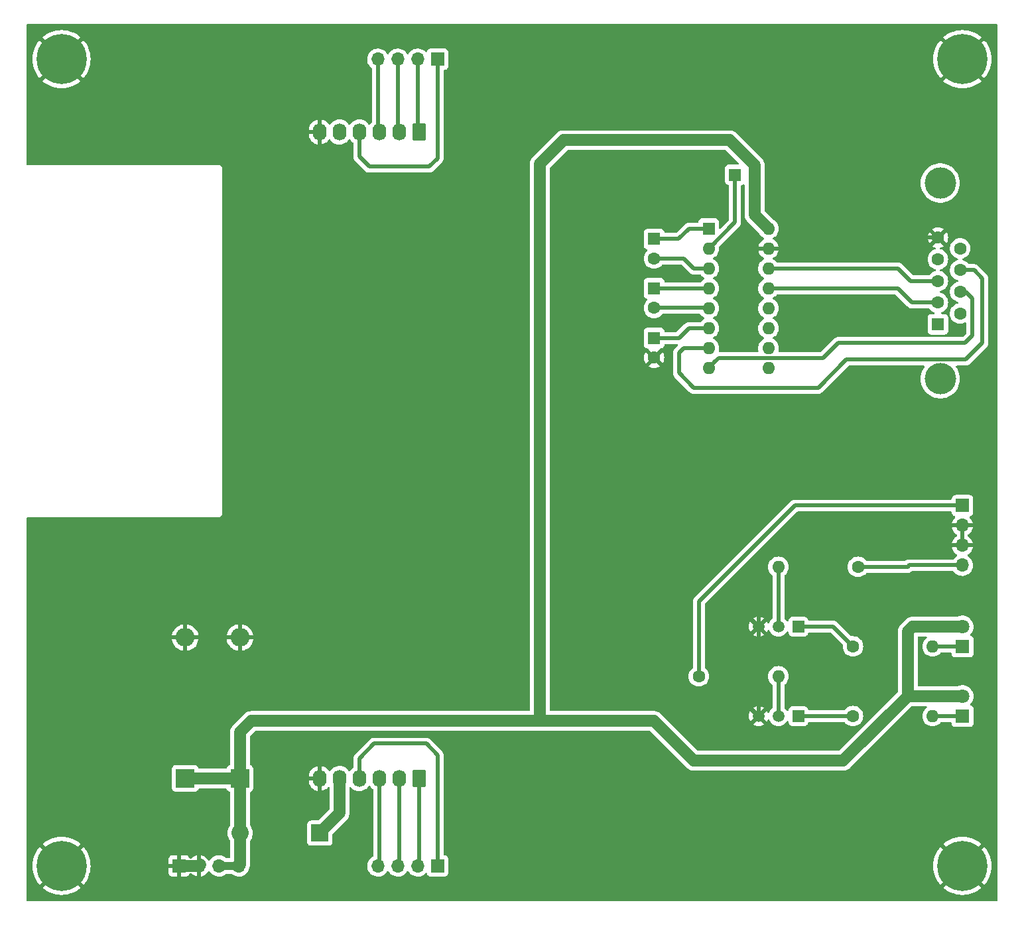
<source format=gbr>
%TF.GenerationSoftware,KiCad,Pcbnew,(6.0.4-0)*%
%TF.CreationDate,2024-04-20T11:08:26+10:00*%
%TF.ProjectId,RS232,52533233-322e-46b6-9963-61645f706362,rev?*%
%TF.SameCoordinates,Original*%
%TF.FileFunction,Copper,L2,Bot*%
%TF.FilePolarity,Positive*%
%FSLAX46Y46*%
G04 Gerber Fmt 4.6, Leading zero omitted, Abs format (unit mm)*
G04 Created by KiCad (PCBNEW (6.0.4-0)) date 2024-04-20 11:08:26*
%MOMM*%
%LPD*%
G01*
G04 APERTURE LIST*
G04 Aperture macros list*
%AMRoundRect*
0 Rectangle with rounded corners*
0 $1 Rounding radius*
0 $2 $3 $4 $5 $6 $7 $8 $9 X,Y pos of 4 corners*
0 Add a 4 corners polygon primitive as box body*
4,1,4,$2,$3,$4,$5,$6,$7,$8,$9,$2,$3,0*
0 Add four circle primitives for the rounded corners*
1,1,$1+$1,$2,$3*
1,1,$1+$1,$4,$5*
1,1,$1+$1,$6,$7*
1,1,$1+$1,$8,$9*
0 Add four rect primitives between the rounded corners*
20,1,$1+$1,$2,$3,$4,$5,0*
20,1,$1+$1,$4,$5,$6,$7,0*
20,1,$1+$1,$6,$7,$8,$9,0*
20,1,$1+$1,$8,$9,$2,$3,0*%
G04 Aperture macros list end*
%TA.AperFunction,ComponentPad*%
%ADD10O,1.600000X1.600000*%
%TD*%
%TA.AperFunction,ComponentPad*%
%ADD11C,1.600000*%
%TD*%
%TA.AperFunction,ComponentPad*%
%ADD12R,1.500000X1.500000*%
%TD*%
%TA.AperFunction,ComponentPad*%
%ADD13C,1.500000*%
%TD*%
%TA.AperFunction,ComponentPad*%
%ADD14C,1.800000*%
%TD*%
%TA.AperFunction,ComponentPad*%
%ADD15R,1.800000X1.800000*%
%TD*%
%TA.AperFunction,ComponentPad*%
%ADD16O,1.700000X1.700000*%
%TD*%
%TA.AperFunction,ComponentPad*%
%ADD17R,1.700000X1.700000*%
%TD*%
%TA.AperFunction,ComponentPad*%
%ADD18R,1.600000X1.600000*%
%TD*%
%TA.AperFunction,ComponentPad*%
%ADD19C,4.000000*%
%TD*%
%TA.AperFunction,ComponentPad*%
%ADD20O,2.200000X2.200000*%
%TD*%
%TA.AperFunction,ComponentPad*%
%ADD21R,2.200000X2.200000*%
%TD*%
%TA.AperFunction,ComponentPad*%
%ADD22O,2.400000X2.400000*%
%TD*%
%TA.AperFunction,ComponentPad*%
%ADD23R,2.400000X2.400000*%
%TD*%
%TA.AperFunction,ComponentPad*%
%ADD24O,1.740000X2.190000*%
%TD*%
%TA.AperFunction,ComponentPad*%
%ADD25RoundRect,0.249999X0.620001X0.845001X-0.620001X0.845001X-0.620001X-0.845001X0.620001X-0.845001X0*%
%TD*%
%TA.AperFunction,ComponentPad*%
%ADD26C,0.800000*%
%TD*%
%TA.AperFunction,ComponentPad*%
%ADD27C,6.400000*%
%TD*%
%TA.AperFunction,Conductor*%
%ADD28C,0.500000*%
%TD*%
%TA.AperFunction,Conductor*%
%ADD29C,1.000000*%
%TD*%
%TA.AperFunction,Conductor*%
%ADD30C,1.500000*%
%TD*%
G04 APERTURE END LIST*
D10*
%TO.P,R10,2*%
%TO.N,Net-(D1-Pad1)*%
X146205000Y-108870000D03*
D11*
%TO.P,R10,1*%
%TO.N,Net-(Q1-Pad1)*%
X136045000Y-108870000D03*
%TD*%
D10*
%TO.P,R3,2*%
%TO.N,Net-(Q2-Pad2)*%
X126520000Y-89820000D03*
D11*
%TO.P,R3,1*%
%TO.N,RX*%
X136680000Y-89820000D03*
%TD*%
D10*
%TO.P,R2,2*%
%TO.N,Net-(Q1-Pad2)*%
X126520000Y-103790000D03*
D11*
%TO.P,R2,1*%
%TO.N,TX*%
X116360000Y-103790000D03*
%TD*%
D10*
%TO.P,R1,2*%
%TO.N,Net-(D3-Pad1)*%
X146205000Y-99980000D03*
D11*
%TO.P,R1,1*%
%TO.N,Net-(Q2-Pad1)*%
X136045000Y-99980000D03*
%TD*%
D12*
%TO.P,Q2,1,C*%
%TO.N,Net-(Q2-Pad1)*%
X129060000Y-97440000D03*
D13*
%TO.P,Q2,3,E*%
%TO.N,GND*%
X123980000Y-97440000D03*
%TO.P,Q2,2,B*%
%TO.N,Net-(Q2-Pad2)*%
X126520000Y-97440000D03*
%TD*%
D12*
%TO.P,Q1,1,C*%
%TO.N,Net-(Q1-Pad1)*%
X129060000Y-108870000D03*
D13*
%TO.P,Q1,3,E*%
%TO.N,GND*%
X123980000Y-108870000D03*
%TO.P,Q1,2,B*%
%TO.N,Net-(Q1-Pad2)*%
X126520000Y-108870000D03*
%TD*%
D14*
%TO.P,D3,2,A*%
%TO.N,+5V*%
X150015000Y-97440000D03*
D15*
%TO.P,D3,1,K*%
%TO.N,Net-(D3-Pad1)*%
X150015000Y-99980000D03*
%TD*%
D14*
%TO.P,D1,2,A*%
%TO.N,+5V*%
X150015000Y-106330000D03*
D15*
%TO.P,D1,1,K*%
%TO.N,Net-(D1-Pad1)*%
X150015000Y-108870000D03*
%TD*%
D16*
%TO.P,J5,4,Pin_4*%
%TO.N,RX*%
X150015000Y-89620000D03*
%TO.P,J5,3,Pin_3*%
%TO.N,GND*%
X150015000Y-87080000D03*
%TO.P,J5,2,Pin_2*%
X150015000Y-84540000D03*
D17*
%TO.P,J5,1,Pin_1*%
%TO.N,TX*%
X150015000Y-82000000D03*
%TD*%
D10*
%TO.P,U1,16,VCC*%
%TO.N,+5V*%
X125250000Y-46640000D03*
%TO.P,U1,8,R2IN*%
%TO.N,RTS*%
X117630000Y-64420000D03*
%TO.P,U1,15,GND*%
%TO.N,GND*%
X125250000Y-49180000D03*
%TO.P,U1,7,T2OUT*%
%TO.N,CTS*%
X117630000Y-61880000D03*
%TO.P,U1,14,T1OUT*%
%TO.N,TX_D*%
X125250000Y-51720000D03*
%TO.P,U1,6,VS-*%
%TO.N,Net-(C3-Pad1)*%
X117630000Y-59340000D03*
%TO.P,U1,13,R1IN*%
%TO.N,RX_D*%
X125250000Y-54260000D03*
%TO.P,U1,5,C2-*%
%TO.N,Net-(C4-Pad2)*%
X117630000Y-56800000D03*
%TO.P,U1,12,R1OUT*%
%TO.N,RX*%
X125250000Y-56800000D03*
%TO.P,U1,4,C2+*%
%TO.N,Net-(C4-Pad1)*%
X117630000Y-54260000D03*
%TO.P,U1,11,T1IN*%
%TO.N,TX*%
X125250000Y-59340000D03*
%TO.P,U1,3,C1-*%
%TO.N,Net-(C1-Pad2)*%
X117630000Y-51720000D03*
%TO.P,U1,10,T2IN*%
%TO.N,unconnected-(U1-Pad10)*%
X125250000Y-61880000D03*
%TO.P,U1,2,VS+*%
%TO.N,Net-(C2-Pad1)*%
X117630000Y-49180000D03*
%TO.P,U1,9,R2OUT*%
%TO.N,unconnected-(U1-Pad9)*%
X125250000Y-64420000D03*
D18*
%TO.P,U1,1,C1+*%
%TO.N,Net-(C1-Pad1)*%
X117630000Y-46640000D03*
%TD*%
D19*
%TO.P,J1,0*%
%TO.N,N/C*%
X147180000Y-40815000D03*
X147180000Y-65815000D03*
D11*
%TO.P,J1,9,9*%
%TO.N,unconnected-(J1-Pad9)*%
X149720000Y-49160000D03*
%TO.P,J1,8,8*%
%TO.N,CTS*%
X149720000Y-51930000D03*
%TO.P,J1,7,7*%
%TO.N,RTS*%
X149720000Y-54700000D03*
%TO.P,J1,6,6*%
%TO.N,unconnected-(J1-Pad6)*%
X149720000Y-57470000D03*
%TO.P,J1,5,5*%
%TO.N,GND*%
X146880000Y-47775000D03*
%TO.P,J1,4,4*%
%TO.N,unconnected-(J1-Pad4)*%
X146880000Y-50545000D03*
%TO.P,J1,3,3*%
%TO.N,TX_D*%
X146880000Y-53315000D03*
%TO.P,J1,2,2*%
%TO.N,RX_D*%
X146880000Y-56085000D03*
D18*
%TO.P,J1,1,1*%
%TO.N,unconnected-(J1-Pad1)*%
X146880000Y-58855000D03*
%TD*%
D11*
%TO.P,C4,2*%
%TO.N,Net-(C4-Pad2)*%
X110645000Y-56760000D03*
D18*
%TO.P,C4,1*%
%TO.N,Net-(C4-Pad1)*%
X110645000Y-54260000D03*
%TD*%
D11*
%TO.P,C3,2*%
%TO.N,GND*%
X110645000Y-63110000D03*
D18*
%TO.P,C3,1*%
%TO.N,Net-(C3-Pad1)*%
X110645000Y-60610000D03*
%TD*%
D11*
%TO.P,C2,2*%
%TO.N,+5V*%
X123480000Y-39755000D03*
D18*
%TO.P,C2,1*%
%TO.N,Net-(C2-Pad1)*%
X120980000Y-39755000D03*
%TD*%
D11*
%TO.P,C1,2*%
%TO.N,Net-(C1-Pad2)*%
X110645000Y-50450000D03*
D18*
%TO.P,C1,1*%
%TO.N,Net-(C1-Pad1)*%
X110645000Y-47950000D03*
%TD*%
D20*
%TO.P,D2,2,A*%
%TO.N,+5V*%
X57813000Y-123825000D03*
D21*
%TO.P,D2,1,K*%
%TO.N,Net-(D2-Pad1)*%
X67973000Y-123825000D03*
%TD*%
D22*
%TO.P,C8,2*%
%TO.N,GND*%
X50800000Y-98840000D03*
D23*
%TO.P,C8,1*%
%TO.N,+5V*%
X50800000Y-116840000D03*
%TD*%
D22*
%TO.P,C6,2*%
%TO.N,GND*%
X57785000Y-98840000D03*
D23*
%TO.P,C6,1*%
%TO.N,+5V*%
X57785000Y-116840000D03*
%TD*%
D24*
%TO.P,J11,6,Pin_6*%
%TO.N,GND*%
X67945000Y-34290000D03*
%TO.P,J11,5,Pin_5*%
%TO.N,Net-(D2-Pad1)*%
X70485000Y-34290000D03*
%TO.P,J11,4,Pin_4*%
%TO.N,clock*%
X73025000Y-34290000D03*
%TO.P,J11,3,Pin_3*%
%TO.N,rst*%
X75565000Y-34290000D03*
%TO.P,J11,2,Pin_2*%
%TO.N,flag*%
X78105000Y-34290000D03*
D25*
%TO.P,J11,1,Pin_1*%
%TO.N,data*%
X80645000Y-34290000D03*
%TD*%
D24*
%TO.P,J10,6,Pin_6*%
%TO.N,GND*%
X67945000Y-116840000D03*
%TO.P,J10,5,Pin_5*%
%TO.N,Net-(D2-Pad1)*%
X70485000Y-116840000D03*
%TO.P,J10,4,Pin_4*%
%TO.N,I_clock*%
X73025000Y-116840000D03*
%TO.P,J10,3,Pin_3*%
%TO.N,I_rst*%
X75565000Y-116840000D03*
%TO.P,J10,2,Pin_2*%
%TO.N,I_flag*%
X78105000Y-116840000D03*
D25*
%TO.P,J10,1,Pin_1*%
%TO.N,I_data*%
X80645000Y-116840000D03*
%TD*%
D16*
%TO.P,J9,4,Pin_4*%
%TO.N,rst*%
X75380000Y-25000000D03*
%TO.P,J9,3,Pin_3*%
%TO.N,flag*%
X77920000Y-25000000D03*
%TO.P,J9,2,Pin_2*%
%TO.N,data*%
X80460000Y-25000000D03*
D17*
%TO.P,J9,1,Pin_1*%
%TO.N,clock*%
X83000000Y-25000000D03*
%TD*%
D16*
%TO.P,J7,4,Pin_4*%
%TO.N,I_rst*%
X75380000Y-128000000D03*
%TO.P,J7,3,Pin_3*%
%TO.N,I_flag*%
X77920000Y-128000000D03*
%TO.P,J7,2,Pin_2*%
%TO.N,I_data*%
X80460000Y-128000000D03*
D17*
%TO.P,J7,1,Pin_1*%
%TO.N,I_clock*%
X83000000Y-128000000D03*
%TD*%
D16*
%TO.P,J6,4,Pin_4*%
%TO.N,+5V*%
X57620000Y-128000000D03*
%TO.P,J6,3,Pin_3*%
X55080000Y-128000000D03*
%TO.P,J6,2,Pin_2*%
%TO.N,GND*%
X52540000Y-128000000D03*
D17*
%TO.P,J6,1,Pin_1*%
X50000000Y-128000000D03*
%TD*%
D26*
%TO.P,H4,1,1*%
%TO.N,GND*%
X151697056Y-23302944D03*
X150000000Y-22600000D03*
X148302944Y-23302944D03*
X147600000Y-25000000D03*
X148302944Y-26697056D03*
X150000000Y-27400000D03*
X151697056Y-26697056D03*
X152400000Y-25000000D03*
D27*
X150000000Y-25000000D03*
%TD*%
D26*
%TO.P,H3,1,1*%
%TO.N,GND*%
X36697056Y-126302944D03*
X35000000Y-125600000D03*
X33302944Y-126302944D03*
X32600000Y-128000000D03*
X33302944Y-129697056D03*
X35000000Y-130400000D03*
X36697056Y-129697056D03*
X37400000Y-128000000D03*
D27*
X35000000Y-128000000D03*
%TD*%
D26*
%TO.P,H2,1,1*%
%TO.N,GND*%
X36697056Y-23302944D03*
X35000000Y-22600000D03*
X33302944Y-23302944D03*
X32600000Y-25000000D03*
X33302944Y-26697056D03*
X35000000Y-27400000D03*
X36697056Y-26697056D03*
X37400000Y-25000000D03*
D27*
X35000000Y-25000000D03*
%TD*%
D26*
%TO.P,H1,1,1*%
%TO.N,GND*%
X151697056Y-126302944D03*
X150000000Y-125600000D03*
X148302944Y-126302944D03*
X147600000Y-128000000D03*
X148302944Y-129697056D03*
X150000000Y-130400000D03*
X151697056Y-129697056D03*
X152400000Y-128000000D03*
D27*
X150000000Y-128000000D03*
%TD*%
D28*
%TO.N,Net-(D1-Pad1)*%
X146205000Y-108870000D02*
X150015000Y-108870000D01*
D29*
%TO.N,+5V*%
X57540000Y-127920000D02*
X57620000Y-128000000D01*
X55080000Y-128000000D02*
X57620000Y-128000000D01*
D30*
X50800000Y-116840000D02*
X57785000Y-116840000D01*
X57785000Y-127835000D02*
X57620000Y-128000000D01*
X57785000Y-123825000D02*
X57785000Y-127835000D01*
X57785000Y-116840000D02*
X57785000Y-123825000D01*
X57785000Y-116840000D02*
X57785000Y-110930000D01*
X57785000Y-110930000D02*
X59210000Y-109505000D01*
X110645000Y-109505000D02*
X115725000Y-114585000D01*
X115725000Y-114585000D02*
X134775000Y-114585000D01*
X143030000Y-106330000D02*
X150015000Y-106330000D01*
X134775000Y-114585000D02*
X143030000Y-106330000D01*
X143030000Y-106330000D02*
X143030000Y-98075000D01*
X143665000Y-97440000D02*
X150015000Y-97440000D01*
X143030000Y-98075000D02*
X143665000Y-97440000D01*
X123480000Y-44870000D02*
X125250000Y-46640000D01*
X123480000Y-39755000D02*
X123480000Y-44870000D01*
X96040000Y-109505000D02*
X110645000Y-109505000D01*
X59210000Y-109505000D02*
X96040000Y-109505000D01*
X99080000Y-35345000D02*
X96040000Y-38385000D01*
X123480000Y-38520000D02*
X120305000Y-35345000D01*
X96040000Y-38385000D02*
X96040000Y-109505000D01*
X120305000Y-35345000D02*
X99080000Y-35345000D01*
X123480000Y-39755000D02*
X123480000Y-38520000D01*
%TO.N,GND*%
X52705000Y-127835000D02*
X52540000Y-128000000D01*
X52540000Y-128000000D02*
X50000000Y-128000000D01*
D28*
X125250000Y-49180000D02*
X133505000Y-49180000D01*
X134910000Y-47775000D02*
X146880000Y-47775000D01*
X133505000Y-49180000D02*
X134910000Y-47775000D01*
X123980000Y-97440000D02*
X123980000Y-108870000D01*
X123980000Y-97440000D02*
X123980000Y-89820000D01*
X126720000Y-87080000D02*
X150015000Y-87080000D01*
X123980000Y-89820000D02*
X126720000Y-87080000D01*
%TO.N,Net-(C1-Pad1)*%
X110645000Y-47950000D02*
X113780000Y-47950000D01*
X115090000Y-46640000D02*
X117630000Y-46640000D01*
X113780000Y-47950000D02*
X115090000Y-46640000D01*
%TO.N,Net-(C2-Pad1)*%
X120980000Y-45830000D02*
X117630000Y-49180000D01*
X120980000Y-39755000D02*
X120980000Y-45830000D01*
%TO.N,RX*%
X136680000Y-89820000D02*
X143030000Y-89820000D01*
X143230000Y-89620000D02*
X150015000Y-89620000D01*
X143030000Y-89820000D02*
X143230000Y-89620000D01*
%TO.N,TX*%
X150015000Y-82000000D02*
X128625000Y-82000000D01*
X116360000Y-94265000D02*
X116360000Y-103790000D01*
X128625000Y-82000000D02*
X116360000Y-94265000D01*
%TO.N,Net-(C4-Pad1)*%
X110645000Y-54260000D02*
X117630000Y-54260000D01*
%TO.N,rst*%
X75380000Y-34105000D02*
X75565000Y-34290000D01*
X75380000Y-25000000D02*
X75380000Y-34105000D01*
%TO.N,flag*%
X77920000Y-34105000D02*
X78105000Y-34290000D01*
X77920000Y-25000000D02*
X77920000Y-34105000D01*
%TO.N,data*%
X80460000Y-34105000D02*
X80645000Y-34290000D01*
X80460000Y-25000000D02*
X80460000Y-34105000D01*
%TO.N,clock*%
X83000000Y-25000000D02*
X83000000Y-37650000D01*
X83000000Y-37650000D02*
X81915000Y-38735000D01*
X81915000Y-38735000D02*
X74295000Y-38735000D01*
X73025000Y-37465000D02*
X73025000Y-34290000D01*
X74295000Y-38735000D02*
X73025000Y-37465000D01*
%TO.N,I_rst*%
X75565000Y-127815000D02*
X75380000Y-128000000D01*
X75565000Y-116840000D02*
X75565000Y-127815000D01*
%TO.N,I_flag*%
X78105000Y-127815000D02*
X77920000Y-128000000D01*
X78105000Y-116840000D02*
X78105000Y-127815000D01*
%TO.N,I_data*%
X80645000Y-127815000D02*
X80460000Y-128000000D01*
X80645000Y-116840000D02*
X80645000Y-127815000D01*
%TO.N,I_clock*%
X83000000Y-128000000D02*
X83000000Y-113850000D01*
X83000000Y-113850000D02*
X81545000Y-112395000D01*
X81545000Y-112395000D02*
X74930000Y-112395000D01*
X73025000Y-114300000D02*
X73025000Y-116840000D01*
X74930000Y-112395000D02*
X73025000Y-114300000D01*
D30*
%TO.N,Net-(D2-Pad1)*%
X70485000Y-121285000D02*
X70485000Y-116840000D01*
X67945000Y-123825000D02*
X70485000Y-121285000D01*
D28*
%TO.N,Net-(C1-Pad2)*%
X110645000Y-50450000D02*
X114455000Y-50450000D01*
X115725000Y-51720000D02*
X117630000Y-51720000D01*
X114455000Y-50450000D02*
X115725000Y-51720000D01*
%TO.N,Net-(C3-Pad1)*%
X110645000Y-60610000D02*
X113820000Y-60610000D01*
X115090000Y-59340000D02*
X117630000Y-59340000D01*
X113820000Y-60610000D02*
X115090000Y-59340000D01*
%TO.N,Net-(C4-Pad2)*%
X117590000Y-56760000D02*
X117630000Y-56800000D01*
X110645000Y-56760000D02*
X117590000Y-56760000D01*
%TO.N,CTS*%
X113820000Y-65055000D02*
X113820000Y-62515000D01*
X131600000Y-66960000D02*
X115725000Y-66960000D01*
X135195001Y-63364999D02*
X131600000Y-66960000D01*
X150435001Y-63364999D02*
X135195001Y-63364999D01*
X152555000Y-61245000D02*
X150435001Y-63364999D01*
X114455000Y-61880000D02*
X117630000Y-61880000D01*
X113820000Y-62515000D02*
X114455000Y-61880000D01*
X115725000Y-66960000D02*
X113820000Y-65055000D01*
X152555000Y-52990000D02*
X152555000Y-61245000D01*
X151495000Y-51930000D02*
X152555000Y-52990000D01*
X149720000Y-51930000D02*
X151495000Y-51930000D01*
%TO.N,RTS*%
X118919999Y-63130001D02*
X118429999Y-63620001D01*
X132254999Y-63130001D02*
X118919999Y-63130001D01*
X134140000Y-61245000D02*
X132254999Y-63130001D01*
X150455000Y-54700000D02*
X151285000Y-55530000D01*
X151285000Y-55530000D02*
X151285000Y-60286037D01*
X150326037Y-61245000D02*
X134140000Y-61245000D01*
X118429999Y-63620001D02*
X117630000Y-64420000D01*
X151285000Y-60286037D02*
X150326037Y-61245000D01*
X149720000Y-54700000D02*
X150455000Y-54700000D01*
%TO.N,TX_D*%
X125250000Y-51720000D02*
X141760000Y-51720000D01*
X143355000Y-53315000D02*
X146880000Y-53315000D01*
X141760000Y-51720000D02*
X143355000Y-53315000D01*
%TO.N,RX_D*%
X125250000Y-54260000D02*
X141760000Y-54260000D01*
X143585000Y-56085000D02*
X146880000Y-56085000D01*
X141760000Y-54260000D02*
X143585000Y-56085000D01*
%TO.N,Net-(D3-Pad1)*%
X146205000Y-99980000D02*
X150015000Y-99980000D01*
%TO.N,Net-(Q1-Pad1)*%
X129060000Y-108870000D02*
X136045000Y-108870000D01*
%TO.N,Net-(Q1-Pad2)*%
X126520000Y-108870000D02*
X126520000Y-103790000D01*
%TO.N,Net-(Q2-Pad1)*%
X133505000Y-97440000D02*
X136045000Y-99980000D01*
X129060000Y-97440000D02*
X133505000Y-97440000D01*
%TO.N,Net-(Q2-Pad2)*%
X126520000Y-92360000D02*
X126520000Y-97440000D01*
X126520000Y-89820000D02*
X126520000Y-92360000D01*
%TD*%
%TA.AperFunction,Conductor*%
%TO.N,GND*%
G36*
X154433621Y-20528502D02*
G01*
X154480114Y-20582158D01*
X154491500Y-20634500D01*
X154491500Y-132365500D01*
X154471498Y-132433621D01*
X154417842Y-132480114D01*
X154365500Y-132491500D01*
X30634500Y-132491500D01*
X30566379Y-132471498D01*
X30519886Y-132417842D01*
X30508500Y-132365500D01*
X30508500Y-130797386D01*
X32567759Y-130797386D01*
X32575216Y-130807753D01*
X32814935Y-131001874D01*
X32820272Y-131005751D01*
X33140685Y-131213830D01*
X33146394Y-131217127D01*
X33486811Y-131390578D01*
X33492836Y-131393260D01*
X33849502Y-131530171D01*
X33855784Y-131532212D01*
X34224816Y-131631094D01*
X34231266Y-131632465D01*
X34608629Y-131692234D01*
X34615167Y-131692920D01*
X34996699Y-131712916D01*
X35003301Y-131712916D01*
X35384833Y-131692920D01*
X35391371Y-131692234D01*
X35768734Y-131632465D01*
X35775184Y-131631094D01*
X36144216Y-131532212D01*
X36150498Y-131530171D01*
X36507164Y-131393260D01*
X36513189Y-131390578D01*
X36853606Y-131217127D01*
X36859315Y-131213830D01*
X37179728Y-131005751D01*
X37185065Y-131001874D01*
X37423835Y-130808522D01*
X37431527Y-130797386D01*
X147567759Y-130797386D01*
X147575216Y-130807753D01*
X147814935Y-131001874D01*
X147820272Y-131005751D01*
X148140685Y-131213830D01*
X148146394Y-131217127D01*
X148486811Y-131390578D01*
X148492836Y-131393260D01*
X148849502Y-131530171D01*
X148855784Y-131532212D01*
X149224816Y-131631094D01*
X149231266Y-131632465D01*
X149608629Y-131692234D01*
X149615167Y-131692920D01*
X149996699Y-131712916D01*
X150003301Y-131712916D01*
X150384833Y-131692920D01*
X150391371Y-131692234D01*
X150768734Y-131632465D01*
X150775184Y-131631094D01*
X151144216Y-131532212D01*
X151150498Y-131530171D01*
X151507164Y-131393260D01*
X151513189Y-131390578D01*
X151853606Y-131217127D01*
X151859315Y-131213830D01*
X152179728Y-131005751D01*
X152185065Y-131001874D01*
X152423835Y-130808522D01*
X152432300Y-130796267D01*
X152425966Y-130785176D01*
X150012812Y-128372022D01*
X149998868Y-128364408D01*
X149997035Y-128364539D01*
X149990420Y-128368790D01*
X147574900Y-130784310D01*
X147567759Y-130797386D01*
X37431527Y-130797386D01*
X37432300Y-130796267D01*
X37425966Y-130785176D01*
X35012812Y-128372022D01*
X34998868Y-128364408D01*
X34997035Y-128364539D01*
X34990420Y-128368790D01*
X32574900Y-130784310D01*
X32567759Y-130797386D01*
X30508500Y-130797386D01*
X30508500Y-128003301D01*
X31287084Y-128003301D01*
X31307080Y-128384833D01*
X31307766Y-128391371D01*
X31367535Y-128768734D01*
X31368906Y-128775184D01*
X31467788Y-129144216D01*
X31469829Y-129150498D01*
X31606740Y-129507164D01*
X31609422Y-129513189D01*
X31782872Y-129853603D01*
X31786169Y-129859313D01*
X31994253Y-130179735D01*
X31998123Y-130185061D01*
X32191478Y-130423835D01*
X32203733Y-130432300D01*
X32214824Y-130425966D01*
X34627978Y-128012812D01*
X34634356Y-128001132D01*
X35364408Y-128001132D01*
X35364539Y-128002965D01*
X35368790Y-128009580D01*
X37784310Y-130425100D01*
X37797386Y-130432241D01*
X37807753Y-130424784D01*
X38001877Y-130185061D01*
X38005747Y-130179735D01*
X38213831Y-129859313D01*
X38217128Y-129853603D01*
X38390578Y-129513189D01*
X38393260Y-129507164D01*
X38530171Y-129150498D01*
X38532212Y-129144216D01*
X38599078Y-128894669D01*
X48642001Y-128894669D01*
X48642371Y-128901490D01*
X48647895Y-128952352D01*
X48651521Y-128967604D01*
X48696676Y-129088054D01*
X48705214Y-129103649D01*
X48781715Y-129205724D01*
X48794276Y-129218285D01*
X48896351Y-129294786D01*
X48911946Y-129303324D01*
X49032394Y-129348478D01*
X49047649Y-129352105D01*
X49098514Y-129357631D01*
X49105328Y-129358000D01*
X49727885Y-129358000D01*
X49743124Y-129353525D01*
X49744329Y-129352135D01*
X49746000Y-129344452D01*
X49746000Y-129339884D01*
X50254000Y-129339884D01*
X50258475Y-129355123D01*
X50259865Y-129356328D01*
X50267548Y-129357999D01*
X50894669Y-129357999D01*
X50901490Y-129357629D01*
X50952352Y-129352105D01*
X50967604Y-129348479D01*
X51088054Y-129303324D01*
X51103649Y-129294786D01*
X51205724Y-129218285D01*
X51218285Y-129205724D01*
X51294786Y-129103649D01*
X51303325Y-129088052D01*
X51344425Y-128978418D01*
X51387066Y-128921653D01*
X51453628Y-128896953D01*
X51522977Y-128912160D01*
X51557645Y-128940150D01*
X51583219Y-128969674D01*
X51590580Y-128976883D01*
X51754434Y-129112916D01*
X51762881Y-129118831D01*
X51946756Y-129226279D01*
X51956042Y-129230729D01*
X52155001Y-129306703D01*
X52164899Y-129309579D01*
X52268250Y-129330606D01*
X52282299Y-129329410D01*
X52286000Y-129319065D01*
X52286000Y-128272115D01*
X52281525Y-128256876D01*
X52280135Y-128255671D01*
X52272452Y-128254000D01*
X50272115Y-128254000D01*
X50256876Y-128258475D01*
X50255671Y-128259865D01*
X50254000Y-128267548D01*
X50254000Y-129339884D01*
X49746000Y-129339884D01*
X49746000Y-128272115D01*
X49741525Y-128256876D01*
X49740135Y-128255671D01*
X49732452Y-128254000D01*
X48660116Y-128254000D01*
X48644877Y-128258475D01*
X48643672Y-128259865D01*
X48642001Y-128267548D01*
X48642001Y-128894669D01*
X38599078Y-128894669D01*
X38631094Y-128775184D01*
X38632465Y-128768734D01*
X38692234Y-128391371D01*
X38692920Y-128384833D01*
X38712916Y-128003301D01*
X38712916Y-127996699D01*
X38698828Y-127727885D01*
X48642000Y-127727885D01*
X48646475Y-127743124D01*
X48647865Y-127744329D01*
X48655548Y-127746000D01*
X49727885Y-127746000D01*
X49743124Y-127741525D01*
X49744329Y-127740135D01*
X49746000Y-127732452D01*
X49746000Y-127727885D01*
X50254000Y-127727885D01*
X50258475Y-127743124D01*
X50259865Y-127744329D01*
X50267548Y-127746000D01*
X52267885Y-127746000D01*
X52283124Y-127741525D01*
X52284329Y-127740135D01*
X52286000Y-127732452D01*
X52286000Y-126683102D01*
X52282082Y-126669758D01*
X52267806Y-126667771D01*
X52229324Y-126673660D01*
X52219288Y-126676051D01*
X52016868Y-126742212D01*
X52007359Y-126746209D01*
X51818463Y-126844542D01*
X51809738Y-126850036D01*
X51639433Y-126977905D01*
X51631726Y-126984748D01*
X51554094Y-127065985D01*
X51492570Y-127101415D01*
X51421657Y-127097958D01*
X51363871Y-127056712D01*
X51345018Y-127023164D01*
X51303324Y-126911946D01*
X51294786Y-126896351D01*
X51218285Y-126794276D01*
X51205724Y-126781715D01*
X51103649Y-126705214D01*
X51088054Y-126696676D01*
X50967606Y-126651522D01*
X50952351Y-126647895D01*
X50901486Y-126642369D01*
X50894672Y-126642000D01*
X50272115Y-126642000D01*
X50256876Y-126646475D01*
X50255671Y-126647865D01*
X50254000Y-126655548D01*
X50254000Y-127727885D01*
X49746000Y-127727885D01*
X49746000Y-126660116D01*
X49741525Y-126644877D01*
X49740135Y-126643672D01*
X49732452Y-126642001D01*
X49105331Y-126642001D01*
X49098510Y-126642371D01*
X49047648Y-126647895D01*
X49032396Y-126651521D01*
X48911946Y-126696676D01*
X48896351Y-126705214D01*
X48794276Y-126781715D01*
X48781715Y-126794276D01*
X48705214Y-126896351D01*
X48696676Y-126911946D01*
X48651522Y-127032394D01*
X48647895Y-127047649D01*
X48642369Y-127098514D01*
X48642000Y-127105328D01*
X48642000Y-127727885D01*
X38698828Y-127727885D01*
X38692920Y-127615167D01*
X38692234Y-127608629D01*
X38632465Y-127231266D01*
X38631094Y-127224816D01*
X38532212Y-126855784D01*
X38530171Y-126849502D01*
X38393260Y-126492836D01*
X38390578Y-126486811D01*
X38217128Y-126146397D01*
X38213831Y-126140687D01*
X38005747Y-125820265D01*
X38001877Y-125814939D01*
X37808522Y-125576165D01*
X37796267Y-125567700D01*
X37785176Y-125574034D01*
X35372022Y-127987188D01*
X35364408Y-128001132D01*
X34634356Y-128001132D01*
X34635592Y-127998868D01*
X34635461Y-127997035D01*
X34631210Y-127990420D01*
X32215690Y-125574900D01*
X32202614Y-125567759D01*
X32192247Y-125575216D01*
X31998123Y-125814939D01*
X31994253Y-125820265D01*
X31786169Y-126140687D01*
X31782872Y-126146397D01*
X31609422Y-126486811D01*
X31606740Y-126492836D01*
X31469829Y-126849502D01*
X31467788Y-126855784D01*
X31368906Y-127224816D01*
X31367535Y-127231266D01*
X31307766Y-127608629D01*
X31307080Y-127615167D01*
X31287084Y-127996699D01*
X31287084Y-128003301D01*
X30508500Y-128003301D01*
X30508500Y-125203733D01*
X32567700Y-125203733D01*
X32574034Y-125214824D01*
X34987188Y-127627978D01*
X35001132Y-127635592D01*
X35002965Y-127635461D01*
X35009580Y-127631210D01*
X37425100Y-125215690D01*
X37432241Y-125202614D01*
X37424784Y-125192247D01*
X37185065Y-124998126D01*
X37179728Y-124994249D01*
X36859315Y-124786170D01*
X36853606Y-124782873D01*
X36513189Y-124609422D01*
X36507164Y-124606740D01*
X36150498Y-124469829D01*
X36144216Y-124467788D01*
X35775184Y-124368906D01*
X35768734Y-124367535D01*
X35391371Y-124307766D01*
X35384833Y-124307080D01*
X35003301Y-124287084D01*
X34996699Y-124287084D01*
X34615167Y-124307080D01*
X34608629Y-124307766D01*
X34231266Y-124367535D01*
X34224816Y-124368906D01*
X33855784Y-124467788D01*
X33849502Y-124469829D01*
X33492836Y-124606740D01*
X33486811Y-124609422D01*
X33146397Y-124782872D01*
X33140687Y-124786169D01*
X32820265Y-124994253D01*
X32814939Y-124998123D01*
X32576165Y-125191478D01*
X32567700Y-125203733D01*
X30508500Y-125203733D01*
X30508500Y-118088134D01*
X49091500Y-118088134D01*
X49098255Y-118150316D01*
X49149385Y-118286705D01*
X49236739Y-118403261D01*
X49353295Y-118490615D01*
X49489684Y-118541745D01*
X49551866Y-118548500D01*
X52048134Y-118548500D01*
X52110316Y-118541745D01*
X52246705Y-118490615D01*
X52363261Y-118403261D01*
X52450615Y-118286705D01*
X52469014Y-118237627D01*
X52490516Y-118180270D01*
X52533158Y-118123506D01*
X52599719Y-118098806D01*
X52608498Y-118098500D01*
X55976502Y-118098500D01*
X56044623Y-118118502D01*
X56091116Y-118172158D01*
X56094484Y-118180270D01*
X56115986Y-118237627D01*
X56134385Y-118286705D01*
X56221739Y-118403261D01*
X56338295Y-118490615D01*
X56346703Y-118493767D01*
X56444730Y-118530516D01*
X56501494Y-118573158D01*
X56526194Y-118639719D01*
X56526500Y-118648498D01*
X56526500Y-122810430D01*
X56507157Y-122876308D01*
X56507672Y-122876624D01*
X56506504Y-122878529D01*
X56506504Y-122878531D01*
X56506435Y-122878643D01*
X56506432Y-122878647D01*
X56377970Y-123088278D01*
X56375384Y-123092498D01*
X56278495Y-123326409D01*
X56219391Y-123572597D01*
X56199526Y-123825000D01*
X56219391Y-124077403D01*
X56278495Y-124323591D01*
X56280388Y-124328162D01*
X56280389Y-124328164D01*
X56339069Y-124469829D01*
X56375384Y-124557502D01*
X56377970Y-124561722D01*
X56507672Y-124773376D01*
X56505672Y-124774602D01*
X56526292Y-124832338D01*
X56526500Y-124839570D01*
X56526500Y-126865500D01*
X56506498Y-126933621D01*
X56452842Y-126980114D01*
X56400500Y-126991500D01*
X56038799Y-126991500D01*
X55970678Y-126971498D01*
X55960707Y-126964382D01*
X55838414Y-126867800D01*
X55838410Y-126867798D01*
X55834359Y-126864598D01*
X55818393Y-126855784D01*
X55782136Y-126835769D01*
X55638789Y-126756638D01*
X55633920Y-126754914D01*
X55633916Y-126754912D01*
X55433087Y-126683795D01*
X55433083Y-126683794D01*
X55428212Y-126682069D01*
X55423119Y-126681162D01*
X55423116Y-126681161D01*
X55213373Y-126643800D01*
X55213367Y-126643799D01*
X55208284Y-126642894D01*
X55134452Y-126641992D01*
X54990081Y-126640228D01*
X54990079Y-126640228D01*
X54984911Y-126640165D01*
X54764091Y-126673955D01*
X54551756Y-126743357D01*
X54353607Y-126846507D01*
X54349474Y-126849610D01*
X54349471Y-126849612D01*
X54196612Y-126964382D01*
X54174965Y-126980635D01*
X54171393Y-126984373D01*
X54081280Y-127078671D01*
X54020629Y-127142138D01*
X53913204Y-127299618D01*
X53912898Y-127300066D01*
X53857987Y-127345069D01*
X53787462Y-127353240D01*
X53723715Y-127321986D01*
X53703018Y-127297502D01*
X53622426Y-127172926D01*
X53616136Y-127164757D01*
X53472806Y-127007240D01*
X53465273Y-127000215D01*
X53298139Y-126868222D01*
X53289552Y-126862517D01*
X53103117Y-126759599D01*
X53093705Y-126755369D01*
X52892959Y-126684280D01*
X52882988Y-126681646D01*
X52811837Y-126668972D01*
X52798540Y-126670432D01*
X52794000Y-126684989D01*
X52794000Y-129318517D01*
X52798064Y-129332359D01*
X52811478Y-129334393D01*
X52818184Y-129333534D01*
X52828262Y-129331392D01*
X53032255Y-129270191D01*
X53041842Y-129266433D01*
X53233095Y-129172739D01*
X53241945Y-129167464D01*
X53415328Y-129043792D01*
X53423200Y-129037139D01*
X53574052Y-128886812D01*
X53580730Y-128878965D01*
X53708022Y-128701819D01*
X53709279Y-128702722D01*
X53756373Y-128659362D01*
X53826311Y-128647145D01*
X53891751Y-128674678D01*
X53919579Y-128706511D01*
X53979987Y-128805088D01*
X54126250Y-128973938D01*
X54298126Y-129116632D01*
X54491000Y-129229338D01*
X54699692Y-129309030D01*
X54704760Y-129310061D01*
X54704763Y-129310062D01*
X54799862Y-129329410D01*
X54918597Y-129353567D01*
X54923772Y-129353757D01*
X54923774Y-129353757D01*
X55136673Y-129361564D01*
X55136677Y-129361564D01*
X55141837Y-129361753D01*
X55146957Y-129361097D01*
X55146959Y-129361097D01*
X55358288Y-129334025D01*
X55358289Y-129334025D01*
X55363416Y-129333368D01*
X55368366Y-129331883D01*
X55572429Y-129270661D01*
X55572434Y-129270659D01*
X55577384Y-129269174D01*
X55777994Y-129170896D01*
X55959860Y-129041173D01*
X55962886Y-129038157D01*
X56027588Y-129009570D01*
X56043976Y-129008500D01*
X56662393Y-129008500D01*
X56730514Y-129028502D01*
X56742877Y-129037555D01*
X56838126Y-129116632D01*
X57031000Y-129229338D01*
X57239692Y-129309030D01*
X57244760Y-129310061D01*
X57244763Y-129310062D01*
X57339862Y-129329410D01*
X57458597Y-129353567D01*
X57463772Y-129353757D01*
X57463774Y-129353757D01*
X57676673Y-129361564D01*
X57676677Y-129361564D01*
X57681837Y-129361753D01*
X57686957Y-129361097D01*
X57686959Y-129361097D01*
X57898288Y-129334025D01*
X57898289Y-129334025D01*
X57903416Y-129333368D01*
X57908366Y-129331883D01*
X58112429Y-129270661D01*
X58112434Y-129270659D01*
X58117384Y-129269174D01*
X58317994Y-129170896D01*
X58499860Y-129041173D01*
X58512576Y-129028502D01*
X58601237Y-128940150D01*
X58658096Y-128883489D01*
X58717594Y-128800689D01*
X58785435Y-128706277D01*
X58788453Y-128702077D01*
X58801995Y-128674678D01*
X58885136Y-128506453D01*
X58885137Y-128506451D01*
X58887430Y-128501811D01*
X58921898Y-128388366D01*
X58929284Y-128371211D01*
X58928783Y-128370982D01*
X58931120Y-128365878D01*
X58933898Y-128361007D01*
X58961715Y-128282454D01*
X58963576Y-128277529D01*
X58994656Y-128200217D01*
X58998294Y-128182650D01*
X59002899Y-128166156D01*
X59008889Y-128149241D01*
X59022359Y-128066990D01*
X59023319Y-128061811D01*
X59039276Y-127984758D01*
X59039276Y-127984757D01*
X59040213Y-127980233D01*
X59040994Y-127966695D01*
X59041815Y-127952452D01*
X59043262Y-127939347D01*
X59044286Y-127933090D01*
X59044286Y-127933086D01*
X59045194Y-127927543D01*
X59043516Y-127820736D01*
X59043500Y-127818757D01*
X59043500Y-124973134D01*
X66364500Y-124973134D01*
X66371255Y-125035316D01*
X66422385Y-125171705D01*
X66509739Y-125288261D01*
X66626295Y-125375615D01*
X66762684Y-125426745D01*
X66824866Y-125433500D01*
X69121134Y-125433500D01*
X69183316Y-125426745D01*
X69319705Y-125375615D01*
X69436261Y-125288261D01*
X69523615Y-125171705D01*
X69574745Y-125035316D01*
X69581500Y-124973134D01*
X69581500Y-124020477D01*
X69601502Y-123952356D01*
X69618405Y-123931382D01*
X70452716Y-123097072D01*
X71310263Y-122239525D01*
X71322654Y-122228657D01*
X71335848Y-122218533D01*
X71340292Y-122215123D01*
X71395158Y-122154826D01*
X71399257Y-122150531D01*
X71415198Y-122134590D01*
X71431942Y-122114564D01*
X71435401Y-122110599D01*
X71487708Y-122053115D01*
X71487709Y-122053114D01*
X71491485Y-122048964D01*
X71501016Y-122033770D01*
X71511085Y-122019910D01*
X71522593Y-122006147D01*
X71563869Y-121933782D01*
X71566579Y-121929253D01*
X71607885Y-121863405D01*
X71610864Y-121858656D01*
X71617553Y-121842017D01*
X71625012Y-121826587D01*
X71631119Y-121815881D01*
X71631123Y-121815872D01*
X71633898Y-121811007D01*
X71661712Y-121732462D01*
X71663573Y-121727537D01*
X71692561Y-121655428D01*
X71694656Y-121650217D01*
X71698296Y-121632639D01*
X71702902Y-121616146D01*
X71708888Y-121599241D01*
X71722352Y-121517021D01*
X71723314Y-121511833D01*
X71739276Y-121434756D01*
X71740213Y-121430233D01*
X71741816Y-121402437D01*
X71743263Y-121389331D01*
X71744286Y-121383086D01*
X71744287Y-121383079D01*
X71745193Y-121377543D01*
X71743516Y-121270769D01*
X71743500Y-121268791D01*
X71743500Y-118033410D01*
X71763502Y-117965289D01*
X71817158Y-117918796D01*
X71887432Y-117908692D01*
X71952012Y-117938186D01*
X71960670Y-117946438D01*
X71964359Y-117950305D01*
X72108276Y-118101168D01*
X72295965Y-118240813D01*
X72300716Y-118243229D01*
X72300720Y-118243231D01*
X72499744Y-118344420D01*
X72504500Y-118346838D01*
X72727917Y-118416210D01*
X72733204Y-118416911D01*
X72733205Y-118416911D01*
X72954545Y-118446248D01*
X72954549Y-118446248D01*
X72959829Y-118446948D01*
X72965158Y-118446748D01*
X72965160Y-118446748D01*
X73076717Y-118442560D01*
X73193604Y-118438172D01*
X73296019Y-118416683D01*
X73417332Y-118391229D01*
X73417335Y-118391228D01*
X73422559Y-118390132D01*
X73640146Y-118304203D01*
X73749860Y-118237627D01*
X73835583Y-118185609D01*
X73835586Y-118185607D01*
X73840144Y-118182841D01*
X74016834Y-118029517D01*
X74165165Y-117848614D01*
X74167801Y-117843984D01*
X74167804Y-117843979D01*
X74186301Y-117811484D01*
X74237384Y-117762178D01*
X74307015Y-117748317D01*
X74373085Y-117774301D01*
X74400323Y-117803450D01*
X74405732Y-117811484D01*
X74486798Y-117931896D01*
X74490477Y-117935753D01*
X74490479Y-117935755D01*
X74504359Y-117950305D01*
X74648276Y-118101168D01*
X74755713Y-118181103D01*
X74798426Y-118237813D01*
X74806500Y-118282192D01*
X74806500Y-126690458D01*
X74786498Y-126758579D01*
X74738680Y-126802221D01*
X74653607Y-126846507D01*
X74649474Y-126849610D01*
X74649471Y-126849612D01*
X74496612Y-126964382D01*
X74474965Y-126980635D01*
X74471393Y-126984373D01*
X74381280Y-127078671D01*
X74320629Y-127142138D01*
X74194743Y-127326680D01*
X74100688Y-127529305D01*
X74040989Y-127744570D01*
X74017251Y-127966695D01*
X74017548Y-127971848D01*
X74017548Y-127971851D01*
X74019910Y-128012812D01*
X74030110Y-128189715D01*
X74031247Y-128194761D01*
X74031248Y-128194767D01*
X74045606Y-128258475D01*
X74079222Y-128407639D01*
X74163266Y-128614616D01*
X74200685Y-128675678D01*
X74277291Y-128800688D01*
X74279987Y-128805088D01*
X74426250Y-128973938D01*
X74598126Y-129116632D01*
X74791000Y-129229338D01*
X74999692Y-129309030D01*
X75004760Y-129310061D01*
X75004763Y-129310062D01*
X75099862Y-129329410D01*
X75218597Y-129353567D01*
X75223772Y-129353757D01*
X75223774Y-129353757D01*
X75436673Y-129361564D01*
X75436677Y-129361564D01*
X75441837Y-129361753D01*
X75446957Y-129361097D01*
X75446959Y-129361097D01*
X75658288Y-129334025D01*
X75658289Y-129334025D01*
X75663416Y-129333368D01*
X75668366Y-129331883D01*
X75872429Y-129270661D01*
X75872434Y-129270659D01*
X75877384Y-129269174D01*
X76077994Y-129170896D01*
X76259860Y-129041173D01*
X76272576Y-129028502D01*
X76361237Y-128940150D01*
X76418096Y-128883489D01*
X76477594Y-128800689D01*
X76548453Y-128702077D01*
X76549776Y-128703028D01*
X76596645Y-128659857D01*
X76666580Y-128647625D01*
X76732026Y-128675144D01*
X76759875Y-128706994D01*
X76819987Y-128805088D01*
X76966250Y-128973938D01*
X77138126Y-129116632D01*
X77331000Y-129229338D01*
X77539692Y-129309030D01*
X77544760Y-129310061D01*
X77544763Y-129310062D01*
X77639862Y-129329410D01*
X77758597Y-129353567D01*
X77763772Y-129353757D01*
X77763774Y-129353757D01*
X77976673Y-129361564D01*
X77976677Y-129361564D01*
X77981837Y-129361753D01*
X77986957Y-129361097D01*
X77986959Y-129361097D01*
X78198288Y-129334025D01*
X78198289Y-129334025D01*
X78203416Y-129333368D01*
X78208366Y-129331883D01*
X78412429Y-129270661D01*
X78412434Y-129270659D01*
X78417384Y-129269174D01*
X78617994Y-129170896D01*
X78799860Y-129041173D01*
X78812576Y-129028502D01*
X78901237Y-128940150D01*
X78958096Y-128883489D01*
X79017594Y-128800689D01*
X79088453Y-128702077D01*
X79089776Y-128703028D01*
X79136645Y-128659857D01*
X79206580Y-128647625D01*
X79272026Y-128675144D01*
X79299875Y-128706994D01*
X79359987Y-128805088D01*
X79506250Y-128973938D01*
X79678126Y-129116632D01*
X79871000Y-129229338D01*
X80079692Y-129309030D01*
X80084760Y-129310061D01*
X80084763Y-129310062D01*
X80179862Y-129329410D01*
X80298597Y-129353567D01*
X80303772Y-129353757D01*
X80303774Y-129353757D01*
X80516673Y-129361564D01*
X80516677Y-129361564D01*
X80521837Y-129361753D01*
X80526957Y-129361097D01*
X80526959Y-129361097D01*
X80738288Y-129334025D01*
X80738289Y-129334025D01*
X80743416Y-129333368D01*
X80748366Y-129331883D01*
X80952429Y-129270661D01*
X80952434Y-129270659D01*
X80957384Y-129269174D01*
X81157994Y-129170896D01*
X81339860Y-129041173D01*
X81448091Y-128933319D01*
X81510462Y-128899404D01*
X81581268Y-128904592D01*
X81638030Y-128947238D01*
X81655012Y-128978341D01*
X81673817Y-129028502D01*
X81699385Y-129096705D01*
X81786739Y-129213261D01*
X81903295Y-129300615D01*
X82039684Y-129351745D01*
X82101866Y-129358500D01*
X83898134Y-129358500D01*
X83960316Y-129351745D01*
X84096705Y-129300615D01*
X84213261Y-129213261D01*
X84300615Y-129096705D01*
X84351745Y-128960316D01*
X84358500Y-128898134D01*
X84358500Y-128003301D01*
X146287084Y-128003301D01*
X146307080Y-128384833D01*
X146307766Y-128391371D01*
X146367535Y-128768734D01*
X146368906Y-128775184D01*
X146467788Y-129144216D01*
X146469829Y-129150498D01*
X146606740Y-129507164D01*
X146609422Y-129513189D01*
X146782872Y-129853603D01*
X146786169Y-129859313D01*
X146994253Y-130179735D01*
X146998123Y-130185061D01*
X147191478Y-130423835D01*
X147203733Y-130432300D01*
X147214824Y-130425966D01*
X149627978Y-128012812D01*
X149634356Y-128001132D01*
X150364408Y-128001132D01*
X150364539Y-128002965D01*
X150368790Y-128009580D01*
X152784310Y-130425100D01*
X152797386Y-130432241D01*
X152807753Y-130424784D01*
X153001877Y-130185061D01*
X153005747Y-130179735D01*
X153213831Y-129859313D01*
X153217128Y-129853603D01*
X153390578Y-129513189D01*
X153393260Y-129507164D01*
X153530171Y-129150498D01*
X153532212Y-129144216D01*
X153631094Y-128775184D01*
X153632465Y-128768734D01*
X153692234Y-128391371D01*
X153692920Y-128384833D01*
X153712916Y-128003301D01*
X153712916Y-127996699D01*
X153692920Y-127615167D01*
X153692234Y-127608629D01*
X153632465Y-127231266D01*
X153631094Y-127224816D01*
X153532212Y-126855784D01*
X153530171Y-126849502D01*
X153393260Y-126492836D01*
X153390578Y-126486811D01*
X153217128Y-126146397D01*
X153213831Y-126140687D01*
X153005747Y-125820265D01*
X153001877Y-125814939D01*
X152808522Y-125576165D01*
X152796267Y-125567700D01*
X152785176Y-125574034D01*
X150372022Y-127987188D01*
X150364408Y-128001132D01*
X149634356Y-128001132D01*
X149635592Y-127998868D01*
X149635461Y-127997035D01*
X149631210Y-127990420D01*
X147215690Y-125574900D01*
X147202614Y-125567759D01*
X147192247Y-125575216D01*
X146998123Y-125814939D01*
X146994253Y-125820265D01*
X146786169Y-126140687D01*
X146782872Y-126146397D01*
X146609422Y-126486811D01*
X146606740Y-126492836D01*
X146469829Y-126849502D01*
X146467788Y-126855784D01*
X146368906Y-127224816D01*
X146367535Y-127231266D01*
X146307766Y-127608629D01*
X146307080Y-127615167D01*
X146287084Y-127996699D01*
X146287084Y-128003301D01*
X84358500Y-128003301D01*
X84358500Y-127101866D01*
X84351745Y-127039684D01*
X84300615Y-126903295D01*
X84213261Y-126786739D01*
X84096705Y-126699385D01*
X83960316Y-126648255D01*
X83898134Y-126641500D01*
X83884500Y-126641500D01*
X83816379Y-126621498D01*
X83769886Y-126567842D01*
X83758500Y-126515500D01*
X83758500Y-125203733D01*
X147567700Y-125203733D01*
X147574034Y-125214824D01*
X149987188Y-127627978D01*
X150001132Y-127635592D01*
X150002965Y-127635461D01*
X150009580Y-127631210D01*
X152425100Y-125215690D01*
X152432241Y-125202614D01*
X152424784Y-125192247D01*
X152185065Y-124998126D01*
X152179728Y-124994249D01*
X151859315Y-124786170D01*
X151853606Y-124782873D01*
X151513189Y-124609422D01*
X151507164Y-124606740D01*
X151150498Y-124469829D01*
X151144216Y-124467788D01*
X150775184Y-124368906D01*
X150768734Y-124367535D01*
X150391371Y-124307766D01*
X150384833Y-124307080D01*
X150003301Y-124287084D01*
X149996699Y-124287084D01*
X149615167Y-124307080D01*
X149608629Y-124307766D01*
X149231266Y-124367535D01*
X149224816Y-124368906D01*
X148855784Y-124467788D01*
X148849502Y-124469829D01*
X148492836Y-124606740D01*
X148486811Y-124609422D01*
X148146397Y-124782872D01*
X148140687Y-124786169D01*
X147820265Y-124994253D01*
X147814939Y-124998123D01*
X147576165Y-125191478D01*
X147567700Y-125203733D01*
X83758500Y-125203733D01*
X83758500Y-113917070D01*
X83759933Y-113898120D01*
X83762099Y-113883885D01*
X83762099Y-113883881D01*
X83763199Y-113876651D01*
X83758915Y-113823982D01*
X83758500Y-113813767D01*
X83758500Y-113805707D01*
X83757586Y-113797861D01*
X83755211Y-113777497D01*
X83754778Y-113773121D01*
X83750699Y-113722974D01*
X83748860Y-113700364D01*
X83746605Y-113693403D01*
X83745418Y-113687463D01*
X83744029Y-113681588D01*
X83743182Y-113674319D01*
X83718264Y-113605670D01*
X83716847Y-113601542D01*
X83696607Y-113539064D01*
X83696606Y-113539062D01*
X83694351Y-113532101D01*
X83690555Y-113525846D01*
X83688049Y-113520372D01*
X83685330Y-113514942D01*
X83682833Y-113508063D01*
X83642814Y-113447024D01*
X83640467Y-113443305D01*
X83602595Y-113380893D01*
X83595197Y-113372516D01*
X83595224Y-113372492D01*
X83592571Y-113369500D01*
X83589868Y-113366267D01*
X83585856Y-113360148D01*
X83529617Y-113306872D01*
X83527175Y-113304494D01*
X82128770Y-111906089D01*
X82116384Y-111891677D01*
X82107851Y-111880082D01*
X82107846Y-111880077D01*
X82103508Y-111874182D01*
X82097930Y-111869443D01*
X82097927Y-111869440D01*
X82063232Y-111839965D01*
X82055716Y-111833035D01*
X82050021Y-111827340D01*
X82033736Y-111814456D01*
X82027749Y-111809719D01*
X82024345Y-111806928D01*
X81974297Y-111764409D01*
X81974295Y-111764408D01*
X81968715Y-111759667D01*
X81962199Y-111756339D01*
X81957150Y-111752972D01*
X81952021Y-111749805D01*
X81946284Y-111745266D01*
X81880125Y-111714345D01*
X81876225Y-111712439D01*
X81811192Y-111679231D01*
X81804084Y-111677492D01*
X81798441Y-111675393D01*
X81792678Y-111673476D01*
X81786050Y-111670378D01*
X81714583Y-111655513D01*
X81710299Y-111654543D01*
X81639390Y-111637192D01*
X81633788Y-111636844D01*
X81633785Y-111636844D01*
X81628236Y-111636500D01*
X81628238Y-111636464D01*
X81624245Y-111636225D01*
X81620053Y-111635851D01*
X81612885Y-111634360D01*
X81549120Y-111636085D01*
X81535479Y-111636454D01*
X81532072Y-111636500D01*
X74997070Y-111636500D01*
X74978120Y-111635067D01*
X74963885Y-111632901D01*
X74963881Y-111632901D01*
X74956651Y-111631801D01*
X74949359Y-111632394D01*
X74949356Y-111632394D01*
X74903982Y-111636085D01*
X74893767Y-111636500D01*
X74885707Y-111636500D01*
X74882073Y-111636924D01*
X74882067Y-111636924D01*
X74869042Y-111638443D01*
X74857480Y-111639791D01*
X74853132Y-111640221D01*
X74780364Y-111646140D01*
X74773403Y-111648395D01*
X74767463Y-111649582D01*
X74761588Y-111650971D01*
X74754319Y-111651818D01*
X74685670Y-111676736D01*
X74681542Y-111678153D01*
X74619064Y-111698393D01*
X74619062Y-111698394D01*
X74612101Y-111700649D01*
X74605846Y-111704445D01*
X74600372Y-111706951D01*
X74594942Y-111709670D01*
X74588063Y-111712167D01*
X74581943Y-111716180D01*
X74581942Y-111716180D01*
X74527024Y-111752186D01*
X74523320Y-111754523D01*
X74460893Y-111792405D01*
X74452516Y-111799803D01*
X74452492Y-111799776D01*
X74449500Y-111802429D01*
X74446267Y-111805132D01*
X74440148Y-111809144D01*
X74410951Y-111839965D01*
X74386872Y-111865383D01*
X74384494Y-111867825D01*
X72536089Y-113716230D01*
X72521677Y-113728616D01*
X72510082Y-113737149D01*
X72510077Y-113737154D01*
X72504182Y-113741492D01*
X72499443Y-113747070D01*
X72499440Y-113747073D01*
X72469965Y-113781768D01*
X72463035Y-113789284D01*
X72457340Y-113794979D01*
X72455060Y-113797861D01*
X72439719Y-113817251D01*
X72436928Y-113820655D01*
X72394409Y-113870703D01*
X72389667Y-113876285D01*
X72386339Y-113882801D01*
X72382972Y-113887850D01*
X72379805Y-113892979D01*
X72375266Y-113898716D01*
X72344345Y-113964875D01*
X72342442Y-113968769D01*
X72309231Y-114033808D01*
X72307492Y-114040916D01*
X72305393Y-114046559D01*
X72303476Y-114052322D01*
X72300378Y-114058950D01*
X72298888Y-114066112D01*
X72298888Y-114066113D01*
X72285514Y-114130412D01*
X72284544Y-114134696D01*
X72267192Y-114205610D01*
X72266500Y-114216764D01*
X72266464Y-114216762D01*
X72266225Y-114220755D01*
X72265851Y-114224947D01*
X72264360Y-114232115D01*
X72264558Y-114239432D01*
X72266454Y-114309521D01*
X72266500Y-114312928D01*
X72266500Y-115392350D01*
X72246498Y-115460471D01*
X72214743Y-115494153D01*
X72214412Y-115494394D01*
X72209856Y-115497159D01*
X72033166Y-115650483D01*
X71884835Y-115831386D01*
X71882199Y-115836016D01*
X71882196Y-115836021D01*
X71863699Y-115868516D01*
X71812616Y-115917822D01*
X71742985Y-115931683D01*
X71676915Y-115905699D01*
X71649677Y-115876550D01*
X71613192Y-115822357D01*
X71563202Y-115748104D01*
X71548153Y-115732328D01*
X71482858Y-115663882D01*
X71401724Y-115578832D01*
X71214035Y-115439187D01*
X71209284Y-115436771D01*
X71209280Y-115436769D01*
X71010256Y-115335580D01*
X71010255Y-115335580D01*
X71005500Y-115333162D01*
X70782083Y-115263790D01*
X70776796Y-115263089D01*
X70776795Y-115263089D01*
X70555455Y-115233752D01*
X70555451Y-115233752D01*
X70550171Y-115233052D01*
X70544842Y-115233252D01*
X70544840Y-115233252D01*
X70433284Y-115237440D01*
X70316396Y-115241828D01*
X70289488Y-115247474D01*
X70092668Y-115288771D01*
X70092665Y-115288772D01*
X70087441Y-115289868D01*
X69869854Y-115375797D01*
X69843393Y-115391854D01*
X69674417Y-115494391D01*
X69674414Y-115494393D01*
X69669856Y-115497159D01*
X69493166Y-115650483D01*
X69344835Y-115831386D01*
X69342197Y-115836021D01*
X69342194Y-115836025D01*
X69323423Y-115869001D01*
X69272341Y-115918307D01*
X69202711Y-115932169D01*
X69136640Y-115906186D01*
X69109401Y-115877036D01*
X69025790Y-115752845D01*
X69019129Y-115744559D01*
X68865076Y-115583070D01*
X68857108Y-115576021D01*
X68678048Y-115442797D01*
X68669018Y-115437198D01*
X68470069Y-115336047D01*
X68460208Y-115332044D01*
X68247071Y-115265862D01*
X68236691Y-115263580D01*
X68216957Y-115260964D01*
X68202793Y-115263160D01*
X68199000Y-115276345D01*
X68199000Y-118401627D01*
X68202973Y-118415158D01*
X68213580Y-118416683D01*
X68337188Y-118390748D01*
X68347384Y-118387688D01*
X68554952Y-118305716D01*
X68564489Y-118300982D01*
X68755285Y-118185204D01*
X68763878Y-118178938D01*
X68932441Y-118032667D01*
X68939856Y-118025042D01*
X69003066Y-117947952D01*
X69061726Y-117907958D01*
X69132696Y-117906027D01*
X69193445Y-117942772D01*
X69224684Y-118006526D01*
X69226500Y-118027844D01*
X69226500Y-120711522D01*
X69206498Y-120779643D01*
X69189595Y-120800617D01*
X67810617Y-122179595D01*
X67748305Y-122213621D01*
X67721522Y-122216500D01*
X66824866Y-122216500D01*
X66762684Y-122223255D01*
X66626295Y-122274385D01*
X66509739Y-122361739D01*
X66422385Y-122478295D01*
X66371255Y-122614684D01*
X66364500Y-122676866D01*
X66364500Y-124973134D01*
X59043500Y-124973134D01*
X59043500Y-124907472D01*
X59063502Y-124839351D01*
X59073689Y-124825641D01*
X59115118Y-124777135D01*
X59115121Y-124777131D01*
X59118328Y-124773376D01*
X59250616Y-124557502D01*
X59286932Y-124469829D01*
X59345611Y-124328164D01*
X59345612Y-124328162D01*
X59347505Y-124323591D01*
X59406609Y-124077403D01*
X59426474Y-123825000D01*
X59406609Y-123572597D01*
X59347505Y-123326409D01*
X59250616Y-123092498D01*
X59118328Y-122876624D01*
X59115121Y-122872869D01*
X59115118Y-122872865D01*
X59073689Y-122824359D01*
X59044658Y-122759569D01*
X59043500Y-122742528D01*
X59043500Y-118648498D01*
X59063502Y-118580377D01*
X59117158Y-118533884D01*
X59125270Y-118530516D01*
X59223297Y-118493767D01*
X59231705Y-118490615D01*
X59348261Y-118403261D01*
X59435615Y-118286705D01*
X59486745Y-118150316D01*
X59493500Y-118088134D01*
X59493500Y-117121054D01*
X66567000Y-117121054D01*
X66567225Y-117126363D01*
X66581339Y-117292707D01*
X66583129Y-117303179D01*
X66639198Y-117519202D01*
X66642734Y-117529242D01*
X66734399Y-117732732D01*
X66739568Y-117742018D01*
X66864210Y-117927155D01*
X66870871Y-117935441D01*
X67024924Y-118096930D01*
X67032892Y-118103979D01*
X67211952Y-118237203D01*
X67220982Y-118242802D01*
X67419931Y-118343953D01*
X67429792Y-118347956D01*
X67642929Y-118414138D01*
X67653309Y-118416420D01*
X67673043Y-118419036D01*
X67687207Y-118416840D01*
X67691000Y-118403655D01*
X67691000Y-117112115D01*
X67686525Y-117096876D01*
X67685135Y-117095671D01*
X67677452Y-117094000D01*
X66585115Y-117094000D01*
X66569876Y-117098475D01*
X66568671Y-117099865D01*
X66567000Y-117107548D01*
X66567000Y-117121054D01*
X59493500Y-117121054D01*
X59493500Y-116567885D01*
X66567000Y-116567885D01*
X66571475Y-116583124D01*
X66572865Y-116584329D01*
X66580548Y-116586000D01*
X67672885Y-116586000D01*
X67688124Y-116581525D01*
X67689329Y-116580135D01*
X67691000Y-116572452D01*
X67691000Y-115278373D01*
X67687027Y-115264842D01*
X67676420Y-115263317D01*
X67552812Y-115289252D01*
X67542616Y-115292312D01*
X67335048Y-115374284D01*
X67325511Y-115379018D01*
X67134715Y-115494796D01*
X67126122Y-115501062D01*
X66957559Y-115647333D01*
X66950139Y-115654964D01*
X66808632Y-115827542D01*
X66802607Y-115836309D01*
X66692203Y-116030262D01*
X66687738Y-116039926D01*
X66611590Y-116249711D01*
X66608819Y-116259979D01*
X66568894Y-116480766D01*
X66567961Y-116488995D01*
X66567070Y-116507874D01*
X66567000Y-116510849D01*
X66567000Y-116567885D01*
X59493500Y-116567885D01*
X59493500Y-115591866D01*
X59486745Y-115529684D01*
X59435615Y-115393295D01*
X59348261Y-115276739D01*
X59231705Y-115189385D01*
X59215950Y-115183479D01*
X59125270Y-115149484D01*
X59068506Y-115106842D01*
X59043806Y-115040281D01*
X59043500Y-115031502D01*
X59043500Y-111503478D01*
X59063502Y-111435357D01*
X59080405Y-111414382D01*
X59694384Y-110800404D01*
X59756696Y-110766379D01*
X59783479Y-110763500D01*
X95998654Y-110763500D01*
X96005907Y-110763709D01*
X96079690Y-110767963D01*
X96085257Y-110767289D01*
X96085268Y-110767289D01*
X96109035Y-110764413D01*
X96124172Y-110763500D01*
X110071523Y-110763500D01*
X110139644Y-110783502D01*
X110160618Y-110800405D01*
X114770472Y-115410259D01*
X114781340Y-115422651D01*
X114791462Y-115435843D01*
X114791469Y-115435851D01*
X114794877Y-115440292D01*
X114821751Y-115464745D01*
X114855185Y-115495168D01*
X114859480Y-115499267D01*
X114875411Y-115515198D01*
X114895427Y-115531934D01*
X114899376Y-115535379D01*
X114956879Y-115587703D01*
X114956883Y-115587706D01*
X114961036Y-115591485D01*
X114965791Y-115594468D01*
X114965794Y-115594470D01*
X114976224Y-115601012D01*
X114990097Y-115611091D01*
X114999545Y-115618992D01*
X114999552Y-115618997D01*
X115003854Y-115622594D01*
X115046606Y-115646979D01*
X115076240Y-115663882D01*
X115080759Y-115666587D01*
X115094227Y-115675035D01*
X115146596Y-115707886D01*
X115146599Y-115707888D01*
X115151344Y-115710864D01*
X115156549Y-115712957D01*
X115156552Y-115712958D01*
X115167979Y-115717552D01*
X115183411Y-115725012D01*
X115194119Y-115731120D01*
X115194128Y-115731124D01*
X115198993Y-115733899D01*
X115204270Y-115735768D01*
X115204275Y-115735770D01*
X115277542Y-115761715D01*
X115282478Y-115763580D01*
X115308581Y-115774073D01*
X115359783Y-115794656D01*
X115365270Y-115795792D01*
X115365272Y-115795793D01*
X115377349Y-115798294D01*
X115393844Y-115802899D01*
X115410759Y-115808889D01*
X115493010Y-115822359D01*
X115498180Y-115823317D01*
X115526181Y-115829116D01*
X115563750Y-115836896D01*
X115579767Y-115840213D01*
X115584379Y-115840479D01*
X115584380Y-115840479D01*
X115607548Y-115841815D01*
X115620653Y-115843262D01*
X115626910Y-115844286D01*
X115626914Y-115844286D01*
X115632457Y-115845194D01*
X115638070Y-115845106D01*
X115638072Y-115845106D01*
X115739264Y-115843516D01*
X115741243Y-115843500D01*
X134683604Y-115843500D01*
X134700051Y-115844578D01*
X134716516Y-115846746D01*
X134716520Y-115846746D01*
X134722086Y-115847479D01*
X134803489Y-115843640D01*
X134809424Y-115843500D01*
X134831999Y-115843500D01*
X134857989Y-115841181D01*
X134863248Y-115840822D01*
X134946488Y-115836896D01*
X134951947Y-115835646D01*
X134951952Y-115835645D01*
X134963970Y-115832892D01*
X134980899Y-115830211D01*
X134998762Y-115828617D01*
X135004178Y-115827135D01*
X135004180Y-115827135D01*
X135079133Y-115806630D01*
X135084251Y-115805344D01*
X135160000Y-115787995D01*
X135160002Y-115787994D01*
X135165470Y-115786742D01*
X135175970Y-115782263D01*
X135181967Y-115779706D01*
X135198142Y-115774073D01*
X135210039Y-115770818D01*
X135210043Y-115770817D01*
X135215451Y-115769337D01*
X135267399Y-115744559D01*
X135290667Y-115733461D01*
X135295476Y-115731290D01*
X135366949Y-115700804D01*
X135366950Y-115700804D01*
X135372109Y-115698603D01*
X135387110Y-115688749D01*
X135402025Y-115680346D01*
X135418218Y-115672622D01*
X135422769Y-115669352D01*
X135422772Y-115669350D01*
X135485881Y-115624001D01*
X135490232Y-115621011D01*
X135556010Y-115577804D01*
X135556018Y-115577798D01*
X135559874Y-115575265D01*
X135580662Y-115556743D01*
X135590939Y-115548510D01*
X135600654Y-115541529D01*
X135675063Y-115464745D01*
X135676452Y-115463335D01*
X143514382Y-107625405D01*
X143576694Y-107591379D01*
X143603477Y-107588500D01*
X145354251Y-107588500D01*
X145422372Y-107608502D01*
X145468865Y-107662158D01*
X145478969Y-107732432D01*
X145449475Y-107797012D01*
X145426523Y-107817712D01*
X145406676Y-107831609D01*
X145365211Y-107860643D01*
X145365208Y-107860645D01*
X145360700Y-107863802D01*
X145198802Y-108025700D01*
X145195645Y-108030208D01*
X145195643Y-108030211D01*
X145152730Y-108091498D01*
X145067477Y-108213251D01*
X145065154Y-108218233D01*
X145065151Y-108218238D01*
X144977616Y-108405959D01*
X144970716Y-108420757D01*
X144969294Y-108426065D01*
X144969293Y-108426067D01*
X144934378Y-108556372D01*
X144911457Y-108641913D01*
X144891502Y-108870000D01*
X144911457Y-109098087D01*
X144912881Y-109103400D01*
X144912881Y-109103402D01*
X144964460Y-109295894D01*
X144970716Y-109319243D01*
X144973039Y-109324224D01*
X144973039Y-109324225D01*
X145065151Y-109521762D01*
X145065154Y-109521767D01*
X145067477Y-109526749D01*
X145120799Y-109602900D01*
X145178941Y-109685935D01*
X145198802Y-109714300D01*
X145360700Y-109876198D01*
X145365208Y-109879355D01*
X145365211Y-109879357D01*
X145406676Y-109908391D01*
X145548251Y-110007523D01*
X145553233Y-110009846D01*
X145553238Y-110009849D01*
X145709167Y-110082559D01*
X145755757Y-110104284D01*
X145761065Y-110105706D01*
X145761067Y-110105707D01*
X145971598Y-110162119D01*
X145971600Y-110162119D01*
X145976913Y-110163543D01*
X146205000Y-110183498D01*
X146433087Y-110163543D01*
X146438400Y-110162119D01*
X146438402Y-110162119D01*
X146648933Y-110105707D01*
X146648935Y-110105706D01*
X146654243Y-110104284D01*
X146700833Y-110082559D01*
X146856762Y-110009849D01*
X146856767Y-110009846D01*
X146861749Y-110007523D01*
X147003324Y-109908391D01*
X147044789Y-109879357D01*
X147044792Y-109879355D01*
X147049300Y-109876198D01*
X147211198Y-109714300D01*
X147233655Y-109682229D01*
X147289110Y-109637901D01*
X147336867Y-109628500D01*
X148480500Y-109628500D01*
X148548621Y-109648502D01*
X148595114Y-109702158D01*
X148606500Y-109754500D01*
X148606500Y-109818134D01*
X148613255Y-109880316D01*
X148664385Y-110016705D01*
X148751739Y-110133261D01*
X148868295Y-110220615D01*
X149004684Y-110271745D01*
X149066866Y-110278500D01*
X150963134Y-110278500D01*
X151025316Y-110271745D01*
X151161705Y-110220615D01*
X151278261Y-110133261D01*
X151365615Y-110016705D01*
X151416745Y-109880316D01*
X151423500Y-109818134D01*
X151423500Y-107921866D01*
X151416745Y-107859684D01*
X151365615Y-107723295D01*
X151278261Y-107606739D01*
X151161705Y-107519385D01*
X151153296Y-107516233D01*
X151153295Y-107516232D01*
X151094804Y-107494305D01*
X151038039Y-107451664D01*
X151013339Y-107385103D01*
X151028546Y-107315754D01*
X151050093Y-107287073D01*
X151087636Y-107249660D01*
X151087640Y-107249655D01*
X151091303Y-107246005D01*
X151226458Y-107057917D01*
X151329078Y-106850280D01*
X151396408Y-106628671D01*
X151426640Y-106399041D01*
X151428327Y-106330000D01*
X151422032Y-106253434D01*
X151409773Y-106104318D01*
X151409772Y-106104312D01*
X151409349Y-106099167D01*
X151352925Y-105874533D01*
X151350866Y-105869797D01*
X151262630Y-105666868D01*
X151262628Y-105666865D01*
X151260570Y-105662131D01*
X151134764Y-105467665D01*
X150978887Y-105296358D01*
X150974836Y-105293159D01*
X150974832Y-105293155D01*
X150801177Y-105156011D01*
X150801172Y-105156008D01*
X150797123Y-105152810D01*
X150792607Y-105150317D01*
X150792604Y-105150315D01*
X150598879Y-105043373D01*
X150598875Y-105043371D01*
X150594355Y-105040876D01*
X150589486Y-105039152D01*
X150589482Y-105039150D01*
X150380903Y-104965288D01*
X150380899Y-104965287D01*
X150376028Y-104963562D01*
X150370935Y-104962655D01*
X150370932Y-104962654D01*
X150153095Y-104923851D01*
X150153089Y-104923850D01*
X150148006Y-104922945D01*
X150075096Y-104922054D01*
X149921581Y-104920179D01*
X149921579Y-104920179D01*
X149916411Y-104920116D01*
X149687464Y-104955150D01*
X149467314Y-105027106D01*
X149462722Y-105029496D01*
X149462723Y-105029496D01*
X149409383Y-105057263D01*
X149351203Y-105071500D01*
X144414500Y-105071500D01*
X144346379Y-105051498D01*
X144299886Y-104997842D01*
X144288500Y-104945500D01*
X144288500Y-98824500D01*
X144308502Y-98756379D01*
X144362158Y-98709886D01*
X144414500Y-98698500D01*
X145354251Y-98698500D01*
X145422372Y-98718502D01*
X145468865Y-98772158D01*
X145478969Y-98842432D01*
X145449475Y-98907012D01*
X145426522Y-98927713D01*
X145365211Y-98970643D01*
X145365208Y-98970645D01*
X145360700Y-98973802D01*
X145198802Y-99135700D01*
X145195645Y-99140208D01*
X145195643Y-99140211D01*
X145163600Y-99185973D01*
X145067477Y-99323251D01*
X145065154Y-99328233D01*
X145065151Y-99328238D01*
X145021757Y-99421298D01*
X144970716Y-99530757D01*
X144911457Y-99751913D01*
X144891502Y-99980000D01*
X144911457Y-100208087D01*
X144970716Y-100429243D01*
X144973039Y-100434224D01*
X144973039Y-100434225D01*
X145065151Y-100631762D01*
X145065154Y-100631767D01*
X145067477Y-100636749D01*
X145198802Y-100824300D01*
X145360700Y-100986198D01*
X145365208Y-100989355D01*
X145365211Y-100989357D01*
X145366581Y-100990316D01*
X145548251Y-101117523D01*
X145553233Y-101119846D01*
X145553238Y-101119849D01*
X145750775Y-101211961D01*
X145755757Y-101214284D01*
X145761065Y-101215706D01*
X145761067Y-101215707D01*
X145971598Y-101272119D01*
X145971600Y-101272119D01*
X145976913Y-101273543D01*
X146205000Y-101293498D01*
X146433087Y-101273543D01*
X146438400Y-101272119D01*
X146438402Y-101272119D01*
X146648933Y-101215707D01*
X146648935Y-101215706D01*
X146654243Y-101214284D01*
X146659225Y-101211961D01*
X146856762Y-101119849D01*
X146856767Y-101119846D01*
X146861749Y-101117523D01*
X147043419Y-100990316D01*
X147044789Y-100989357D01*
X147044792Y-100989355D01*
X147049300Y-100986198D01*
X147211198Y-100824300D01*
X147233655Y-100792229D01*
X147289110Y-100747901D01*
X147336867Y-100738500D01*
X148480500Y-100738500D01*
X148548621Y-100758502D01*
X148595114Y-100812158D01*
X148606500Y-100864500D01*
X148606500Y-100928134D01*
X148613255Y-100990316D01*
X148664385Y-101126705D01*
X148751739Y-101243261D01*
X148868295Y-101330615D01*
X149004684Y-101381745D01*
X149066866Y-101388500D01*
X150963134Y-101388500D01*
X151025316Y-101381745D01*
X151161705Y-101330615D01*
X151278261Y-101243261D01*
X151365615Y-101126705D01*
X151416745Y-100990316D01*
X151423500Y-100928134D01*
X151423500Y-99031866D01*
X151416745Y-98969684D01*
X151365615Y-98833295D01*
X151278261Y-98716739D01*
X151161705Y-98629385D01*
X151153296Y-98626233D01*
X151153295Y-98626232D01*
X151094804Y-98604305D01*
X151038039Y-98561664D01*
X151013339Y-98495103D01*
X151028546Y-98425754D01*
X151050093Y-98397073D01*
X151087636Y-98359660D01*
X151087640Y-98359655D01*
X151091303Y-98356005D01*
X151106487Y-98334875D01*
X151136965Y-98292460D01*
X151226458Y-98167917D01*
X151247411Y-98125523D01*
X151326784Y-97964922D01*
X151326785Y-97964920D01*
X151329078Y-97960280D01*
X151396408Y-97738671D01*
X151426640Y-97509041D01*
X151428327Y-97440000D01*
X151421645Y-97358720D01*
X151409773Y-97214318D01*
X151409772Y-97214312D01*
X151409349Y-97209167D01*
X151375797Y-97075592D01*
X151354184Y-96989544D01*
X151354183Y-96989540D01*
X151352925Y-96984533D01*
X151308193Y-96881656D01*
X151262630Y-96776868D01*
X151262628Y-96776865D01*
X151260570Y-96772131D01*
X151134764Y-96577665D01*
X151129870Y-96572286D01*
X151049054Y-96483471D01*
X150978887Y-96406358D01*
X150974836Y-96403159D01*
X150974832Y-96403155D01*
X150801177Y-96266011D01*
X150801172Y-96266008D01*
X150797123Y-96262810D01*
X150792607Y-96260317D01*
X150792604Y-96260315D01*
X150598879Y-96153373D01*
X150598875Y-96153371D01*
X150594355Y-96150876D01*
X150589486Y-96149152D01*
X150589482Y-96149150D01*
X150380903Y-96075288D01*
X150380899Y-96075287D01*
X150376028Y-96073562D01*
X150370935Y-96072655D01*
X150370932Y-96072654D01*
X150153095Y-96033851D01*
X150153089Y-96033850D01*
X150148006Y-96032945D01*
X150075096Y-96032054D01*
X149921581Y-96030179D01*
X149921579Y-96030179D01*
X149916411Y-96030116D01*
X149687464Y-96065150D01*
X149467314Y-96137106D01*
X149462722Y-96139496D01*
X149462723Y-96139496D01*
X149409383Y-96167263D01*
X149351203Y-96181500D01*
X143756396Y-96181500D01*
X143739949Y-96180422D01*
X143739270Y-96180333D01*
X143717914Y-96177521D01*
X143712314Y-96177785D01*
X143712313Y-96177785D01*
X143636504Y-96181360D01*
X143630569Y-96181500D01*
X143608001Y-96181500D01*
X143605218Y-96181748D01*
X143605204Y-96181749D01*
X143582023Y-96183818D01*
X143576760Y-96184177D01*
X143547342Y-96185564D01*
X143493512Y-96188103D01*
X143476023Y-96192108D01*
X143459104Y-96194788D01*
X143454618Y-96195189D01*
X143441238Y-96196383D01*
X143435830Y-96197862D01*
X143435827Y-96197863D01*
X143360870Y-96218369D01*
X143355752Y-96219655D01*
X143298946Y-96232666D01*
X143274530Y-96238258D01*
X143258037Y-96245293D01*
X143241855Y-96250928D01*
X143229967Y-96254180D01*
X143229958Y-96254183D01*
X143224549Y-96255663D01*
X143219486Y-96258078D01*
X143219475Y-96258082D01*
X143149343Y-96291534D01*
X143144542Y-96293702D01*
X143067892Y-96326396D01*
X143063204Y-96329475D01*
X143063203Y-96329476D01*
X143052900Y-96336244D01*
X143037971Y-96344656D01*
X143021782Y-96352378D01*
X143017226Y-96355652D01*
X143017224Y-96355653D01*
X142990064Y-96375169D01*
X142970975Y-96388887D01*
X142954122Y-96400997D01*
X142949771Y-96403987D01*
X142883992Y-96447195D01*
X142883987Y-96447199D01*
X142880126Y-96449735D01*
X142876675Y-96452810D01*
X142859346Y-96468249D01*
X142849055Y-96476494D01*
X142843907Y-96480193D01*
X142843903Y-96480197D01*
X142839346Y-96483471D01*
X142835439Y-96487503D01*
X142764968Y-96560223D01*
X142763579Y-96561633D01*
X142204737Y-97120475D01*
X142192347Y-97131342D01*
X142174708Y-97144877D01*
X142120768Y-97204156D01*
X142119842Y-97205174D01*
X142115743Y-97209469D01*
X142099802Y-97225410D01*
X142098007Y-97227557D01*
X142098005Y-97227559D01*
X142083068Y-97245423D01*
X142079600Y-97249398D01*
X142027288Y-97306888D01*
X142027281Y-97306897D01*
X142023515Y-97311036D01*
X142020538Y-97315782D01*
X142020537Y-97315783D01*
X142013987Y-97326225D01*
X142003911Y-97340093D01*
X141996004Y-97349549D01*
X141995997Y-97349559D01*
X141992406Y-97353854D01*
X141984981Y-97366872D01*
X141951118Y-97426240D01*
X141948413Y-97430759D01*
X141904136Y-97501344D01*
X141902043Y-97506549D01*
X141902042Y-97506552D01*
X141897448Y-97517979D01*
X141889988Y-97533411D01*
X141883880Y-97544119D01*
X141883876Y-97544128D01*
X141881101Y-97548993D01*
X141879232Y-97554270D01*
X141879230Y-97554275D01*
X141853285Y-97627542D01*
X141851420Y-97632478D01*
X141820344Y-97709783D01*
X141819208Y-97715270D01*
X141819207Y-97715272D01*
X141816706Y-97727349D01*
X141812101Y-97743844D01*
X141806111Y-97760759D01*
X141798942Y-97804539D01*
X141792643Y-97843001D01*
X141791683Y-97848180D01*
X141774787Y-97929767D01*
X141774521Y-97934379D01*
X141774521Y-97934380D01*
X141773185Y-97957548D01*
X141771738Y-97970653D01*
X141770714Y-97976910D01*
X141769806Y-97982457D01*
X141769894Y-97988070D01*
X141769894Y-97988072D01*
X141771484Y-98089264D01*
X141771500Y-98091243D01*
X141771500Y-105756523D01*
X141751498Y-105824644D01*
X141734595Y-105845618D01*
X134290617Y-113289595D01*
X134228305Y-113323621D01*
X134201522Y-113326500D01*
X116298477Y-113326500D01*
X116230356Y-113306498D01*
X116209382Y-113289595D01*
X112839949Y-109920161D01*
X123294393Y-109920161D01*
X123303687Y-109932175D01*
X123344088Y-109960464D01*
X123353584Y-109965947D01*
X123543113Y-110054326D01*
X123553405Y-110058072D01*
X123755401Y-110112196D01*
X123766196Y-110114099D01*
X123974525Y-110132326D01*
X123985475Y-110132326D01*
X124193804Y-110114099D01*
X124204599Y-110112196D01*
X124406595Y-110058072D01*
X124416887Y-110054326D01*
X124606416Y-109965947D01*
X124615912Y-109960464D01*
X124657148Y-109931590D01*
X124665523Y-109921112D01*
X124658457Y-109907668D01*
X123992811Y-109242021D01*
X123978868Y-109234408D01*
X123977034Y-109234539D01*
X123970420Y-109238790D01*
X123300820Y-109908391D01*
X123294393Y-109920161D01*
X112839949Y-109920161D01*
X111795263Y-108875475D01*
X122717674Y-108875475D01*
X122735901Y-109083804D01*
X122737804Y-109094599D01*
X122791928Y-109296595D01*
X122795674Y-109306887D01*
X122884054Y-109496417D01*
X122889534Y-109505907D01*
X122918411Y-109547149D01*
X122928887Y-109555523D01*
X122942334Y-109548455D01*
X123607979Y-108882811D01*
X123614356Y-108871132D01*
X124344408Y-108871132D01*
X124344539Y-108872966D01*
X124348790Y-108879580D01*
X125018391Y-109549180D01*
X125030161Y-109555607D01*
X125042176Y-109546311D01*
X125070466Y-109505907D01*
X125075946Y-109496417D01*
X125135529Y-109368640D01*
X125182446Y-109315355D01*
X125250724Y-109295894D01*
X125318684Y-109316436D01*
X125363919Y-109368640D01*
X125423618Y-109496666D01*
X125423621Y-109496671D01*
X125425944Y-109501653D01*
X125429100Y-109506160D01*
X125429101Y-109506162D01*
X125540123Y-109664717D01*
X125552251Y-109682038D01*
X125707962Y-109837749D01*
X125712471Y-109840906D01*
X125712473Y-109840908D01*
X125779320Y-109887715D01*
X125888346Y-109964056D01*
X126087924Y-110057120D01*
X126300629Y-110114115D01*
X126520000Y-110133307D01*
X126739371Y-110114115D01*
X126952076Y-110057120D01*
X127151654Y-109964056D01*
X127260680Y-109887715D01*
X127327527Y-109840908D01*
X127327529Y-109840906D01*
X127332038Y-109837749D01*
X127487749Y-109682038D01*
X127499878Y-109664717D01*
X127572287Y-109561305D01*
X127627744Y-109516977D01*
X127698363Y-109509668D01*
X127761724Y-109541699D01*
X127797709Y-109602900D01*
X127801500Y-109633576D01*
X127801500Y-109668134D01*
X127808255Y-109730316D01*
X127859385Y-109866705D01*
X127946739Y-109983261D01*
X128063295Y-110070615D01*
X128199684Y-110121745D01*
X128261866Y-110128500D01*
X129858134Y-110128500D01*
X129920316Y-110121745D01*
X130056705Y-110070615D01*
X130173261Y-109983261D01*
X130260615Y-109866705D01*
X130277550Y-109821531D01*
X130308972Y-109737714D01*
X130308973Y-109737711D01*
X130311745Y-109730316D01*
X130312372Y-109724547D01*
X130347126Y-109663709D01*
X130410081Y-109630887D01*
X130434493Y-109628500D01*
X134913133Y-109628500D01*
X134981254Y-109648502D01*
X135016345Y-109682228D01*
X135038802Y-109714300D01*
X135200700Y-109876198D01*
X135205208Y-109879355D01*
X135205211Y-109879357D01*
X135246676Y-109908391D01*
X135388251Y-110007523D01*
X135393233Y-110009846D01*
X135393238Y-110009849D01*
X135549167Y-110082559D01*
X135595757Y-110104284D01*
X135601065Y-110105706D01*
X135601067Y-110105707D01*
X135811598Y-110162119D01*
X135811600Y-110162119D01*
X135816913Y-110163543D01*
X136045000Y-110183498D01*
X136273087Y-110163543D01*
X136278400Y-110162119D01*
X136278402Y-110162119D01*
X136488933Y-110105707D01*
X136488935Y-110105706D01*
X136494243Y-110104284D01*
X136540833Y-110082559D01*
X136696762Y-110009849D01*
X136696767Y-110009846D01*
X136701749Y-110007523D01*
X136843324Y-109908391D01*
X136884789Y-109879357D01*
X136884792Y-109879355D01*
X136889300Y-109876198D01*
X137051198Y-109714300D01*
X137071060Y-109685935D01*
X137129201Y-109602900D01*
X137182523Y-109526749D01*
X137184846Y-109521767D01*
X137184849Y-109521762D01*
X137276961Y-109324225D01*
X137276961Y-109324224D01*
X137279284Y-109319243D01*
X137285541Y-109295894D01*
X137337119Y-109103402D01*
X137337119Y-109103400D01*
X137338543Y-109098087D01*
X137358498Y-108870000D01*
X137338543Y-108641913D01*
X137315622Y-108556372D01*
X137280707Y-108426067D01*
X137280706Y-108426065D01*
X137279284Y-108420757D01*
X137272384Y-108405959D01*
X137184849Y-108218238D01*
X137184846Y-108218233D01*
X137182523Y-108213251D01*
X137097270Y-108091498D01*
X137054357Y-108030211D01*
X137054355Y-108030208D01*
X137051198Y-108025700D01*
X136889300Y-107863802D01*
X136884792Y-107860645D01*
X136884789Y-107860643D01*
X136761127Y-107774054D01*
X136701749Y-107732477D01*
X136696767Y-107730154D01*
X136696762Y-107730151D01*
X136499225Y-107638039D01*
X136499224Y-107638039D01*
X136494243Y-107635716D01*
X136488935Y-107634294D01*
X136488933Y-107634293D01*
X136278402Y-107577881D01*
X136278400Y-107577881D01*
X136273087Y-107576457D01*
X136045000Y-107556502D01*
X135816913Y-107576457D01*
X135811600Y-107577881D01*
X135811598Y-107577881D01*
X135601067Y-107634293D01*
X135601065Y-107634294D01*
X135595757Y-107635716D01*
X135590776Y-107638039D01*
X135590775Y-107638039D01*
X135393238Y-107730151D01*
X135393233Y-107730154D01*
X135388251Y-107732477D01*
X135328873Y-107774054D01*
X135205211Y-107860643D01*
X135205208Y-107860645D01*
X135200700Y-107863802D01*
X135038802Y-108025700D01*
X135016345Y-108057771D01*
X134960890Y-108102099D01*
X134913133Y-108111500D01*
X130434493Y-108111500D01*
X130366372Y-108091498D01*
X130319879Y-108037842D01*
X130312457Y-108016237D01*
X130311745Y-108009684D01*
X130308972Y-108002285D01*
X130263767Y-107881703D01*
X130260615Y-107873295D01*
X130173261Y-107756739D01*
X130056705Y-107669385D01*
X129920316Y-107618255D01*
X129858134Y-107611500D01*
X128261866Y-107611500D01*
X128199684Y-107618255D01*
X128063295Y-107669385D01*
X127946739Y-107756739D01*
X127859385Y-107873295D01*
X127808255Y-108009684D01*
X127801500Y-108071866D01*
X127801500Y-108106424D01*
X127781498Y-108174545D01*
X127727842Y-108221038D01*
X127657568Y-108231142D01*
X127592988Y-108201648D01*
X127572287Y-108178695D01*
X127490908Y-108062473D01*
X127490906Y-108062470D01*
X127487749Y-108057962D01*
X127332038Y-107902251D01*
X127327529Y-107899094D01*
X127323504Y-107895716D01*
X127284181Y-107836605D01*
X127278500Y-107799198D01*
X127278500Y-104921867D01*
X127298502Y-104853746D01*
X127332228Y-104818655D01*
X127364300Y-104796198D01*
X127526198Y-104634300D01*
X127657523Y-104446749D01*
X127659846Y-104441767D01*
X127659849Y-104441762D01*
X127751961Y-104244225D01*
X127751961Y-104244224D01*
X127754284Y-104239243D01*
X127813543Y-104018087D01*
X127833498Y-103790000D01*
X127813543Y-103561913D01*
X127754284Y-103340757D01*
X127751961Y-103335775D01*
X127659849Y-103138238D01*
X127659846Y-103138233D01*
X127657523Y-103133251D01*
X127526198Y-102945700D01*
X127364300Y-102783802D01*
X127359792Y-102780645D01*
X127359789Y-102780643D01*
X127253030Y-102705890D01*
X127176749Y-102652477D01*
X127171767Y-102650154D01*
X127171762Y-102650151D01*
X126974225Y-102558039D01*
X126974224Y-102558039D01*
X126969243Y-102555716D01*
X126963935Y-102554294D01*
X126963933Y-102554293D01*
X126753402Y-102497881D01*
X126753400Y-102497881D01*
X126748087Y-102496457D01*
X126520000Y-102476502D01*
X126291913Y-102496457D01*
X126286600Y-102497881D01*
X126286598Y-102497881D01*
X126076067Y-102554293D01*
X126076065Y-102554294D01*
X126070757Y-102555716D01*
X126065776Y-102558039D01*
X126065775Y-102558039D01*
X125868238Y-102650151D01*
X125868233Y-102650154D01*
X125863251Y-102652477D01*
X125786970Y-102705890D01*
X125680211Y-102780643D01*
X125680208Y-102780645D01*
X125675700Y-102783802D01*
X125513802Y-102945700D01*
X125382477Y-103133251D01*
X125380154Y-103138233D01*
X125380151Y-103138238D01*
X125288039Y-103335775D01*
X125285716Y-103340757D01*
X125226457Y-103561913D01*
X125206502Y-103790000D01*
X125226457Y-104018087D01*
X125285716Y-104239243D01*
X125288039Y-104244224D01*
X125288039Y-104244225D01*
X125380151Y-104441762D01*
X125380154Y-104441767D01*
X125382477Y-104446749D01*
X125513802Y-104634300D01*
X125675700Y-104796198D01*
X125707771Y-104818655D01*
X125752099Y-104874110D01*
X125761500Y-104921867D01*
X125761500Y-107799198D01*
X125741498Y-107867319D01*
X125716496Y-107895716D01*
X125712471Y-107899094D01*
X125707962Y-107902251D01*
X125552251Y-108057962D01*
X125549094Y-108062470D01*
X125549092Y-108062473D01*
X125457214Y-108193689D01*
X125425944Y-108238347D01*
X125423621Y-108243329D01*
X125423618Y-108243334D01*
X125363919Y-108371360D01*
X125317002Y-108424645D01*
X125248724Y-108444106D01*
X125180764Y-108423564D01*
X125135529Y-108371360D01*
X125075946Y-108243583D01*
X125070466Y-108234093D01*
X125041589Y-108192851D01*
X125031113Y-108184477D01*
X125017666Y-108191545D01*
X124352021Y-108857189D01*
X124344408Y-108871132D01*
X123614356Y-108871132D01*
X123615592Y-108868868D01*
X123615461Y-108867034D01*
X123611210Y-108860420D01*
X122941609Y-108190820D01*
X122929839Y-108184393D01*
X122917824Y-108193689D01*
X122889534Y-108234093D01*
X122884054Y-108243583D01*
X122795674Y-108433113D01*
X122791928Y-108443405D01*
X122737804Y-108645401D01*
X122735901Y-108656196D01*
X122717674Y-108864525D01*
X122717674Y-108875475D01*
X111795263Y-108875475D01*
X111599525Y-108679737D01*
X111588657Y-108667346D01*
X111578533Y-108654152D01*
X111575123Y-108649708D01*
X111514826Y-108594842D01*
X111510531Y-108590743D01*
X111494590Y-108574802D01*
X111492440Y-108573004D01*
X111474577Y-108558068D01*
X111470602Y-108554600D01*
X111413112Y-108502288D01*
X111413103Y-108502281D01*
X111408964Y-108498515D01*
X111393773Y-108488986D01*
X111379907Y-108478911D01*
X111370451Y-108471004D01*
X111370441Y-108470997D01*
X111366146Y-108467406D01*
X111293752Y-108426113D01*
X111289232Y-108423408D01*
X111279620Y-108417378D01*
X111238202Y-108391397D01*
X111223404Y-108382114D01*
X111223401Y-108382112D01*
X111218656Y-108379136D01*
X111213451Y-108377043D01*
X111213448Y-108377042D01*
X111202021Y-108372448D01*
X111186589Y-108364988D01*
X111175881Y-108358880D01*
X111175872Y-108358876D01*
X111171007Y-108356101D01*
X111165730Y-108354232D01*
X111165725Y-108354230D01*
X111092458Y-108328285D01*
X111087522Y-108326420D01*
X111015416Y-108297434D01*
X111010217Y-108295344D01*
X111004730Y-108294208D01*
X111004728Y-108294207D01*
X110992651Y-108291706D01*
X110976156Y-108287101D01*
X110959241Y-108281111D01*
X110876990Y-108267641D01*
X110871820Y-108266683D01*
X110812291Y-108254355D01*
X110794758Y-108250724D01*
X110794757Y-108250724D01*
X110790233Y-108249787D01*
X110785621Y-108249521D01*
X110785620Y-108249521D01*
X110762452Y-108248185D01*
X110749347Y-108246738D01*
X110743090Y-108245714D01*
X110743086Y-108245714D01*
X110737543Y-108244806D01*
X110731930Y-108244894D01*
X110731928Y-108244894D01*
X110630736Y-108246484D01*
X110628757Y-108246500D01*
X97424500Y-108246500D01*
X97356379Y-108226498D01*
X97309886Y-108172842D01*
X97298500Y-108120500D01*
X97298500Y-107818887D01*
X123294477Y-107818887D01*
X123301545Y-107832334D01*
X123967189Y-108497979D01*
X123981132Y-108505592D01*
X123982966Y-108505461D01*
X123989580Y-108501210D01*
X124659180Y-107831609D01*
X124665607Y-107819839D01*
X124656313Y-107807825D01*
X124615912Y-107779536D01*
X124606416Y-107774053D01*
X124416887Y-107685674D01*
X124406595Y-107681928D01*
X124204599Y-107627804D01*
X124193804Y-107625901D01*
X123985475Y-107607674D01*
X123974525Y-107607674D01*
X123766196Y-107625901D01*
X123755401Y-107627804D01*
X123553405Y-107681928D01*
X123543113Y-107685674D01*
X123353583Y-107774054D01*
X123344093Y-107779534D01*
X123302851Y-107808411D01*
X123294477Y-107818887D01*
X97298500Y-107818887D01*
X97298500Y-103790000D01*
X115046502Y-103790000D01*
X115066457Y-104018087D01*
X115125716Y-104239243D01*
X115128039Y-104244224D01*
X115128039Y-104244225D01*
X115220151Y-104441762D01*
X115220154Y-104441767D01*
X115222477Y-104446749D01*
X115353802Y-104634300D01*
X115515700Y-104796198D01*
X115520208Y-104799355D01*
X115520211Y-104799357D01*
X115547769Y-104818653D01*
X115703251Y-104927523D01*
X115708233Y-104929846D01*
X115708238Y-104929849D01*
X115905775Y-105021961D01*
X115910757Y-105024284D01*
X115916065Y-105025706D01*
X115916067Y-105025707D01*
X116126598Y-105082119D01*
X116126600Y-105082119D01*
X116131913Y-105083543D01*
X116360000Y-105103498D01*
X116588087Y-105083543D01*
X116593400Y-105082119D01*
X116593402Y-105082119D01*
X116803933Y-105025707D01*
X116803935Y-105025706D01*
X116809243Y-105024284D01*
X116814225Y-105021961D01*
X117011762Y-104929849D01*
X117011767Y-104929846D01*
X117016749Y-104927523D01*
X117172231Y-104818653D01*
X117199789Y-104799357D01*
X117199792Y-104799355D01*
X117204300Y-104796198D01*
X117366198Y-104634300D01*
X117497523Y-104446749D01*
X117499846Y-104441767D01*
X117499849Y-104441762D01*
X117591961Y-104244225D01*
X117591961Y-104244224D01*
X117594284Y-104239243D01*
X117653543Y-104018087D01*
X117673498Y-103790000D01*
X117653543Y-103561913D01*
X117594284Y-103340757D01*
X117591961Y-103335775D01*
X117499849Y-103138238D01*
X117499846Y-103138233D01*
X117497523Y-103133251D01*
X117366198Y-102945700D01*
X117204300Y-102783802D01*
X117172229Y-102761345D01*
X117127901Y-102705890D01*
X117118500Y-102658133D01*
X117118500Y-98490161D01*
X123294393Y-98490161D01*
X123303687Y-98502175D01*
X123344088Y-98530464D01*
X123353584Y-98535947D01*
X123543113Y-98624326D01*
X123553405Y-98628072D01*
X123755401Y-98682196D01*
X123766196Y-98684099D01*
X123974525Y-98702326D01*
X123985475Y-98702326D01*
X124193804Y-98684099D01*
X124204599Y-98682196D01*
X124406595Y-98628072D01*
X124416887Y-98624326D01*
X124606416Y-98535947D01*
X124615912Y-98530464D01*
X124657148Y-98501590D01*
X124665523Y-98491112D01*
X124658457Y-98477668D01*
X123992811Y-97812021D01*
X123978868Y-97804408D01*
X123977034Y-97804539D01*
X123970420Y-97808790D01*
X123300820Y-98478391D01*
X123294393Y-98490161D01*
X117118500Y-98490161D01*
X117118500Y-97445475D01*
X122717674Y-97445475D01*
X122735901Y-97653804D01*
X122737804Y-97664599D01*
X122791928Y-97866595D01*
X122795674Y-97876887D01*
X122884054Y-98066417D01*
X122889534Y-98075907D01*
X122918411Y-98117149D01*
X122928887Y-98125523D01*
X122942334Y-98118455D01*
X123607979Y-97452811D01*
X123614356Y-97441132D01*
X124344408Y-97441132D01*
X124344539Y-97442966D01*
X124348790Y-97449580D01*
X125018391Y-98119180D01*
X125030161Y-98125607D01*
X125042176Y-98116311D01*
X125070466Y-98075907D01*
X125075946Y-98066417D01*
X125135529Y-97938640D01*
X125182446Y-97885355D01*
X125250724Y-97865894D01*
X125318684Y-97886436D01*
X125363919Y-97938640D01*
X125423618Y-98066666D01*
X125423621Y-98066671D01*
X125425944Y-98071653D01*
X125429100Y-98076160D01*
X125429101Y-98076162D01*
X125540123Y-98234717D01*
X125552251Y-98252038D01*
X125707962Y-98407749D01*
X125712471Y-98410906D01*
X125712473Y-98410908D01*
X125737307Y-98428297D01*
X125888346Y-98534056D01*
X126087924Y-98627120D01*
X126300629Y-98684115D01*
X126520000Y-98703307D01*
X126739371Y-98684115D01*
X126952076Y-98627120D01*
X127151654Y-98534056D01*
X127302693Y-98428297D01*
X127327527Y-98410908D01*
X127327529Y-98410906D01*
X127332038Y-98407749D01*
X127487749Y-98252038D01*
X127499878Y-98234717D01*
X127572287Y-98131305D01*
X127627744Y-98086977D01*
X127698363Y-98079668D01*
X127761724Y-98111699D01*
X127797709Y-98172900D01*
X127801500Y-98203576D01*
X127801500Y-98238134D01*
X127808255Y-98300316D01*
X127859385Y-98436705D01*
X127946739Y-98553261D01*
X128063295Y-98640615D01*
X128199684Y-98691745D01*
X128261866Y-98698500D01*
X129858134Y-98698500D01*
X129920316Y-98691745D01*
X130056705Y-98640615D01*
X130173261Y-98553261D01*
X130260615Y-98436705D01*
X130290868Y-98356005D01*
X130308972Y-98307714D01*
X130308973Y-98307711D01*
X130311745Y-98300316D01*
X130312372Y-98294547D01*
X130347126Y-98233709D01*
X130410081Y-98200887D01*
X130434493Y-98198500D01*
X133138629Y-98198500D01*
X133206750Y-98218502D01*
X133227724Y-98235405D01*
X134709329Y-99717010D01*
X134743355Y-99779322D01*
X134745755Y-99817087D01*
X134731502Y-99980000D01*
X134751457Y-100208087D01*
X134810716Y-100429243D01*
X134813039Y-100434224D01*
X134813039Y-100434225D01*
X134905151Y-100631762D01*
X134905154Y-100631767D01*
X134907477Y-100636749D01*
X135038802Y-100824300D01*
X135200700Y-100986198D01*
X135205208Y-100989355D01*
X135205211Y-100989357D01*
X135206581Y-100990316D01*
X135388251Y-101117523D01*
X135393233Y-101119846D01*
X135393238Y-101119849D01*
X135590775Y-101211961D01*
X135595757Y-101214284D01*
X135601065Y-101215706D01*
X135601067Y-101215707D01*
X135811598Y-101272119D01*
X135811600Y-101272119D01*
X135816913Y-101273543D01*
X136045000Y-101293498D01*
X136273087Y-101273543D01*
X136278400Y-101272119D01*
X136278402Y-101272119D01*
X136488933Y-101215707D01*
X136488935Y-101215706D01*
X136494243Y-101214284D01*
X136499225Y-101211961D01*
X136696762Y-101119849D01*
X136696767Y-101119846D01*
X136701749Y-101117523D01*
X136883419Y-100990316D01*
X136884789Y-100989357D01*
X136884792Y-100989355D01*
X136889300Y-100986198D01*
X137051198Y-100824300D01*
X137182523Y-100636749D01*
X137184846Y-100631767D01*
X137184849Y-100631762D01*
X137276961Y-100434225D01*
X137276961Y-100434224D01*
X137279284Y-100429243D01*
X137338543Y-100208087D01*
X137358498Y-99980000D01*
X137338543Y-99751913D01*
X137279284Y-99530757D01*
X137228243Y-99421298D01*
X137184849Y-99328238D01*
X137184846Y-99328233D01*
X137182523Y-99323251D01*
X137086400Y-99185973D01*
X137054357Y-99140211D01*
X137054355Y-99140208D01*
X137051198Y-99135700D01*
X136889300Y-98973802D01*
X136884792Y-98970645D01*
X136884789Y-98970643D01*
X136793914Y-98907012D01*
X136701749Y-98842477D01*
X136696767Y-98840154D01*
X136696762Y-98840151D01*
X136499225Y-98748039D01*
X136499224Y-98748039D01*
X136494243Y-98745716D01*
X136488935Y-98744294D01*
X136488933Y-98744293D01*
X136278402Y-98687881D01*
X136278400Y-98687881D01*
X136273087Y-98686457D01*
X136045000Y-98666502D01*
X136039525Y-98666981D01*
X135882087Y-98680755D01*
X135812482Y-98666766D01*
X135782010Y-98644329D01*
X134088770Y-96951089D01*
X134076384Y-96936677D01*
X134067851Y-96925082D01*
X134067846Y-96925077D01*
X134063508Y-96919182D01*
X134057930Y-96914443D01*
X134057927Y-96914440D01*
X134023232Y-96884965D01*
X134015716Y-96878035D01*
X134010021Y-96872340D01*
X134003880Y-96867482D01*
X133987749Y-96854719D01*
X133984345Y-96851928D01*
X133934297Y-96809409D01*
X133934295Y-96809408D01*
X133928715Y-96804667D01*
X133922199Y-96801339D01*
X133917150Y-96797972D01*
X133912021Y-96794805D01*
X133906284Y-96790266D01*
X133840125Y-96759345D01*
X133836225Y-96757439D01*
X133771192Y-96724231D01*
X133764084Y-96722492D01*
X133758441Y-96720393D01*
X133752678Y-96718476D01*
X133746050Y-96715378D01*
X133674583Y-96700513D01*
X133670299Y-96699543D01*
X133599390Y-96682192D01*
X133593788Y-96681844D01*
X133593785Y-96681844D01*
X133588236Y-96681500D01*
X133588238Y-96681464D01*
X133584245Y-96681225D01*
X133580053Y-96680851D01*
X133572885Y-96679360D01*
X133506675Y-96681151D01*
X133495479Y-96681454D01*
X133492072Y-96681500D01*
X130434493Y-96681500D01*
X130366372Y-96661498D01*
X130319879Y-96607842D01*
X130312457Y-96586237D01*
X130311745Y-96579684D01*
X130308972Y-96572285D01*
X130263767Y-96451703D01*
X130260615Y-96443295D01*
X130173261Y-96326739D01*
X130056705Y-96239385D01*
X129920316Y-96188255D01*
X129858134Y-96181500D01*
X128261866Y-96181500D01*
X128199684Y-96188255D01*
X128063295Y-96239385D01*
X127946739Y-96326739D01*
X127859385Y-96443295D01*
X127808255Y-96579684D01*
X127801500Y-96641866D01*
X127801500Y-96676424D01*
X127781498Y-96744545D01*
X127727842Y-96791038D01*
X127657568Y-96801142D01*
X127592988Y-96771648D01*
X127572287Y-96748695D01*
X127490908Y-96632473D01*
X127490906Y-96632470D01*
X127487749Y-96627962D01*
X127332038Y-96472251D01*
X127327529Y-96469094D01*
X127323504Y-96465716D01*
X127284181Y-96406605D01*
X127278500Y-96369198D01*
X127278500Y-90951867D01*
X127298502Y-90883746D01*
X127332228Y-90848655D01*
X127364300Y-90826198D01*
X127526198Y-90664300D01*
X127657523Y-90476749D01*
X127659846Y-90471767D01*
X127659849Y-90471762D01*
X127751961Y-90274225D01*
X127751961Y-90274224D01*
X127754284Y-90269243D01*
X127813543Y-90048087D01*
X127833498Y-89820000D01*
X135366502Y-89820000D01*
X135386457Y-90048087D01*
X135445716Y-90269243D01*
X135448039Y-90274224D01*
X135448039Y-90274225D01*
X135540151Y-90471762D01*
X135540154Y-90471767D01*
X135542477Y-90476749D01*
X135673802Y-90664300D01*
X135835700Y-90826198D01*
X135840208Y-90829355D01*
X135840211Y-90829357D01*
X135865024Y-90846731D01*
X136023251Y-90957523D01*
X136028233Y-90959846D01*
X136028238Y-90959849D01*
X136225775Y-91051961D01*
X136230757Y-91054284D01*
X136236065Y-91055706D01*
X136236067Y-91055707D01*
X136446598Y-91112119D01*
X136446600Y-91112119D01*
X136451913Y-91113543D01*
X136680000Y-91133498D01*
X136908087Y-91113543D01*
X136913400Y-91112119D01*
X136913402Y-91112119D01*
X137123933Y-91055707D01*
X137123935Y-91055706D01*
X137129243Y-91054284D01*
X137134225Y-91051961D01*
X137331762Y-90959849D01*
X137331767Y-90959846D01*
X137336749Y-90957523D01*
X137494976Y-90846731D01*
X137519789Y-90829357D01*
X137519792Y-90829355D01*
X137524300Y-90826198D01*
X137686198Y-90664300D01*
X137708655Y-90632229D01*
X137764110Y-90587901D01*
X137811867Y-90578500D01*
X142962930Y-90578500D01*
X142981880Y-90579933D01*
X142996115Y-90582099D01*
X142996119Y-90582099D01*
X143003349Y-90583199D01*
X143010641Y-90582606D01*
X143010644Y-90582606D01*
X143056018Y-90578915D01*
X143066233Y-90578500D01*
X143074293Y-90578500D01*
X143087583Y-90576951D01*
X143102507Y-90575211D01*
X143106882Y-90574778D01*
X143172339Y-90569454D01*
X143172342Y-90569453D01*
X143179637Y-90568860D01*
X143186601Y-90566604D01*
X143192560Y-90565413D01*
X143198415Y-90564029D01*
X143205681Y-90563182D01*
X143274327Y-90538265D01*
X143278455Y-90536848D01*
X143340936Y-90516607D01*
X143340938Y-90516606D01*
X143347899Y-90514351D01*
X143354154Y-90510555D01*
X143359628Y-90508049D01*
X143365058Y-90505330D01*
X143371937Y-90502833D01*
X143404846Y-90481257D01*
X143432976Y-90462814D01*
X143436680Y-90460477D01*
X143499107Y-90422595D01*
X143507484Y-90415197D01*
X143507507Y-90415224D01*
X143510501Y-90412570D01*
X143513733Y-90409868D01*
X143518156Y-90406968D01*
X143581254Y-90379486D01*
X143596984Y-90378500D01*
X148817491Y-90378500D01*
X148885612Y-90398502D01*
X148914402Y-90425595D01*
X148914987Y-90425088D01*
X149061250Y-90593938D01*
X149233126Y-90736632D01*
X149426000Y-90849338D01*
X149634692Y-90929030D01*
X149639760Y-90930061D01*
X149639763Y-90930062D01*
X149746939Y-90951867D01*
X149853597Y-90973567D01*
X149858772Y-90973757D01*
X149858774Y-90973757D01*
X150071673Y-90981564D01*
X150071677Y-90981564D01*
X150076837Y-90981753D01*
X150081957Y-90981097D01*
X150081959Y-90981097D01*
X150293288Y-90954025D01*
X150293289Y-90954025D01*
X150298416Y-90953368D01*
X150303419Y-90951867D01*
X150507429Y-90890661D01*
X150507434Y-90890659D01*
X150512384Y-90889174D01*
X150712994Y-90790896D01*
X150894860Y-90661173D01*
X151053096Y-90503489D01*
X151116521Y-90415224D01*
X151180435Y-90326277D01*
X151183453Y-90322077D01*
X151212190Y-90263933D01*
X151280136Y-90126453D01*
X151280137Y-90126451D01*
X151282430Y-90121811D01*
X151347370Y-89908069D01*
X151376529Y-89686590D01*
X151378156Y-89620000D01*
X151359852Y-89397361D01*
X151305431Y-89180702D01*
X151216354Y-88975840D01*
X151144512Y-88864789D01*
X151097822Y-88792617D01*
X151097820Y-88792614D01*
X151095014Y-88788277D01*
X150944670Y-88623051D01*
X150940619Y-88619852D01*
X150940615Y-88619848D01*
X150773414Y-88487800D01*
X150773410Y-88487798D01*
X150769359Y-88484598D01*
X150727569Y-88461529D01*
X150677598Y-88411097D01*
X150662826Y-88341654D01*
X150687942Y-88275248D01*
X150715294Y-88248641D01*
X150890328Y-88123792D01*
X150898200Y-88117139D01*
X151049052Y-87966812D01*
X151055730Y-87958965D01*
X151180003Y-87786020D01*
X151185313Y-87777183D01*
X151279670Y-87586267D01*
X151283469Y-87576672D01*
X151345377Y-87372910D01*
X151347555Y-87362837D01*
X151348986Y-87351962D01*
X151346775Y-87337778D01*
X151333617Y-87334000D01*
X148698225Y-87334000D01*
X148684694Y-87337973D01*
X148683257Y-87347966D01*
X148713565Y-87482446D01*
X148716645Y-87492275D01*
X148796770Y-87689603D01*
X148801413Y-87698794D01*
X148912694Y-87880388D01*
X148918777Y-87888699D01*
X149058213Y-88049667D01*
X149065580Y-88056883D01*
X149229434Y-88192916D01*
X149237881Y-88198831D01*
X149306969Y-88239203D01*
X149355693Y-88290842D01*
X149368764Y-88360625D01*
X149342033Y-88426396D01*
X149301584Y-88459752D01*
X149288607Y-88466507D01*
X149284474Y-88469610D01*
X149284471Y-88469612D01*
X149129835Y-88585716D01*
X149109965Y-88600635D01*
X148955629Y-88762138D01*
X148925363Y-88806507D01*
X148870455Y-88851507D01*
X148821277Y-88861500D01*
X143297070Y-88861500D01*
X143278120Y-88860067D01*
X143263885Y-88857901D01*
X143263881Y-88857901D01*
X143256651Y-88856801D01*
X143249359Y-88857394D01*
X143249356Y-88857394D01*
X143203982Y-88861085D01*
X143193767Y-88861500D01*
X143185707Y-88861500D01*
X143182073Y-88861924D01*
X143182067Y-88861924D01*
X143169042Y-88863443D01*
X143157480Y-88864791D01*
X143153132Y-88865221D01*
X143080364Y-88871140D01*
X143073403Y-88873395D01*
X143067463Y-88874582D01*
X143061588Y-88875971D01*
X143054319Y-88876818D01*
X142985670Y-88901736D01*
X142981542Y-88903153D01*
X142919064Y-88923393D01*
X142919062Y-88923394D01*
X142912101Y-88925649D01*
X142905846Y-88929445D01*
X142900372Y-88931951D01*
X142894942Y-88934670D01*
X142888063Y-88937167D01*
X142881943Y-88941180D01*
X142881942Y-88941180D01*
X142827024Y-88977186D01*
X142823320Y-88979523D01*
X142760893Y-89017405D01*
X142752516Y-89024803D01*
X142752493Y-89024776D01*
X142749499Y-89027430D01*
X142746267Y-89030132D01*
X142741844Y-89033032D01*
X142678746Y-89060514D01*
X142663016Y-89061500D01*
X137811867Y-89061500D01*
X137743746Y-89041498D01*
X137708655Y-89007772D01*
X137686198Y-88975700D01*
X137524300Y-88813802D01*
X137519792Y-88810645D01*
X137519789Y-88810643D01*
X137441611Y-88755902D01*
X137336749Y-88682477D01*
X137331767Y-88680154D01*
X137331762Y-88680151D01*
X137134225Y-88588039D01*
X137134224Y-88588039D01*
X137129243Y-88585716D01*
X137123935Y-88584294D01*
X137123933Y-88584293D01*
X136913402Y-88527881D01*
X136913400Y-88527881D01*
X136908087Y-88526457D01*
X136680000Y-88506502D01*
X136451913Y-88526457D01*
X136446600Y-88527881D01*
X136446598Y-88527881D01*
X136236067Y-88584293D01*
X136236065Y-88584294D01*
X136230757Y-88585716D01*
X136225776Y-88588039D01*
X136225775Y-88588039D01*
X136028238Y-88680151D01*
X136028233Y-88680154D01*
X136023251Y-88682477D01*
X135918389Y-88755902D01*
X135840211Y-88810643D01*
X135840208Y-88810645D01*
X135835700Y-88813802D01*
X135673802Y-88975700D01*
X135670645Y-88980208D01*
X135670643Y-88980211D01*
X135637580Y-89027430D01*
X135542477Y-89163251D01*
X135540154Y-89168233D01*
X135540151Y-89168238D01*
X135448039Y-89365775D01*
X135445716Y-89370757D01*
X135444294Y-89376065D01*
X135444293Y-89376067D01*
X135387881Y-89586598D01*
X135386457Y-89591913D01*
X135366502Y-89820000D01*
X127833498Y-89820000D01*
X127813543Y-89591913D01*
X127812119Y-89586598D01*
X127755707Y-89376067D01*
X127755706Y-89376065D01*
X127754284Y-89370757D01*
X127751961Y-89365775D01*
X127659849Y-89168238D01*
X127659846Y-89168233D01*
X127657523Y-89163251D01*
X127562420Y-89027430D01*
X127529357Y-88980211D01*
X127529355Y-88980208D01*
X127526198Y-88975700D01*
X127364300Y-88813802D01*
X127359792Y-88810645D01*
X127359789Y-88810643D01*
X127281611Y-88755902D01*
X127176749Y-88682477D01*
X127171767Y-88680154D01*
X127171762Y-88680151D01*
X126974225Y-88588039D01*
X126974224Y-88588039D01*
X126969243Y-88585716D01*
X126963935Y-88584294D01*
X126963933Y-88584293D01*
X126753402Y-88527881D01*
X126753400Y-88527881D01*
X126748087Y-88526457D01*
X126520000Y-88506502D01*
X126291913Y-88526457D01*
X126286600Y-88527881D01*
X126286598Y-88527881D01*
X126076067Y-88584293D01*
X126076065Y-88584294D01*
X126070757Y-88585716D01*
X126065776Y-88588039D01*
X126065775Y-88588039D01*
X125868238Y-88680151D01*
X125868233Y-88680154D01*
X125863251Y-88682477D01*
X125758389Y-88755902D01*
X125680211Y-88810643D01*
X125680208Y-88810645D01*
X125675700Y-88813802D01*
X125513802Y-88975700D01*
X125510645Y-88980208D01*
X125510643Y-88980211D01*
X125477580Y-89027430D01*
X125382477Y-89163251D01*
X125380154Y-89168233D01*
X125380151Y-89168238D01*
X125288039Y-89365775D01*
X125285716Y-89370757D01*
X125284294Y-89376065D01*
X125284293Y-89376067D01*
X125227881Y-89586598D01*
X125226457Y-89591913D01*
X125206502Y-89820000D01*
X125226457Y-90048087D01*
X125285716Y-90269243D01*
X125288039Y-90274224D01*
X125288039Y-90274225D01*
X125380151Y-90471762D01*
X125380154Y-90471767D01*
X125382477Y-90476749D01*
X125513802Y-90664300D01*
X125675700Y-90826198D01*
X125707771Y-90848655D01*
X125752099Y-90904110D01*
X125761500Y-90951867D01*
X125761500Y-96369198D01*
X125741498Y-96437319D01*
X125716496Y-96465716D01*
X125712471Y-96469094D01*
X125707962Y-96472251D01*
X125552251Y-96627962D01*
X125549094Y-96632470D01*
X125549092Y-96632473D01*
X125432785Y-96798577D01*
X125425944Y-96808347D01*
X125423621Y-96813329D01*
X125423618Y-96813334D01*
X125363919Y-96941360D01*
X125317002Y-96994645D01*
X125248724Y-97014106D01*
X125180764Y-96993564D01*
X125135529Y-96941360D01*
X125075946Y-96813583D01*
X125070466Y-96804093D01*
X125041589Y-96762851D01*
X125031113Y-96754477D01*
X125017666Y-96761545D01*
X124352021Y-97427189D01*
X124344408Y-97441132D01*
X123614356Y-97441132D01*
X123615592Y-97438868D01*
X123615461Y-97437034D01*
X123611210Y-97430420D01*
X122941609Y-96760820D01*
X122929839Y-96754393D01*
X122917824Y-96763689D01*
X122889534Y-96804093D01*
X122884054Y-96813583D01*
X122795674Y-97003113D01*
X122791928Y-97013405D01*
X122737804Y-97215401D01*
X122735901Y-97226196D01*
X122717674Y-97434525D01*
X122717674Y-97445475D01*
X117118500Y-97445475D01*
X117118500Y-96388887D01*
X123294477Y-96388887D01*
X123301545Y-96402334D01*
X123967189Y-97067979D01*
X123981132Y-97075592D01*
X123982966Y-97075461D01*
X123989580Y-97071210D01*
X124659180Y-96401609D01*
X124665607Y-96389839D01*
X124656313Y-96377825D01*
X124615912Y-96349536D01*
X124606416Y-96344053D01*
X124416887Y-96255674D01*
X124406595Y-96251928D01*
X124204599Y-96197804D01*
X124193804Y-96195901D01*
X123985475Y-96177674D01*
X123974525Y-96177674D01*
X123766196Y-96195901D01*
X123755401Y-96197804D01*
X123553405Y-96251928D01*
X123543113Y-96255674D01*
X123353583Y-96344054D01*
X123344093Y-96349534D01*
X123302851Y-96378411D01*
X123294477Y-96388887D01*
X117118500Y-96388887D01*
X117118500Y-94631371D01*
X117138502Y-94563250D01*
X117155405Y-94542276D01*
X124883498Y-86814183D01*
X148679389Y-86814183D01*
X148680912Y-86822607D01*
X148693292Y-86826000D01*
X149742885Y-86826000D01*
X149758124Y-86821525D01*
X149759329Y-86820135D01*
X149761000Y-86812452D01*
X149761000Y-86807885D01*
X150269000Y-86807885D01*
X150273475Y-86823124D01*
X150274865Y-86824329D01*
X150282548Y-86826000D01*
X151333344Y-86826000D01*
X151346875Y-86822027D01*
X151348180Y-86812947D01*
X151306214Y-86645875D01*
X151302894Y-86636124D01*
X151217972Y-86440814D01*
X151213105Y-86431739D01*
X151097426Y-86252926D01*
X151091136Y-86244757D01*
X150947806Y-86087240D01*
X150940273Y-86080215D01*
X150773139Y-85948222D01*
X150764552Y-85942517D01*
X150727116Y-85921851D01*
X150677146Y-85871419D01*
X150662374Y-85801976D01*
X150687490Y-85735571D01*
X150714842Y-85708964D01*
X150890327Y-85583792D01*
X150898200Y-85577139D01*
X151049052Y-85426812D01*
X151055730Y-85418965D01*
X151180003Y-85246020D01*
X151185313Y-85237183D01*
X151279670Y-85046267D01*
X151283469Y-85036672D01*
X151345377Y-84832910D01*
X151347555Y-84822837D01*
X151348986Y-84811962D01*
X151346775Y-84797778D01*
X151333617Y-84794000D01*
X150287115Y-84794000D01*
X150271876Y-84798475D01*
X150270671Y-84799865D01*
X150269000Y-84807548D01*
X150269000Y-86807885D01*
X149761000Y-86807885D01*
X149761000Y-84812115D01*
X149756525Y-84796876D01*
X149755135Y-84795671D01*
X149747452Y-84794000D01*
X148698225Y-84794000D01*
X148684694Y-84797973D01*
X148683257Y-84807966D01*
X148713565Y-84942446D01*
X148716645Y-84952275D01*
X148796770Y-85149603D01*
X148801413Y-85158794D01*
X148912694Y-85340388D01*
X148918777Y-85348699D01*
X149058213Y-85509667D01*
X149065580Y-85516883D01*
X149229434Y-85652916D01*
X149237881Y-85658831D01*
X149307479Y-85699501D01*
X149356203Y-85751140D01*
X149369274Y-85820923D01*
X149342543Y-85886694D01*
X149302087Y-85920053D01*
X149293462Y-85924542D01*
X149284738Y-85930036D01*
X149114433Y-86057905D01*
X149106726Y-86064748D01*
X148959590Y-86218717D01*
X148953104Y-86226727D01*
X148833098Y-86402649D01*
X148828000Y-86411623D01*
X148738338Y-86604783D01*
X148734775Y-86614470D01*
X148679389Y-86814183D01*
X124883498Y-86814183D01*
X128902276Y-82795405D01*
X128964588Y-82761379D01*
X128991371Y-82758500D01*
X148530500Y-82758500D01*
X148598621Y-82778502D01*
X148645114Y-82832158D01*
X148656500Y-82884500D01*
X148656500Y-82898134D01*
X148663255Y-82960316D01*
X148714385Y-83096705D01*
X148801739Y-83213261D01*
X148918295Y-83300615D01*
X148926704Y-83303767D01*
X148926705Y-83303768D01*
X149035960Y-83344726D01*
X149092725Y-83387367D01*
X149117425Y-83453929D01*
X149102218Y-83523278D01*
X149082825Y-83549759D01*
X148959590Y-83678717D01*
X148953104Y-83686727D01*
X148833098Y-83862649D01*
X148828000Y-83871623D01*
X148738338Y-84064783D01*
X148734775Y-84074470D01*
X148679389Y-84274183D01*
X148680912Y-84282607D01*
X148693292Y-84286000D01*
X151333344Y-84286000D01*
X151346875Y-84282027D01*
X151348180Y-84272947D01*
X151306214Y-84105875D01*
X151302894Y-84096124D01*
X151217972Y-83900814D01*
X151213105Y-83891739D01*
X151097426Y-83712926D01*
X151091136Y-83704757D01*
X150947293Y-83546677D01*
X150916241Y-83482831D01*
X150924635Y-83412333D01*
X150969812Y-83357564D01*
X150996256Y-83343895D01*
X151103297Y-83303767D01*
X151111705Y-83300615D01*
X151228261Y-83213261D01*
X151315615Y-83096705D01*
X151366745Y-82960316D01*
X151373500Y-82898134D01*
X151373500Y-81101866D01*
X151366745Y-81039684D01*
X151315615Y-80903295D01*
X151228261Y-80786739D01*
X151111705Y-80699385D01*
X150975316Y-80648255D01*
X150913134Y-80641500D01*
X149116866Y-80641500D01*
X149054684Y-80648255D01*
X148918295Y-80699385D01*
X148801739Y-80786739D01*
X148714385Y-80903295D01*
X148663255Y-81039684D01*
X148656500Y-81101866D01*
X148656500Y-81115500D01*
X148636498Y-81183621D01*
X148582842Y-81230114D01*
X148530500Y-81241500D01*
X128692063Y-81241500D01*
X128673114Y-81240067D01*
X128672907Y-81240036D01*
X128651651Y-81236802D01*
X128644359Y-81237395D01*
X128644356Y-81237395D01*
X128598991Y-81241085D01*
X128588777Y-81241500D01*
X128580707Y-81241500D01*
X128577087Y-81241922D01*
X128577069Y-81241923D01*
X128552461Y-81244792D01*
X128548100Y-81245224D01*
X128522981Y-81247267D01*
X128482661Y-81250546D01*
X128482658Y-81250547D01*
X128475363Y-81251140D01*
X128468399Y-81253396D01*
X128462440Y-81254587D01*
X128456585Y-81255971D01*
X128449319Y-81256818D01*
X128380673Y-81281735D01*
X128376545Y-81283152D01*
X128314064Y-81303393D01*
X128314062Y-81303394D01*
X128307101Y-81305649D01*
X128300846Y-81309445D01*
X128295372Y-81311951D01*
X128289942Y-81314670D01*
X128283063Y-81317167D01*
X128222016Y-81357191D01*
X128218327Y-81359518D01*
X128198135Y-81371771D01*
X128160693Y-81394491D01*
X128160688Y-81394495D01*
X128155892Y-81397405D01*
X128147516Y-81404803D01*
X128147493Y-81404777D01*
X128144503Y-81407426D01*
X128141264Y-81410134D01*
X128135148Y-81414144D01*
X128130121Y-81419451D01*
X128130117Y-81419454D01*
X128081872Y-81470383D01*
X128079494Y-81472825D01*
X115871089Y-93681230D01*
X115856677Y-93693616D01*
X115845082Y-93702149D01*
X115845077Y-93702154D01*
X115839182Y-93706492D01*
X115834443Y-93712070D01*
X115834440Y-93712073D01*
X115804965Y-93746768D01*
X115798035Y-93754284D01*
X115792340Y-93759979D01*
X115790060Y-93762861D01*
X115774719Y-93782251D01*
X115771928Y-93785655D01*
X115729409Y-93835703D01*
X115724667Y-93841285D01*
X115721339Y-93847801D01*
X115717972Y-93852850D01*
X115714805Y-93857979D01*
X115710266Y-93863716D01*
X115679345Y-93929875D01*
X115677442Y-93933769D01*
X115644231Y-93998808D01*
X115642492Y-94005916D01*
X115640393Y-94011559D01*
X115638476Y-94017322D01*
X115635378Y-94023950D01*
X115633888Y-94031112D01*
X115633888Y-94031113D01*
X115620514Y-94095412D01*
X115619544Y-94099696D01*
X115602192Y-94170610D01*
X115601500Y-94181764D01*
X115601464Y-94181762D01*
X115601225Y-94185755D01*
X115600851Y-94189947D01*
X115599360Y-94197115D01*
X115599558Y-94204432D01*
X115601454Y-94274521D01*
X115601500Y-94277928D01*
X115601500Y-102658133D01*
X115581498Y-102726254D01*
X115547772Y-102761345D01*
X115515700Y-102783802D01*
X115353802Y-102945700D01*
X115222477Y-103133251D01*
X115220154Y-103138233D01*
X115220151Y-103138238D01*
X115128039Y-103335775D01*
X115125716Y-103340757D01*
X115066457Y-103561913D01*
X115046502Y-103790000D01*
X97298500Y-103790000D01*
X97298500Y-64196062D01*
X109923493Y-64196062D01*
X109932789Y-64208077D01*
X109983994Y-64243931D01*
X109993489Y-64249414D01*
X110190947Y-64341490D01*
X110201239Y-64345236D01*
X110411688Y-64401625D01*
X110422481Y-64403528D01*
X110639525Y-64422517D01*
X110650475Y-64422517D01*
X110867519Y-64403528D01*
X110878312Y-64401625D01*
X111088761Y-64345236D01*
X111099053Y-64341490D01*
X111296511Y-64249414D01*
X111306006Y-64243931D01*
X111358048Y-64207491D01*
X111366424Y-64197012D01*
X111359356Y-64183566D01*
X110657812Y-63482022D01*
X110643868Y-63474408D01*
X110642035Y-63474539D01*
X110635420Y-63478790D01*
X109929923Y-64184287D01*
X109923493Y-64196062D01*
X97298500Y-64196062D01*
X97298500Y-63115475D01*
X109332483Y-63115475D01*
X109351472Y-63332519D01*
X109353375Y-63343312D01*
X109409764Y-63553761D01*
X109413510Y-63564053D01*
X109505586Y-63761511D01*
X109511069Y-63771006D01*
X109547509Y-63823048D01*
X109557988Y-63831424D01*
X109571434Y-63824356D01*
X110272978Y-63122812D01*
X110279356Y-63111132D01*
X111009408Y-63111132D01*
X111009539Y-63112965D01*
X111013790Y-63119580D01*
X111719287Y-63825077D01*
X111731062Y-63831507D01*
X111743077Y-63822211D01*
X111778931Y-63771006D01*
X111784414Y-63761511D01*
X111876490Y-63564053D01*
X111880236Y-63553761D01*
X111936625Y-63343312D01*
X111938528Y-63332519D01*
X111957517Y-63115475D01*
X111957517Y-63104525D01*
X111938528Y-62887481D01*
X111936625Y-62876688D01*
X111880236Y-62666239D01*
X111876490Y-62655947D01*
X111784414Y-62458489D01*
X111778931Y-62448994D01*
X111742491Y-62396952D01*
X111732012Y-62388576D01*
X111718566Y-62395644D01*
X111017022Y-63097188D01*
X111009408Y-63111132D01*
X110279356Y-63111132D01*
X110280592Y-63108868D01*
X110280461Y-63107035D01*
X110276210Y-63100420D01*
X109570713Y-62394923D01*
X109558938Y-62388493D01*
X109546923Y-62397789D01*
X109511069Y-62448994D01*
X109505586Y-62458489D01*
X109413510Y-62655947D01*
X109409764Y-62666239D01*
X109353375Y-62876688D01*
X109351472Y-62887481D01*
X109332483Y-63104525D01*
X109332483Y-63115475D01*
X97298500Y-63115475D01*
X97298500Y-38958477D01*
X97318502Y-38890356D01*
X97335405Y-38869382D01*
X99564383Y-36640405D01*
X99626695Y-36606379D01*
X99653478Y-36603500D01*
X119731523Y-36603500D01*
X119799644Y-36623502D01*
X119820618Y-36640405D01*
X121411617Y-38231405D01*
X121445643Y-38293717D01*
X121440578Y-38364533D01*
X121398031Y-38421368D01*
X121331511Y-38446179D01*
X121322522Y-38446500D01*
X120131866Y-38446500D01*
X120069684Y-38453255D01*
X119933295Y-38504385D01*
X119816739Y-38591739D01*
X119729385Y-38708295D01*
X119678255Y-38844684D01*
X119671500Y-38906866D01*
X119671500Y-40603134D01*
X119678255Y-40665316D01*
X119729385Y-40801705D01*
X119816739Y-40918261D01*
X119933295Y-41005615D01*
X120069684Y-41056745D01*
X120096914Y-41059703D01*
X120109108Y-41061028D01*
X120174670Y-41088270D01*
X120215096Y-41146634D01*
X120221500Y-41186291D01*
X120221500Y-45463629D01*
X120201498Y-45531750D01*
X120184595Y-45552724D01*
X119153595Y-46583724D01*
X119091283Y-46617750D01*
X119020468Y-46612685D01*
X118963632Y-46570138D01*
X118938821Y-46503618D01*
X118938500Y-46494629D01*
X118938500Y-45791866D01*
X118931745Y-45729684D01*
X118880615Y-45593295D01*
X118793261Y-45476739D01*
X118676705Y-45389385D01*
X118540316Y-45338255D01*
X118478134Y-45331500D01*
X116781866Y-45331500D01*
X116719684Y-45338255D01*
X116583295Y-45389385D01*
X116466739Y-45476739D01*
X116379385Y-45593295D01*
X116328255Y-45729684D01*
X116327402Y-45737540D01*
X116323972Y-45769108D01*
X116296730Y-45834670D01*
X116238366Y-45875096D01*
X116198709Y-45881500D01*
X115157070Y-45881500D01*
X115138120Y-45880067D01*
X115123885Y-45877901D01*
X115123881Y-45877901D01*
X115116651Y-45876801D01*
X115109359Y-45877394D01*
X115109356Y-45877394D01*
X115063982Y-45881085D01*
X115053767Y-45881500D01*
X115045707Y-45881500D01*
X115042073Y-45881924D01*
X115042067Y-45881924D01*
X115029042Y-45883443D01*
X115017480Y-45884791D01*
X115013132Y-45885221D01*
X114940364Y-45891140D01*
X114933403Y-45893395D01*
X114927463Y-45894582D01*
X114921588Y-45895971D01*
X114914319Y-45896818D01*
X114845670Y-45921736D01*
X114841542Y-45923153D01*
X114779064Y-45943393D01*
X114779062Y-45943394D01*
X114772101Y-45945649D01*
X114765846Y-45949445D01*
X114760372Y-45951951D01*
X114754942Y-45954670D01*
X114748063Y-45957167D01*
X114741943Y-45961180D01*
X114741942Y-45961180D01*
X114687024Y-45997186D01*
X114683320Y-45999523D01*
X114620893Y-46037405D01*
X114612516Y-46044803D01*
X114612492Y-46044776D01*
X114609500Y-46047429D01*
X114606267Y-46050132D01*
X114600148Y-46054144D01*
X114595116Y-46059456D01*
X114546872Y-46110383D01*
X114544494Y-46112825D01*
X113502724Y-47154595D01*
X113440412Y-47188621D01*
X113413629Y-47191500D01*
X112076291Y-47191500D01*
X112008170Y-47171498D01*
X111961677Y-47117842D01*
X111951028Y-47079108D01*
X111949022Y-47060644D01*
X111946745Y-47039684D01*
X111895615Y-46903295D01*
X111808261Y-46786739D01*
X111691705Y-46699385D01*
X111555316Y-46648255D01*
X111493134Y-46641500D01*
X109796866Y-46641500D01*
X109734684Y-46648255D01*
X109598295Y-46699385D01*
X109481739Y-46786739D01*
X109394385Y-46903295D01*
X109343255Y-47039684D01*
X109336500Y-47101866D01*
X109336500Y-48798134D01*
X109343255Y-48860316D01*
X109394385Y-48996705D01*
X109481739Y-49113261D01*
X109598295Y-49200615D01*
X109606703Y-49203767D01*
X109734684Y-49251745D01*
X109733954Y-49253691D01*
X109786205Y-49283545D01*
X109819021Y-49346503D01*
X109812591Y-49417207D01*
X109784502Y-49460000D01*
X109638802Y-49605700D01*
X109635645Y-49610208D01*
X109635643Y-49610211D01*
X109616346Y-49637770D01*
X109507477Y-49793251D01*
X109505154Y-49798233D01*
X109505151Y-49798238D01*
X109435934Y-49946677D01*
X109410716Y-50000757D01*
X109409294Y-50006065D01*
X109409293Y-50006067D01*
X109360180Y-50189357D01*
X109351457Y-50221913D01*
X109331502Y-50450000D01*
X109351457Y-50678087D01*
X109352881Y-50683400D01*
X109352881Y-50683402D01*
X109404408Y-50875700D01*
X109410716Y-50899243D01*
X109413039Y-50904224D01*
X109413039Y-50904225D01*
X109505151Y-51101762D01*
X109505154Y-51101767D01*
X109507477Y-51106749D01*
X109573997Y-51201749D01*
X109634795Y-51288577D01*
X109638802Y-51294300D01*
X109800700Y-51456198D01*
X109805208Y-51459355D01*
X109805211Y-51459357D01*
X109851706Y-51491913D01*
X109988251Y-51587523D01*
X109993233Y-51589846D01*
X109993238Y-51589849D01*
X110185210Y-51679366D01*
X110195757Y-51684284D01*
X110201065Y-51685706D01*
X110201067Y-51685707D01*
X110411598Y-51742119D01*
X110411600Y-51742119D01*
X110416913Y-51743543D01*
X110645000Y-51763498D01*
X110873087Y-51743543D01*
X110878400Y-51742119D01*
X110878402Y-51742119D01*
X111088933Y-51685707D01*
X111088935Y-51685706D01*
X111094243Y-51684284D01*
X111104790Y-51679366D01*
X111296762Y-51589849D01*
X111296767Y-51589846D01*
X111301749Y-51587523D01*
X111438294Y-51491913D01*
X111484789Y-51459357D01*
X111484792Y-51459355D01*
X111489300Y-51456198D01*
X111651198Y-51294300D01*
X111673655Y-51262229D01*
X111729110Y-51217901D01*
X111776867Y-51208500D01*
X114088629Y-51208500D01*
X114156750Y-51228502D01*
X114177724Y-51245405D01*
X115141230Y-52208911D01*
X115153616Y-52223323D01*
X115162149Y-52234918D01*
X115162154Y-52234923D01*
X115166492Y-52240818D01*
X115172070Y-52245557D01*
X115172073Y-52245560D01*
X115206768Y-52275035D01*
X115214284Y-52281965D01*
X115219979Y-52287660D01*
X115222861Y-52289940D01*
X115242251Y-52305281D01*
X115245655Y-52308072D01*
X115295703Y-52350591D01*
X115301285Y-52355333D01*
X115307801Y-52358661D01*
X115312850Y-52362028D01*
X115317979Y-52365195D01*
X115323716Y-52369734D01*
X115389875Y-52400655D01*
X115393769Y-52402558D01*
X115458808Y-52435769D01*
X115465916Y-52437508D01*
X115471559Y-52439607D01*
X115477322Y-52441524D01*
X115483950Y-52444622D01*
X115491112Y-52446112D01*
X115491113Y-52446112D01*
X115555412Y-52459486D01*
X115559696Y-52460456D01*
X115630610Y-52477808D01*
X115636212Y-52478156D01*
X115636215Y-52478156D01*
X115641764Y-52478500D01*
X115641762Y-52478536D01*
X115645755Y-52478775D01*
X115649947Y-52479149D01*
X115657115Y-52480640D01*
X115734520Y-52478546D01*
X115737928Y-52478500D01*
X116498133Y-52478500D01*
X116566254Y-52498502D01*
X116601345Y-52532228D01*
X116623802Y-52564300D01*
X116785700Y-52726198D01*
X116790208Y-52729355D01*
X116790211Y-52729357D01*
X116859962Y-52778197D01*
X116973251Y-52857523D01*
X116978233Y-52859846D01*
X116978238Y-52859849D01*
X117012457Y-52875805D01*
X117065742Y-52922722D01*
X117085203Y-52990999D01*
X117064661Y-53058959D01*
X117012457Y-53104195D01*
X116978238Y-53120151D01*
X116978233Y-53120154D01*
X116973251Y-53122477D01*
X116872116Y-53193293D01*
X116790211Y-53250643D01*
X116790208Y-53250645D01*
X116785700Y-53253802D01*
X116623802Y-53415700D01*
X116601345Y-53447771D01*
X116545890Y-53492099D01*
X116498133Y-53501500D01*
X112076291Y-53501500D01*
X112008170Y-53481498D01*
X111961677Y-53427842D01*
X111951028Y-53389108D01*
X111947598Y-53357540D01*
X111946745Y-53349684D01*
X111895615Y-53213295D01*
X111808261Y-53096739D01*
X111691705Y-53009385D01*
X111555316Y-52958255D01*
X111493134Y-52951500D01*
X109796866Y-52951500D01*
X109734684Y-52958255D01*
X109598295Y-53009385D01*
X109481739Y-53096739D01*
X109394385Y-53213295D01*
X109343255Y-53349684D01*
X109336500Y-53411866D01*
X109336500Y-55108134D01*
X109343255Y-55170316D01*
X109394385Y-55306705D01*
X109481739Y-55423261D01*
X109598295Y-55510615D01*
X109688150Y-55544300D01*
X109734684Y-55561745D01*
X109733954Y-55563691D01*
X109786205Y-55593545D01*
X109819021Y-55656503D01*
X109812591Y-55727207D01*
X109784502Y-55770000D01*
X109638802Y-55915700D01*
X109635645Y-55920208D01*
X109635643Y-55920211D01*
X109610238Y-55956493D01*
X109507477Y-56103251D01*
X109505154Y-56108233D01*
X109505151Y-56108238D01*
X109444624Y-56238041D01*
X109410716Y-56310757D01*
X109409294Y-56316065D01*
X109409293Y-56316067D01*
X109370554Y-56460643D01*
X109351457Y-56531913D01*
X109331502Y-56760000D01*
X109351457Y-56988087D01*
X109352881Y-56993400D01*
X109352881Y-56993402D01*
X109378042Y-57087301D01*
X109410716Y-57209243D01*
X109413039Y-57214224D01*
X109413039Y-57214225D01*
X109505151Y-57411762D01*
X109505154Y-57411767D01*
X109507477Y-57416749D01*
X109538642Y-57461257D01*
X109616346Y-57572229D01*
X109638802Y-57604300D01*
X109800700Y-57766198D01*
X109805208Y-57769355D01*
X109805211Y-57769357D01*
X109862337Y-57809357D01*
X109988251Y-57897523D01*
X109993233Y-57899846D01*
X109993238Y-57899849D01*
X110190775Y-57991961D01*
X110195757Y-57994284D01*
X110201065Y-57995706D01*
X110201067Y-57995707D01*
X110411598Y-58052119D01*
X110411600Y-58052119D01*
X110416913Y-58053543D01*
X110645000Y-58073498D01*
X110873087Y-58053543D01*
X110878400Y-58052119D01*
X110878402Y-58052119D01*
X111088933Y-57995707D01*
X111088935Y-57995706D01*
X111094243Y-57994284D01*
X111099225Y-57991961D01*
X111296762Y-57899849D01*
X111296767Y-57899846D01*
X111301749Y-57897523D01*
X111427663Y-57809357D01*
X111484789Y-57769357D01*
X111484792Y-57769355D01*
X111489300Y-57766198D01*
X111651198Y-57604300D01*
X111673655Y-57572229D01*
X111729110Y-57527901D01*
X111776867Y-57518500D01*
X116470124Y-57518500D01*
X116538245Y-57538502D01*
X116573337Y-57572229D01*
X116620643Y-57639789D01*
X116623802Y-57644300D01*
X116785700Y-57806198D01*
X116790208Y-57809355D01*
X116790211Y-57809357D01*
X116868389Y-57864098D01*
X116973251Y-57937523D01*
X116978233Y-57939846D01*
X116978238Y-57939849D01*
X117012457Y-57955805D01*
X117065742Y-58002722D01*
X117085203Y-58070999D01*
X117064661Y-58138959D01*
X117012457Y-58184195D01*
X116978238Y-58200151D01*
X116978233Y-58200154D01*
X116973251Y-58202477D01*
X116868389Y-58275902D01*
X116790211Y-58330643D01*
X116790208Y-58330645D01*
X116785700Y-58333802D01*
X116623802Y-58495700D01*
X116601345Y-58527771D01*
X116545890Y-58572099D01*
X116498133Y-58581500D01*
X115157069Y-58581500D01*
X115138121Y-58580067D01*
X115130780Y-58578950D01*
X115123883Y-58577901D01*
X115123881Y-58577901D01*
X115116651Y-58576801D01*
X115109359Y-58577394D01*
X115109356Y-58577394D01*
X115063982Y-58581085D01*
X115053767Y-58581500D01*
X115045707Y-58581500D01*
X115032417Y-58583049D01*
X115017493Y-58584789D01*
X115013118Y-58585222D01*
X114947661Y-58590546D01*
X114947658Y-58590547D01*
X114940363Y-58591140D01*
X114933399Y-58593396D01*
X114927440Y-58594587D01*
X114921585Y-58595971D01*
X114914319Y-58596818D01*
X114845673Y-58621735D01*
X114841545Y-58623152D01*
X114779064Y-58643393D01*
X114779062Y-58643394D01*
X114772101Y-58645649D01*
X114765846Y-58649445D01*
X114760372Y-58651951D01*
X114754942Y-58654670D01*
X114748063Y-58657167D01*
X114687016Y-58697191D01*
X114683327Y-58699518D01*
X114679302Y-58701961D01*
X114625693Y-58734491D01*
X114625688Y-58734495D01*
X114620892Y-58737405D01*
X114612516Y-58744803D01*
X114612493Y-58744777D01*
X114609503Y-58747426D01*
X114606264Y-58750134D01*
X114600148Y-58754144D01*
X114595121Y-58759451D01*
X114595117Y-58759454D01*
X114546872Y-58810383D01*
X114544494Y-58812825D01*
X113542724Y-59814595D01*
X113480412Y-59848621D01*
X113453629Y-59851500D01*
X112076291Y-59851500D01*
X112008170Y-59831498D01*
X111961677Y-59777842D01*
X111951028Y-59739108D01*
X111947598Y-59707540D01*
X111946745Y-59699684D01*
X111895615Y-59563295D01*
X111808261Y-59446739D01*
X111691705Y-59359385D01*
X111555316Y-59308255D01*
X111493134Y-59301500D01*
X109796866Y-59301500D01*
X109734684Y-59308255D01*
X109598295Y-59359385D01*
X109481739Y-59446739D01*
X109394385Y-59563295D01*
X109343255Y-59699684D01*
X109336500Y-59761866D01*
X109336500Y-61458134D01*
X109343255Y-61520316D01*
X109394385Y-61656705D01*
X109481739Y-61773261D01*
X109598295Y-61860615D01*
X109734684Y-61911745D01*
X109778252Y-61916478D01*
X109793486Y-61918133D01*
X109793489Y-61918133D01*
X109796866Y-61918500D01*
X109800185Y-61918500D01*
X109867110Y-61942153D01*
X109902804Y-61988156D01*
X109904734Y-61987141D01*
X109910442Y-61998000D01*
X109910632Y-61998245D01*
X109910653Y-61998403D01*
X109930644Y-62036434D01*
X110632188Y-62737978D01*
X110646132Y-62745592D01*
X110647965Y-62745461D01*
X110654580Y-62741210D01*
X111360077Y-62035713D01*
X111382871Y-61993971D01*
X111385047Y-61983971D01*
X111435253Y-61933773D01*
X111488814Y-61918549D01*
X111489719Y-61918500D01*
X111493134Y-61918500D01*
X111496530Y-61918131D01*
X111496532Y-61918131D01*
X111508879Y-61916790D01*
X111555316Y-61911745D01*
X111691705Y-61860615D01*
X111808261Y-61773261D01*
X111895615Y-61656705D01*
X111946745Y-61520316D01*
X111949703Y-61493086D01*
X111951028Y-61480892D01*
X111978270Y-61415330D01*
X112036634Y-61374904D01*
X112076291Y-61368500D01*
X113589629Y-61368500D01*
X113657750Y-61388502D01*
X113704243Y-61442158D01*
X113714347Y-61512432D01*
X113684853Y-61577012D01*
X113678724Y-61583595D01*
X113331089Y-61931230D01*
X113316677Y-61943616D01*
X113305082Y-61952149D01*
X113305077Y-61952154D01*
X113299182Y-61956492D01*
X113294443Y-61962070D01*
X113294440Y-61962073D01*
X113264965Y-61996768D01*
X113258035Y-62004284D01*
X113252340Y-62009979D01*
X113250060Y-62012861D01*
X113234719Y-62032251D01*
X113231928Y-62035655D01*
X113227893Y-62040405D01*
X113184667Y-62091285D01*
X113181339Y-62097801D01*
X113177972Y-62102850D01*
X113174805Y-62107979D01*
X113170266Y-62113716D01*
X113139345Y-62179875D01*
X113137442Y-62183769D01*
X113104231Y-62248808D01*
X113102492Y-62255916D01*
X113100393Y-62261559D01*
X113098476Y-62267322D01*
X113095378Y-62273950D01*
X113093888Y-62281112D01*
X113093888Y-62281113D01*
X113080514Y-62345412D01*
X113079544Y-62349696D01*
X113062192Y-62420610D01*
X113061500Y-62431764D01*
X113061464Y-62431762D01*
X113061225Y-62435755D01*
X113060851Y-62439947D01*
X113059360Y-62447115D01*
X113059558Y-62454432D01*
X113061454Y-62524521D01*
X113061500Y-62527928D01*
X113061500Y-64987930D01*
X113060067Y-65006880D01*
X113056801Y-65028349D01*
X113057394Y-65035641D01*
X113057394Y-65035644D01*
X113061085Y-65081018D01*
X113061500Y-65091233D01*
X113061500Y-65099293D01*
X113061925Y-65102937D01*
X113064789Y-65127507D01*
X113065222Y-65131882D01*
X113069944Y-65189928D01*
X113071140Y-65204637D01*
X113073396Y-65211601D01*
X113074587Y-65217560D01*
X113075971Y-65223415D01*
X113076818Y-65230681D01*
X113101735Y-65299327D01*
X113103152Y-65303455D01*
X113125649Y-65372899D01*
X113129445Y-65379154D01*
X113131951Y-65384628D01*
X113134670Y-65390058D01*
X113137167Y-65396937D01*
X113141180Y-65403057D01*
X113141180Y-65403058D01*
X113177186Y-65457976D01*
X113179523Y-65461680D01*
X113217405Y-65524107D01*
X113221121Y-65528315D01*
X113221122Y-65528316D01*
X113224803Y-65532484D01*
X113224776Y-65532508D01*
X113227428Y-65535499D01*
X113230132Y-65538733D01*
X113234144Y-65544852D01*
X113239457Y-65549885D01*
X113290365Y-65598111D01*
X113292807Y-65600488D01*
X115141227Y-67448907D01*
X115153613Y-67463319D01*
X115162149Y-67474917D01*
X115166492Y-67480818D01*
X115172070Y-67485557D01*
X115172073Y-67485560D01*
X115206775Y-67515041D01*
X115214291Y-67521971D01*
X115219980Y-67527660D01*
X115222834Y-67529918D01*
X115222844Y-67529927D01*
X115242242Y-67545274D01*
X115245642Y-67548062D01*
X115295707Y-67590595D01*
X115295711Y-67590598D01*
X115301285Y-67595333D01*
X115307800Y-67598660D01*
X115312837Y-67602019D01*
X115317975Y-67605192D01*
X115323716Y-67609734D01*
X115389875Y-67640655D01*
X115393769Y-67642558D01*
X115458808Y-67675769D01*
X115465917Y-67677508D01*
X115471551Y-67679604D01*
X115477321Y-67681523D01*
X115483950Y-67684622D01*
X115491113Y-67686112D01*
X115491116Y-67686113D01*
X115541830Y-67696661D01*
X115555435Y-67699491D01*
X115559701Y-67700457D01*
X115630610Y-67717808D01*
X115636212Y-67718156D01*
X115636215Y-67718156D01*
X115641764Y-67718500D01*
X115641762Y-67718535D01*
X115645734Y-67718775D01*
X115649955Y-67719152D01*
X115657115Y-67720641D01*
X115734542Y-67718546D01*
X115737950Y-67718500D01*
X131532930Y-67718500D01*
X131551880Y-67719933D01*
X131566115Y-67722099D01*
X131566119Y-67722099D01*
X131573349Y-67723199D01*
X131580641Y-67722606D01*
X131580644Y-67722606D01*
X131626018Y-67718915D01*
X131636233Y-67718500D01*
X131644293Y-67718500D01*
X131661680Y-67716473D01*
X131672507Y-67715211D01*
X131676882Y-67714778D01*
X131742339Y-67709454D01*
X131742342Y-67709453D01*
X131749637Y-67708860D01*
X131756601Y-67706604D01*
X131762560Y-67705413D01*
X131768415Y-67704029D01*
X131775681Y-67703182D01*
X131844327Y-67678265D01*
X131848455Y-67676848D01*
X131910936Y-67656607D01*
X131910938Y-67656606D01*
X131917899Y-67654351D01*
X131924154Y-67650555D01*
X131929628Y-67648049D01*
X131935058Y-67645330D01*
X131941937Y-67642833D01*
X131948058Y-67638820D01*
X132002976Y-67602814D01*
X132006680Y-67600477D01*
X132069107Y-67562595D01*
X132077484Y-67555197D01*
X132077508Y-67555224D01*
X132080500Y-67552571D01*
X132083733Y-67549868D01*
X132089852Y-67545856D01*
X132143128Y-67489617D01*
X132145506Y-67487175D01*
X135472277Y-64160404D01*
X135534589Y-64126378D01*
X135561372Y-64123499D01*
X145055944Y-64123499D01*
X145124065Y-64143501D01*
X145170558Y-64197157D01*
X145180662Y-64267431D01*
X145153029Y-64329814D01*
X145149099Y-64334565D01*
X145146568Y-64337625D01*
X144977438Y-64604131D01*
X144975754Y-64607710D01*
X144975750Y-64607717D01*
X144855185Y-64863933D01*
X144843044Y-64889734D01*
X144745505Y-65189928D01*
X144686359Y-65499980D01*
X144666540Y-65815000D01*
X144686359Y-66130020D01*
X144745505Y-66440072D01*
X144843044Y-66740266D01*
X144844731Y-66743852D01*
X144844733Y-66743856D01*
X144975750Y-67022283D01*
X144975754Y-67022290D01*
X144977438Y-67025869D01*
X145146568Y-67292375D01*
X145347767Y-67535582D01*
X145350657Y-67538296D01*
X145350658Y-67538297D01*
X145372575Y-67558878D01*
X145577860Y-67751654D01*
X145833221Y-67937184D01*
X146109821Y-68089247D01*
X146113490Y-68090700D01*
X146113495Y-68090702D01*
X146399628Y-68203990D01*
X146403298Y-68205443D01*
X146709025Y-68283940D01*
X147022179Y-68323500D01*
X147337821Y-68323500D01*
X147650975Y-68283940D01*
X147956702Y-68205443D01*
X147960372Y-68203990D01*
X148246505Y-68090702D01*
X148246510Y-68090700D01*
X148250179Y-68089247D01*
X148526779Y-67937184D01*
X148782140Y-67751654D01*
X148987425Y-67558878D01*
X149009342Y-67538297D01*
X149009343Y-67538296D01*
X149012233Y-67535582D01*
X149213432Y-67292375D01*
X149382562Y-67025869D01*
X149384246Y-67022290D01*
X149384250Y-67022283D01*
X149515267Y-66743856D01*
X149515269Y-66743852D01*
X149516956Y-66740266D01*
X149614495Y-66440072D01*
X149673641Y-66130020D01*
X149693460Y-65815000D01*
X149673641Y-65499980D01*
X149614495Y-65189928D01*
X149516956Y-64889734D01*
X149504815Y-64863933D01*
X149384250Y-64607717D01*
X149384246Y-64607710D01*
X149382562Y-64604131D01*
X149213432Y-64337625D01*
X149210901Y-64334565D01*
X149206971Y-64329814D01*
X149178961Y-64264577D01*
X149190668Y-64194552D01*
X149238375Y-64141972D01*
X149304056Y-64123499D01*
X150367931Y-64123499D01*
X150386881Y-64124932D01*
X150401116Y-64127098D01*
X150401120Y-64127098D01*
X150408350Y-64128198D01*
X150415642Y-64127605D01*
X150415645Y-64127605D01*
X150461019Y-64123914D01*
X150471234Y-64123499D01*
X150479294Y-64123499D01*
X150492584Y-64121950D01*
X150507508Y-64120210D01*
X150511883Y-64119777D01*
X150577340Y-64114453D01*
X150577343Y-64114452D01*
X150584638Y-64113859D01*
X150591602Y-64111603D01*
X150597561Y-64110412D01*
X150603416Y-64109028D01*
X150610682Y-64108181D01*
X150679328Y-64083264D01*
X150683456Y-64081847D01*
X150745937Y-64061606D01*
X150745939Y-64061605D01*
X150752900Y-64059350D01*
X150759155Y-64055554D01*
X150764629Y-64053048D01*
X150770059Y-64050329D01*
X150776938Y-64047832D01*
X150837977Y-64007813D01*
X150841681Y-64005476D01*
X150904108Y-63967594D01*
X150912485Y-63960196D01*
X150912509Y-63960223D01*
X150915501Y-63957570D01*
X150918734Y-63954867D01*
X150924853Y-63950855D01*
X150978129Y-63894616D01*
X150980507Y-63892174D01*
X153043911Y-61828770D01*
X153058323Y-61816384D01*
X153069918Y-61807851D01*
X153069923Y-61807846D01*
X153075818Y-61803508D01*
X153080557Y-61797930D01*
X153080560Y-61797927D01*
X153110035Y-61763232D01*
X153116965Y-61755716D01*
X153122660Y-61750021D01*
X153140281Y-61727749D01*
X153143072Y-61724345D01*
X153185591Y-61674297D01*
X153185592Y-61674295D01*
X153190333Y-61668715D01*
X153193661Y-61662199D01*
X153197028Y-61657150D01*
X153200195Y-61652021D01*
X153204734Y-61646284D01*
X153235655Y-61580125D01*
X153237561Y-61576225D01*
X153270769Y-61511192D01*
X153272508Y-61504084D01*
X153274607Y-61498441D01*
X153276524Y-61492678D01*
X153279622Y-61486050D01*
X153294487Y-61414583D01*
X153295457Y-61410299D01*
X153311473Y-61344845D01*
X153312808Y-61339390D01*
X153313500Y-61328236D01*
X153313536Y-61328238D01*
X153313775Y-61324245D01*
X153314149Y-61320053D01*
X153315640Y-61312885D01*
X153313546Y-61235479D01*
X153313500Y-61232072D01*
X153313500Y-53057063D01*
X153314933Y-53038114D01*
X153317097Y-53023886D01*
X153318198Y-53016651D01*
X153316031Y-52990000D01*
X153313915Y-52963991D01*
X153313500Y-52953777D01*
X153313500Y-52945707D01*
X153313078Y-52942087D01*
X153313077Y-52942069D01*
X153310208Y-52917461D01*
X153309775Y-52913086D01*
X153304454Y-52847661D01*
X153304453Y-52847658D01*
X153303860Y-52840363D01*
X153301604Y-52833399D01*
X153300413Y-52827440D01*
X153299029Y-52821585D01*
X153298182Y-52814319D01*
X153273265Y-52745673D01*
X153271848Y-52741545D01*
X153251607Y-52679064D01*
X153251606Y-52679062D01*
X153249351Y-52672101D01*
X153245555Y-52665846D01*
X153243049Y-52660372D01*
X153240330Y-52654942D01*
X153237833Y-52648063D01*
X153197809Y-52587016D01*
X153195472Y-52583312D01*
X153194532Y-52581762D01*
X153183229Y-52563135D01*
X153160509Y-52525693D01*
X153160505Y-52525688D01*
X153157595Y-52520892D01*
X153150197Y-52512516D01*
X153150223Y-52512493D01*
X153147574Y-52509503D01*
X153144866Y-52506264D01*
X153140856Y-52500148D01*
X153135549Y-52495121D01*
X153135546Y-52495117D01*
X153084617Y-52446872D01*
X153082175Y-52444494D01*
X152078770Y-51441089D01*
X152066384Y-51426677D01*
X152057851Y-51415082D01*
X152057846Y-51415077D01*
X152053508Y-51409182D01*
X152047930Y-51404443D01*
X152047927Y-51404440D01*
X152013232Y-51374965D01*
X152005716Y-51368035D01*
X152000021Y-51362340D01*
X151993880Y-51357482D01*
X151977749Y-51344719D01*
X151974345Y-51341928D01*
X151924297Y-51299409D01*
X151924295Y-51299408D01*
X151918715Y-51294667D01*
X151912199Y-51291339D01*
X151907150Y-51287972D01*
X151902021Y-51284805D01*
X151896284Y-51280266D01*
X151830125Y-51249345D01*
X151826225Y-51247439D01*
X151822242Y-51245405D01*
X151761192Y-51214231D01*
X151754084Y-51212492D01*
X151748441Y-51210393D01*
X151742678Y-51208476D01*
X151736050Y-51205378D01*
X151664583Y-51190513D01*
X151660299Y-51189543D01*
X151589390Y-51172192D01*
X151583788Y-51171844D01*
X151583785Y-51171844D01*
X151578236Y-51171500D01*
X151578238Y-51171464D01*
X151574245Y-51171225D01*
X151570053Y-51170851D01*
X151562885Y-51169360D01*
X151496675Y-51171151D01*
X151485479Y-51171454D01*
X151482072Y-51171500D01*
X150851867Y-51171500D01*
X150783746Y-51151498D01*
X150748655Y-51117772D01*
X150726198Y-51085700D01*
X150564300Y-50923802D01*
X150559792Y-50920645D01*
X150559789Y-50920643D01*
X150481611Y-50865902D01*
X150376749Y-50792477D01*
X150371767Y-50790154D01*
X150371762Y-50790151D01*
X150174225Y-50698039D01*
X150174224Y-50698039D01*
X150169243Y-50695716D01*
X150163935Y-50694294D01*
X150163933Y-50694293D01*
X150060981Y-50666707D01*
X150000358Y-50629755D01*
X149969337Y-50565894D01*
X149977765Y-50495400D01*
X150022968Y-50440653D01*
X150060981Y-50423293D01*
X150163933Y-50395707D01*
X150163935Y-50395706D01*
X150169243Y-50394284D01*
X150198235Y-50380765D01*
X150371762Y-50299849D01*
X150371767Y-50299846D01*
X150376749Y-50297523D01*
X150531226Y-50189357D01*
X150559789Y-50169357D01*
X150559792Y-50169355D01*
X150564300Y-50166198D01*
X150726198Y-50004300D01*
X150732168Y-49995775D01*
X150805072Y-49891656D01*
X150857523Y-49816749D01*
X150859846Y-49811767D01*
X150859849Y-49811762D01*
X150951961Y-49614225D01*
X150951961Y-49614224D01*
X150954284Y-49609243D01*
X151008348Y-49407477D01*
X151012119Y-49393402D01*
X151012119Y-49393400D01*
X151013543Y-49388087D01*
X151033498Y-49160000D01*
X151013543Y-48931913D01*
X150994813Y-48862012D01*
X150955707Y-48716067D01*
X150955706Y-48716065D01*
X150954284Y-48710757D01*
X150951496Y-48704778D01*
X150859849Y-48508238D01*
X150859846Y-48508233D01*
X150857523Y-48503251D01*
X150784098Y-48398389D01*
X150729357Y-48320211D01*
X150729355Y-48320208D01*
X150726198Y-48315700D01*
X150564300Y-48153802D01*
X150559792Y-48150645D01*
X150559789Y-48150643D01*
X150481611Y-48095902D01*
X150376749Y-48022477D01*
X150371767Y-48020154D01*
X150371762Y-48020151D01*
X150174225Y-47928039D01*
X150174224Y-47928039D01*
X150169243Y-47925716D01*
X150163935Y-47924294D01*
X150163933Y-47924293D01*
X149953402Y-47867881D01*
X149953400Y-47867881D01*
X149948087Y-47866457D01*
X149720000Y-47846502D01*
X149491913Y-47866457D01*
X149486600Y-47867881D01*
X149486598Y-47867881D01*
X149276067Y-47924293D01*
X149276065Y-47924294D01*
X149270757Y-47925716D01*
X149265776Y-47928039D01*
X149265775Y-47928039D01*
X149068238Y-48020151D01*
X149068233Y-48020154D01*
X149063251Y-48022477D01*
X148958389Y-48095902D01*
X148880211Y-48150643D01*
X148880208Y-48150645D01*
X148875700Y-48153802D01*
X148713802Y-48315700D01*
X148710645Y-48320208D01*
X148710643Y-48320211D01*
X148655902Y-48398389D01*
X148582477Y-48503251D01*
X148580154Y-48508233D01*
X148580151Y-48508238D01*
X148488504Y-48704778D01*
X148485716Y-48710757D01*
X148484294Y-48716065D01*
X148484293Y-48716067D01*
X148445187Y-48862012D01*
X148426457Y-48931913D01*
X148406502Y-49160000D01*
X148426457Y-49388087D01*
X148427881Y-49393400D01*
X148427881Y-49393402D01*
X148431653Y-49407477D01*
X148485716Y-49609243D01*
X148488039Y-49614224D01*
X148488039Y-49614225D01*
X148580151Y-49811762D01*
X148580154Y-49811767D01*
X148582477Y-49816749D01*
X148634928Y-49891656D01*
X148707833Y-49995775D01*
X148713802Y-50004300D01*
X148875700Y-50166198D01*
X148880208Y-50169355D01*
X148880211Y-50169357D01*
X148908774Y-50189357D01*
X149063251Y-50297523D01*
X149068233Y-50299846D01*
X149068238Y-50299849D01*
X149241765Y-50380765D01*
X149270757Y-50394284D01*
X149276065Y-50395706D01*
X149276067Y-50395707D01*
X149379019Y-50423293D01*
X149439642Y-50460245D01*
X149470663Y-50524106D01*
X149462235Y-50594600D01*
X149417032Y-50649347D01*
X149379019Y-50666707D01*
X149276067Y-50694293D01*
X149276065Y-50694294D01*
X149270757Y-50695716D01*
X149265776Y-50698039D01*
X149265775Y-50698039D01*
X149068238Y-50790151D01*
X149068233Y-50790154D01*
X149063251Y-50792477D01*
X148958389Y-50865902D01*
X148880211Y-50920643D01*
X148880208Y-50920645D01*
X148875700Y-50923802D01*
X148713802Y-51085700D01*
X148710645Y-51090208D01*
X148710643Y-51090211D01*
X148667730Y-51151498D01*
X148582477Y-51273251D01*
X148580154Y-51278233D01*
X148580151Y-51278238D01*
X148510934Y-51426677D01*
X148485716Y-51480757D01*
X148484294Y-51486065D01*
X148484293Y-51486067D01*
X148431181Y-51684284D01*
X148426457Y-51701913D01*
X148406502Y-51930000D01*
X148426457Y-52158087D01*
X148427881Y-52163400D01*
X148427881Y-52163402D01*
X148478039Y-52350591D01*
X148485716Y-52379243D01*
X148488039Y-52384224D01*
X148488039Y-52384225D01*
X148580151Y-52581762D01*
X148580154Y-52581767D01*
X148582477Y-52586749D01*
X148634029Y-52660372D01*
X148690867Y-52741545D01*
X148713802Y-52774300D01*
X148875700Y-52936198D01*
X148880208Y-52939355D01*
X148880211Y-52939357D01*
X148911162Y-52961029D01*
X149063251Y-53067523D01*
X149068233Y-53069846D01*
X149068238Y-53069849D01*
X149187871Y-53125634D01*
X149270757Y-53164284D01*
X149276065Y-53165706D01*
X149276067Y-53165707D01*
X149379019Y-53193293D01*
X149439642Y-53230245D01*
X149470663Y-53294106D01*
X149462235Y-53364600D01*
X149417032Y-53419347D01*
X149379019Y-53436707D01*
X149276067Y-53464293D01*
X149276065Y-53464294D01*
X149270757Y-53465716D01*
X149265776Y-53468039D01*
X149265775Y-53468039D01*
X149068238Y-53560151D01*
X149068233Y-53560154D01*
X149063251Y-53562477D01*
X148958389Y-53635902D01*
X148880211Y-53690643D01*
X148880208Y-53690645D01*
X148875700Y-53693802D01*
X148713802Y-53855700D01*
X148710645Y-53860208D01*
X148710643Y-53860211D01*
X148682583Y-53900285D01*
X148582477Y-54043251D01*
X148580154Y-54048233D01*
X148580151Y-54048238D01*
X148510934Y-54196677D01*
X148485716Y-54250757D01*
X148484294Y-54256065D01*
X148484293Y-54256067D01*
X148431029Y-54454849D01*
X148426457Y-54471913D01*
X148406502Y-54700000D01*
X148426457Y-54928087D01*
X148427881Y-54933400D01*
X148427881Y-54933402D01*
X148431653Y-54947477D01*
X148485716Y-55149243D01*
X148488039Y-55154224D01*
X148488039Y-55154225D01*
X148580151Y-55351762D01*
X148580154Y-55351767D01*
X148582477Y-55356749D01*
X148632817Y-55428642D01*
X148704489Y-55530999D01*
X148713802Y-55544300D01*
X148875700Y-55706198D01*
X148880208Y-55709355D01*
X148880211Y-55709357D01*
X148905704Y-55727207D01*
X149063251Y-55837523D01*
X149068233Y-55839846D01*
X149068238Y-55839849D01*
X149240577Y-55920211D01*
X149270757Y-55934284D01*
X149276065Y-55935706D01*
X149276067Y-55935707D01*
X149379019Y-55963293D01*
X149439642Y-56000245D01*
X149470663Y-56064106D01*
X149462235Y-56134600D01*
X149417032Y-56189347D01*
X149379019Y-56206707D01*
X149276067Y-56234293D01*
X149276065Y-56234294D01*
X149270757Y-56235716D01*
X149265776Y-56238039D01*
X149265775Y-56238039D01*
X149068238Y-56330151D01*
X149068233Y-56330154D01*
X149063251Y-56332477D01*
X148958389Y-56405902D01*
X148880211Y-56460643D01*
X148880208Y-56460645D01*
X148875700Y-56463802D01*
X148713802Y-56625700D01*
X148710645Y-56630208D01*
X148710643Y-56630211D01*
X148681625Y-56671653D01*
X148582477Y-56813251D01*
X148580154Y-56818233D01*
X148580151Y-56818238D01*
X148500950Y-56988087D01*
X148485716Y-57020757D01*
X148484294Y-57026065D01*
X148484293Y-57026067D01*
X148431029Y-57224849D01*
X148426457Y-57241913D01*
X148406502Y-57470000D01*
X148426457Y-57698087D01*
X148485716Y-57919243D01*
X148488039Y-57924224D01*
X148488039Y-57924225D01*
X148580151Y-58121762D01*
X148580154Y-58121767D01*
X148582477Y-58126749D01*
X148713802Y-58314300D01*
X148875700Y-58476198D01*
X148880208Y-58479355D01*
X148880211Y-58479357D01*
X148909991Y-58500209D01*
X149063251Y-58607523D01*
X149068233Y-58609846D01*
X149068238Y-58609849D01*
X149265771Y-58701959D01*
X149270757Y-58704284D01*
X149276065Y-58705706D01*
X149276067Y-58705707D01*
X149486598Y-58762119D01*
X149486600Y-58762119D01*
X149491913Y-58763543D01*
X149720000Y-58783498D01*
X149948087Y-58763543D01*
X149953400Y-58762119D01*
X149953402Y-58762119D01*
X150163933Y-58705707D01*
X150163935Y-58705706D01*
X150169243Y-58704284D01*
X150174225Y-58701961D01*
X150174230Y-58701959D01*
X150347251Y-58621279D01*
X150417442Y-58610618D01*
X150482255Y-58639598D01*
X150521111Y-58699018D01*
X150526500Y-58735474D01*
X150526500Y-59919666D01*
X150506498Y-59987787D01*
X150489595Y-60008761D01*
X150048761Y-60449595D01*
X149986449Y-60483621D01*
X149959666Y-60486500D01*
X134207070Y-60486500D01*
X134188120Y-60485067D01*
X134173885Y-60482901D01*
X134173881Y-60482901D01*
X134166651Y-60481801D01*
X134159359Y-60482394D01*
X134159356Y-60482394D01*
X134113982Y-60486085D01*
X134103767Y-60486500D01*
X134095707Y-60486500D01*
X134082417Y-60488049D01*
X134067493Y-60489789D01*
X134063118Y-60490222D01*
X133997661Y-60495546D01*
X133997658Y-60495547D01*
X133990363Y-60496140D01*
X133983399Y-60498396D01*
X133977440Y-60499587D01*
X133971585Y-60500971D01*
X133964319Y-60501818D01*
X133895673Y-60526735D01*
X133891545Y-60528152D01*
X133829064Y-60548393D01*
X133829062Y-60548394D01*
X133822101Y-60550649D01*
X133815846Y-60554445D01*
X133810372Y-60556951D01*
X133804942Y-60559670D01*
X133798063Y-60562167D01*
X133791943Y-60566180D01*
X133791942Y-60566180D01*
X133737024Y-60602186D01*
X133733320Y-60604523D01*
X133670893Y-60642405D01*
X133662516Y-60649803D01*
X133662492Y-60649776D01*
X133659500Y-60652429D01*
X133656267Y-60655132D01*
X133650148Y-60659144D01*
X133631377Y-60678959D01*
X133596872Y-60715383D01*
X133594494Y-60717825D01*
X131977723Y-62334596D01*
X131915411Y-62368622D01*
X131888628Y-62371501D01*
X126637168Y-62371501D01*
X126569047Y-62351499D01*
X126522554Y-62297843D01*
X126512450Y-62227569D01*
X126515461Y-62212890D01*
X126542119Y-62113402D01*
X126542119Y-62113400D01*
X126543543Y-62108087D01*
X126563498Y-61880000D01*
X126543543Y-61651913D01*
X126524321Y-61580177D01*
X126485707Y-61436067D01*
X126485706Y-61436065D01*
X126484284Y-61430757D01*
X126475747Y-61412449D01*
X126389849Y-61228238D01*
X126389846Y-61228233D01*
X126387523Y-61223251D01*
X126256198Y-61035700D01*
X126094300Y-60873802D01*
X126089792Y-60870645D01*
X126089789Y-60870643D01*
X126011611Y-60815902D01*
X125906749Y-60742477D01*
X125901767Y-60740154D01*
X125901762Y-60740151D01*
X125867543Y-60724195D01*
X125814258Y-60677278D01*
X125794797Y-60609001D01*
X125815339Y-60541041D01*
X125867543Y-60495805D01*
X125901762Y-60479849D01*
X125901767Y-60479846D01*
X125906749Y-60477523D01*
X126011611Y-60404098D01*
X126089789Y-60349357D01*
X126089792Y-60349355D01*
X126094300Y-60346198D01*
X126256198Y-60184300D01*
X126270763Y-60163500D01*
X126372460Y-60018261D01*
X126387523Y-59996749D01*
X126389846Y-59991767D01*
X126389849Y-59991762D01*
X126481961Y-59794225D01*
X126481961Y-59794224D01*
X126484284Y-59789243D01*
X126506177Y-59707540D01*
X126542119Y-59573402D01*
X126542119Y-59573400D01*
X126543543Y-59568087D01*
X126563498Y-59340000D01*
X126543543Y-59111913D01*
X126484284Y-58890757D01*
X126447372Y-58811598D01*
X126389849Y-58688238D01*
X126389846Y-58688233D01*
X126387523Y-58683251D01*
X126256198Y-58495700D01*
X126094300Y-58333802D01*
X126089792Y-58330645D01*
X126089789Y-58330643D01*
X126011611Y-58275902D01*
X125906749Y-58202477D01*
X125901767Y-58200154D01*
X125901762Y-58200151D01*
X125867543Y-58184195D01*
X125814258Y-58137278D01*
X125794797Y-58069001D01*
X125815339Y-58001041D01*
X125867543Y-57955805D01*
X125901762Y-57939849D01*
X125901767Y-57939846D01*
X125906749Y-57937523D01*
X126011611Y-57864098D01*
X126089789Y-57809357D01*
X126089792Y-57809355D01*
X126094300Y-57806198D01*
X126256198Y-57644300D01*
X126284207Y-57604300D01*
X126364619Y-57489459D01*
X126387523Y-57456749D01*
X126389846Y-57451767D01*
X126389849Y-57451762D01*
X126481961Y-57254225D01*
X126481961Y-57254224D01*
X126484284Y-57249243D01*
X126490821Y-57224849D01*
X126542119Y-57033402D01*
X126542119Y-57033400D01*
X126543543Y-57028087D01*
X126563498Y-56800000D01*
X126543543Y-56571913D01*
X126532825Y-56531913D01*
X126485707Y-56356067D01*
X126485706Y-56356065D01*
X126484284Y-56350757D01*
X126474675Y-56330151D01*
X126389849Y-56148238D01*
X126389846Y-56148233D01*
X126387523Y-56143251D01*
X126274262Y-55981498D01*
X126259357Y-55960211D01*
X126259355Y-55960208D01*
X126256198Y-55955700D01*
X126094300Y-55793802D01*
X126089792Y-55790645D01*
X126089789Y-55790643D01*
X125963623Y-55702301D01*
X125906749Y-55662477D01*
X125901767Y-55660154D01*
X125901762Y-55660151D01*
X125867543Y-55644195D01*
X125814258Y-55597278D01*
X125794797Y-55529001D01*
X125815339Y-55461041D01*
X125867543Y-55415805D01*
X125901762Y-55399849D01*
X125901767Y-55399846D01*
X125906749Y-55397523D01*
X126060886Y-55289595D01*
X126089789Y-55269357D01*
X126089792Y-55269355D01*
X126094300Y-55266198D01*
X126256198Y-55104300D01*
X126278655Y-55072229D01*
X126334110Y-55027901D01*
X126381867Y-55018500D01*
X141393629Y-55018500D01*
X141461750Y-55038502D01*
X141482724Y-55055405D01*
X143001230Y-56573911D01*
X143013616Y-56588323D01*
X143022149Y-56599918D01*
X143022154Y-56599923D01*
X143026492Y-56605818D01*
X143032070Y-56610557D01*
X143032073Y-56610560D01*
X143066768Y-56640035D01*
X143074284Y-56646965D01*
X143079980Y-56652661D01*
X143082841Y-56654924D01*
X143082846Y-56654929D01*
X143102266Y-56670293D01*
X143105667Y-56673082D01*
X143161285Y-56720333D01*
X143167798Y-56723659D01*
X143172837Y-56727020D01*
X143177979Y-56730196D01*
X143183716Y-56734734D01*
X143249875Y-56765655D01*
X143253769Y-56767558D01*
X143318808Y-56800769D01*
X143325917Y-56802508D01*
X143331551Y-56804604D01*
X143337321Y-56806523D01*
X143343950Y-56809622D01*
X143351113Y-56811112D01*
X143351116Y-56811113D01*
X143401830Y-56821661D01*
X143415435Y-56824491D01*
X143419701Y-56825457D01*
X143490610Y-56842808D01*
X143496212Y-56843156D01*
X143496215Y-56843156D01*
X143501764Y-56843500D01*
X143501762Y-56843535D01*
X143505734Y-56843775D01*
X143509955Y-56844152D01*
X143517115Y-56845641D01*
X143594542Y-56843546D01*
X143597950Y-56843500D01*
X145748133Y-56843500D01*
X145816254Y-56863502D01*
X145851345Y-56897228D01*
X145873802Y-56929300D01*
X146035700Y-57091198D01*
X146040208Y-57094355D01*
X146040211Y-57094357D01*
X146118389Y-57149098D01*
X146223251Y-57222523D01*
X146228233Y-57224846D01*
X146228238Y-57224849D01*
X146402923Y-57306305D01*
X146456208Y-57353222D01*
X146475669Y-57421499D01*
X146455127Y-57489459D01*
X146401105Y-57535525D01*
X146349673Y-57546500D01*
X146031866Y-57546500D01*
X145969684Y-57553255D01*
X145833295Y-57604385D01*
X145716739Y-57691739D01*
X145629385Y-57808295D01*
X145578255Y-57944684D01*
X145571500Y-58006866D01*
X145571500Y-59703134D01*
X145578255Y-59765316D01*
X145629385Y-59901705D01*
X145716739Y-60018261D01*
X145833295Y-60105615D01*
X145969684Y-60156745D01*
X146031866Y-60163500D01*
X147728134Y-60163500D01*
X147790316Y-60156745D01*
X147926705Y-60105615D01*
X148043261Y-60018261D01*
X148130615Y-59901705D01*
X148181745Y-59765316D01*
X148188500Y-59703134D01*
X148188500Y-58006866D01*
X148181745Y-57944684D01*
X148130615Y-57808295D01*
X148043261Y-57691739D01*
X147926705Y-57604385D01*
X147790316Y-57553255D01*
X147728134Y-57546500D01*
X147410327Y-57546500D01*
X147342206Y-57526498D01*
X147295713Y-57472842D01*
X147285609Y-57402568D01*
X147315103Y-57337988D01*
X147357077Y-57306305D01*
X147531762Y-57224849D01*
X147531767Y-57224846D01*
X147536749Y-57222523D01*
X147641611Y-57149098D01*
X147719789Y-57094357D01*
X147719792Y-57094355D01*
X147724300Y-57091198D01*
X147886198Y-56929300D01*
X148017523Y-56741749D01*
X148019846Y-56736767D01*
X148019849Y-56736762D01*
X148111961Y-56539225D01*
X148111961Y-56539224D01*
X148114284Y-56534243D01*
X148116333Y-56526598D01*
X148172119Y-56318402D01*
X148172119Y-56318400D01*
X148173543Y-56313087D01*
X148193498Y-56085000D01*
X148173543Y-55856913D01*
X148172119Y-55851598D01*
X148115707Y-55641067D01*
X148115706Y-55641065D01*
X148114284Y-55635757D01*
X148111961Y-55630775D01*
X148019849Y-55433238D01*
X148019846Y-55433233D01*
X148017523Y-55428251D01*
X147904052Y-55266198D01*
X147889357Y-55245211D01*
X147889355Y-55245208D01*
X147886198Y-55240700D01*
X147724300Y-55078802D01*
X147719792Y-55075645D01*
X147719789Y-55075643D01*
X147567228Y-54968819D01*
X147536749Y-54947477D01*
X147531767Y-54945154D01*
X147531762Y-54945151D01*
X147334225Y-54853039D01*
X147334224Y-54853039D01*
X147329243Y-54850716D01*
X147323935Y-54849294D01*
X147323933Y-54849293D01*
X147220981Y-54821707D01*
X147160358Y-54784755D01*
X147129337Y-54720894D01*
X147137765Y-54650400D01*
X147182968Y-54595653D01*
X147220981Y-54578293D01*
X147323933Y-54550707D01*
X147323935Y-54550706D01*
X147329243Y-54549284D01*
X147334225Y-54546961D01*
X147531762Y-54454849D01*
X147531767Y-54454846D01*
X147536749Y-54452523D01*
X147641611Y-54379098D01*
X147719789Y-54324357D01*
X147719792Y-54324355D01*
X147724300Y-54321198D01*
X147886198Y-54159300D01*
X147898553Y-54141656D01*
X147952462Y-54064666D01*
X148017523Y-53971749D01*
X148019846Y-53966767D01*
X148019849Y-53966762D01*
X148111961Y-53769225D01*
X148111961Y-53769224D01*
X148114284Y-53764243D01*
X148133551Y-53692340D01*
X148172119Y-53548402D01*
X148172119Y-53548400D01*
X148173543Y-53543087D01*
X148193498Y-53315000D01*
X148173543Y-53086913D01*
X148168971Y-53069849D01*
X148115707Y-52871067D01*
X148115706Y-52871065D01*
X148114284Y-52865757D01*
X148111529Y-52859849D01*
X148019849Y-52663238D01*
X148019846Y-52663233D01*
X148017523Y-52658251D01*
X147903295Y-52495117D01*
X147889357Y-52475211D01*
X147889355Y-52475208D01*
X147886198Y-52470700D01*
X147724300Y-52308802D01*
X147719792Y-52305645D01*
X147719789Y-52305643D01*
X147618783Y-52234918D01*
X147536749Y-52177477D01*
X147531767Y-52175154D01*
X147531762Y-52175151D01*
X147334225Y-52083039D01*
X147334224Y-52083039D01*
X147329243Y-52080716D01*
X147323935Y-52079294D01*
X147323933Y-52079293D01*
X147220981Y-52051707D01*
X147160358Y-52014755D01*
X147129337Y-51950894D01*
X147137765Y-51880400D01*
X147182968Y-51825653D01*
X147220981Y-51808293D01*
X147323933Y-51780707D01*
X147323935Y-51780706D01*
X147329243Y-51779284D01*
X147334225Y-51776961D01*
X147531762Y-51684849D01*
X147531767Y-51684846D01*
X147536749Y-51682523D01*
X147672423Y-51587523D01*
X147719789Y-51554357D01*
X147719792Y-51554355D01*
X147724300Y-51551198D01*
X147886198Y-51389300D01*
X147898553Y-51371656D01*
X147955875Y-51289791D01*
X148017523Y-51201749D01*
X148019846Y-51196767D01*
X148019849Y-51196762D01*
X148111961Y-50999225D01*
X148111961Y-50999224D01*
X148114284Y-50994243D01*
X148122515Y-50963527D01*
X148172119Y-50778402D01*
X148172119Y-50778400D01*
X148173543Y-50773087D01*
X148193498Y-50545000D01*
X148173543Y-50316913D01*
X148168971Y-50299849D01*
X148115707Y-50101067D01*
X148115706Y-50101065D01*
X148114284Y-50095757D01*
X148111961Y-50090775D01*
X148019849Y-49893238D01*
X148019846Y-49893233D01*
X148017523Y-49888251D01*
X147907447Y-49731047D01*
X147889357Y-49705211D01*
X147889355Y-49705208D01*
X147886198Y-49700700D01*
X147724300Y-49538802D01*
X147719792Y-49535645D01*
X147719789Y-49535643D01*
X147588626Y-49443802D01*
X147536749Y-49407477D01*
X147531767Y-49405154D01*
X147531762Y-49405151D01*
X147334225Y-49313039D01*
X147334224Y-49313039D01*
X147329243Y-49310716D01*
X147220014Y-49281448D01*
X147159392Y-49244496D01*
X147128370Y-49180635D01*
X147136799Y-49110141D01*
X147182002Y-49055394D01*
X147220015Y-49038034D01*
X147323761Y-49010236D01*
X147334053Y-49006490D01*
X147531511Y-48914414D01*
X147541006Y-48908931D01*
X147593048Y-48872491D01*
X147601424Y-48862012D01*
X147594356Y-48848566D01*
X146892812Y-48147022D01*
X146878868Y-48139408D01*
X146877035Y-48139539D01*
X146870420Y-48143790D01*
X146164923Y-48849287D01*
X146158493Y-48861062D01*
X146167789Y-48873077D01*
X146218994Y-48908931D01*
X146228489Y-48914414D01*
X146425947Y-49006490D01*
X146436239Y-49010236D01*
X146539985Y-49038034D01*
X146600608Y-49074985D01*
X146631629Y-49138846D01*
X146623201Y-49209340D01*
X146577998Y-49264088D01*
X146539986Y-49281448D01*
X146430757Y-49310716D01*
X146425776Y-49313039D01*
X146425775Y-49313039D01*
X146228238Y-49405151D01*
X146228233Y-49405154D01*
X146223251Y-49407477D01*
X146171374Y-49443802D01*
X146040211Y-49535643D01*
X146040208Y-49535645D01*
X146035700Y-49538802D01*
X145873802Y-49700700D01*
X145870645Y-49705208D01*
X145870643Y-49705211D01*
X145852553Y-49731047D01*
X145742477Y-49888251D01*
X145740154Y-49893233D01*
X145740151Y-49893238D01*
X145648039Y-50090775D01*
X145645716Y-50095757D01*
X145644294Y-50101065D01*
X145644293Y-50101067D01*
X145591029Y-50299849D01*
X145586457Y-50316913D01*
X145566502Y-50545000D01*
X145586457Y-50773087D01*
X145587881Y-50778400D01*
X145587881Y-50778402D01*
X145637486Y-50963527D01*
X145645716Y-50994243D01*
X145648039Y-50999224D01*
X145648039Y-50999225D01*
X145740151Y-51196762D01*
X145740154Y-51196767D01*
X145742477Y-51201749D01*
X145804125Y-51289791D01*
X145861448Y-51371656D01*
X145873802Y-51389300D01*
X146035700Y-51551198D01*
X146040208Y-51554355D01*
X146040211Y-51554357D01*
X146087577Y-51587523D01*
X146223251Y-51682523D01*
X146228233Y-51684846D01*
X146228238Y-51684849D01*
X146425775Y-51776961D01*
X146430757Y-51779284D01*
X146436065Y-51780706D01*
X146436067Y-51780707D01*
X146539019Y-51808293D01*
X146599642Y-51845245D01*
X146630663Y-51909106D01*
X146622235Y-51979600D01*
X146577032Y-52034347D01*
X146539019Y-52051707D01*
X146436067Y-52079293D01*
X146436065Y-52079294D01*
X146430757Y-52080716D01*
X146425776Y-52083039D01*
X146425775Y-52083039D01*
X146228238Y-52175151D01*
X146228233Y-52175154D01*
X146223251Y-52177477D01*
X146141217Y-52234918D01*
X146040211Y-52305643D01*
X146040208Y-52305645D01*
X146035700Y-52308802D01*
X145873802Y-52470700D01*
X145851345Y-52502771D01*
X145795890Y-52547099D01*
X145748133Y-52556500D01*
X143721370Y-52556500D01*
X143653249Y-52536498D01*
X143632275Y-52519595D01*
X142993081Y-51880400D01*
X142343770Y-51231089D01*
X142331384Y-51216677D01*
X142322851Y-51205082D01*
X142322846Y-51205077D01*
X142318508Y-51199182D01*
X142312930Y-51194443D01*
X142312927Y-51194440D01*
X142278232Y-51164965D01*
X142270716Y-51158035D01*
X142265021Y-51152340D01*
X142258880Y-51147482D01*
X142242749Y-51134719D01*
X142239345Y-51131928D01*
X142189297Y-51089409D01*
X142189295Y-51089408D01*
X142183715Y-51084667D01*
X142177199Y-51081339D01*
X142172150Y-51077972D01*
X142167021Y-51074805D01*
X142161284Y-51070266D01*
X142095125Y-51039345D01*
X142091225Y-51037439D01*
X142026192Y-51004231D01*
X142019084Y-51002492D01*
X142013441Y-51000393D01*
X142007678Y-50998476D01*
X142001050Y-50995378D01*
X141970065Y-50988933D01*
X141929588Y-50980514D01*
X141925299Y-50979543D01*
X141854390Y-50962192D01*
X141848788Y-50961844D01*
X141848785Y-50961844D01*
X141843236Y-50961500D01*
X141843238Y-50961464D01*
X141839245Y-50961225D01*
X141835053Y-50960851D01*
X141827885Y-50959360D01*
X141761675Y-50961151D01*
X141750479Y-50961454D01*
X141747072Y-50961500D01*
X126381867Y-50961500D01*
X126313746Y-50941498D01*
X126278655Y-50907772D01*
X126256198Y-50875700D01*
X126094300Y-50713802D01*
X126089792Y-50710645D01*
X126089789Y-50710643D01*
X125974269Y-50629755D01*
X125906749Y-50582477D01*
X125901767Y-50580154D01*
X125901762Y-50580151D01*
X125866951Y-50563919D01*
X125813666Y-50517002D01*
X125794205Y-50448725D01*
X125814747Y-50380765D01*
X125866951Y-50335529D01*
X125901511Y-50319414D01*
X125911007Y-50313931D01*
X126089467Y-50188972D01*
X126097875Y-50181916D01*
X126251916Y-50027875D01*
X126258972Y-50019467D01*
X126383931Y-49841007D01*
X126389414Y-49831511D01*
X126481490Y-49634053D01*
X126485236Y-49623761D01*
X126531394Y-49451497D01*
X126531058Y-49437401D01*
X126523116Y-49434000D01*
X123982033Y-49434000D01*
X123968502Y-49437973D01*
X123967273Y-49446522D01*
X124014764Y-49623761D01*
X124018510Y-49634053D01*
X124110586Y-49831511D01*
X124116069Y-49841007D01*
X124241028Y-50019467D01*
X124248084Y-50027875D01*
X124402125Y-50181916D01*
X124410533Y-50188972D01*
X124588993Y-50313931D01*
X124598489Y-50319414D01*
X124633049Y-50335529D01*
X124686334Y-50382446D01*
X124705795Y-50450723D01*
X124685253Y-50518683D01*
X124633049Y-50563919D01*
X124598238Y-50580151D01*
X124598233Y-50580154D01*
X124593251Y-50582477D01*
X124525731Y-50629755D01*
X124410211Y-50710643D01*
X124410208Y-50710645D01*
X124405700Y-50713802D01*
X124243802Y-50875700D01*
X124240645Y-50880208D01*
X124240643Y-50880211D01*
X124209565Y-50924595D01*
X124112477Y-51063251D01*
X124110154Y-51068233D01*
X124110151Y-51068238D01*
X124034213Y-51231089D01*
X124015716Y-51270757D01*
X124014294Y-51276065D01*
X124014293Y-51276067D01*
X123989650Y-51368035D01*
X123956457Y-51491913D01*
X123936502Y-51720000D01*
X123956457Y-51948087D01*
X123957881Y-51953400D01*
X123957881Y-51953402D01*
X123992618Y-52083039D01*
X124015716Y-52169243D01*
X124018039Y-52174224D01*
X124018039Y-52174225D01*
X124110151Y-52371762D01*
X124110154Y-52371767D01*
X124112477Y-52376749D01*
X124156033Y-52438953D01*
X124231758Y-52547099D01*
X124243802Y-52564300D01*
X124405700Y-52726198D01*
X124410208Y-52729355D01*
X124410211Y-52729357D01*
X124479962Y-52778197D01*
X124593251Y-52857523D01*
X124598233Y-52859846D01*
X124598238Y-52859849D01*
X124632457Y-52875805D01*
X124685742Y-52922722D01*
X124705203Y-52990999D01*
X124684661Y-53058959D01*
X124632457Y-53104195D01*
X124598238Y-53120151D01*
X124598233Y-53120154D01*
X124593251Y-53122477D01*
X124492116Y-53193293D01*
X124410211Y-53250643D01*
X124410208Y-53250645D01*
X124405700Y-53253802D01*
X124243802Y-53415700D01*
X124240645Y-53420208D01*
X124240643Y-53420211D01*
X124221346Y-53447770D01*
X124112477Y-53603251D01*
X124110154Y-53608233D01*
X124110151Y-53608238D01*
X124034213Y-53771089D01*
X124015716Y-53810757D01*
X124014294Y-53816065D01*
X124014293Y-53816067D01*
X123972578Y-53971749D01*
X123956457Y-54031913D01*
X123936502Y-54260000D01*
X123956457Y-54488087D01*
X123957881Y-54493400D01*
X123957881Y-54493402D01*
X124003762Y-54664629D01*
X124015716Y-54709243D01*
X124018039Y-54714224D01*
X124018039Y-54714225D01*
X124110151Y-54911762D01*
X124110154Y-54911767D01*
X124112477Y-54916749D01*
X124133993Y-54947477D01*
X124228677Y-55082699D01*
X124243802Y-55104300D01*
X124405700Y-55266198D01*
X124410208Y-55269355D01*
X124410211Y-55269357D01*
X124439114Y-55289595D01*
X124593251Y-55397523D01*
X124598233Y-55399846D01*
X124598238Y-55399849D01*
X124632457Y-55415805D01*
X124685742Y-55462722D01*
X124705203Y-55530999D01*
X124684661Y-55598959D01*
X124632457Y-55644195D01*
X124598238Y-55660151D01*
X124598233Y-55660154D01*
X124593251Y-55662477D01*
X124536377Y-55702301D01*
X124410211Y-55790643D01*
X124410208Y-55790645D01*
X124405700Y-55793802D01*
X124243802Y-55955700D01*
X124240645Y-55960208D01*
X124240643Y-55960211D01*
X124225738Y-55981498D01*
X124112477Y-56143251D01*
X124110154Y-56148233D01*
X124110151Y-56148238D01*
X124025325Y-56330151D01*
X124015716Y-56350757D01*
X124014294Y-56356065D01*
X124014293Y-56356067D01*
X123967175Y-56531913D01*
X123956457Y-56571913D01*
X123936502Y-56800000D01*
X123956457Y-57028087D01*
X123957881Y-57033400D01*
X123957881Y-57033402D01*
X124009180Y-57224849D01*
X124015716Y-57249243D01*
X124018039Y-57254224D01*
X124018039Y-57254225D01*
X124110151Y-57451762D01*
X124110154Y-57451767D01*
X124112477Y-57456749D01*
X124135381Y-57489459D01*
X124215794Y-57604300D01*
X124243802Y-57644300D01*
X124405700Y-57806198D01*
X124410208Y-57809355D01*
X124410211Y-57809357D01*
X124488389Y-57864098D01*
X124593251Y-57937523D01*
X124598233Y-57939846D01*
X124598238Y-57939849D01*
X124632457Y-57955805D01*
X124685742Y-58002722D01*
X124705203Y-58070999D01*
X124684661Y-58138959D01*
X124632457Y-58184195D01*
X124598238Y-58200151D01*
X124598233Y-58200154D01*
X124593251Y-58202477D01*
X124488389Y-58275902D01*
X124410211Y-58330643D01*
X124410208Y-58330645D01*
X124405700Y-58333802D01*
X124243802Y-58495700D01*
X124112477Y-58683251D01*
X124110154Y-58688233D01*
X124110151Y-58688238D01*
X124052628Y-58811598D01*
X124015716Y-58890757D01*
X123956457Y-59111913D01*
X123936502Y-59340000D01*
X123956457Y-59568087D01*
X123957881Y-59573400D01*
X123957881Y-59573402D01*
X123993824Y-59707540D01*
X124015716Y-59789243D01*
X124018039Y-59794224D01*
X124018039Y-59794225D01*
X124110151Y-59991762D01*
X124110154Y-59991767D01*
X124112477Y-59996749D01*
X124127540Y-60018261D01*
X124229238Y-60163500D01*
X124243802Y-60184300D01*
X124405700Y-60346198D01*
X124410208Y-60349355D01*
X124410211Y-60349357D01*
X124488389Y-60404098D01*
X124593251Y-60477523D01*
X124598233Y-60479846D01*
X124598238Y-60479849D01*
X124632457Y-60495805D01*
X124685742Y-60542722D01*
X124705203Y-60610999D01*
X124684661Y-60678959D01*
X124632457Y-60724195D01*
X124598238Y-60740151D01*
X124598233Y-60740154D01*
X124593251Y-60742477D01*
X124488389Y-60815902D01*
X124410211Y-60870643D01*
X124410208Y-60870645D01*
X124405700Y-60873802D01*
X124243802Y-61035700D01*
X124112477Y-61223251D01*
X124110154Y-61228233D01*
X124110151Y-61228238D01*
X124024253Y-61412449D01*
X124015716Y-61430757D01*
X124014294Y-61436065D01*
X124014293Y-61436067D01*
X123975679Y-61580177D01*
X123956457Y-61651913D01*
X123936502Y-61880000D01*
X123956457Y-62108087D01*
X123957881Y-62113400D01*
X123957881Y-62113402D01*
X123984539Y-62212890D01*
X123982849Y-62283866D01*
X123943055Y-62342662D01*
X123877791Y-62370610D01*
X123862832Y-62371501D01*
X119017168Y-62371501D01*
X118949047Y-62351499D01*
X118902554Y-62297843D01*
X118892450Y-62227569D01*
X118895461Y-62212890D01*
X118922119Y-62113402D01*
X118922119Y-62113400D01*
X118923543Y-62108087D01*
X118943498Y-61880000D01*
X118923543Y-61651913D01*
X118904321Y-61580177D01*
X118865707Y-61436067D01*
X118865706Y-61436065D01*
X118864284Y-61430757D01*
X118855747Y-61412449D01*
X118769849Y-61228238D01*
X118769846Y-61228233D01*
X118767523Y-61223251D01*
X118636198Y-61035700D01*
X118474300Y-60873802D01*
X118469792Y-60870645D01*
X118469789Y-60870643D01*
X118391611Y-60815902D01*
X118286749Y-60742477D01*
X118281767Y-60740154D01*
X118281762Y-60740151D01*
X118247543Y-60724195D01*
X118194258Y-60677278D01*
X118174797Y-60609001D01*
X118195339Y-60541041D01*
X118247543Y-60495805D01*
X118281762Y-60479849D01*
X118281767Y-60479846D01*
X118286749Y-60477523D01*
X118391611Y-60404098D01*
X118469789Y-60349357D01*
X118469792Y-60349355D01*
X118474300Y-60346198D01*
X118636198Y-60184300D01*
X118650763Y-60163500D01*
X118752460Y-60018261D01*
X118767523Y-59996749D01*
X118769846Y-59991767D01*
X118769849Y-59991762D01*
X118861961Y-59794225D01*
X118861961Y-59794224D01*
X118864284Y-59789243D01*
X118886177Y-59707540D01*
X118922119Y-59573402D01*
X118922119Y-59573400D01*
X118923543Y-59568087D01*
X118943498Y-59340000D01*
X118923543Y-59111913D01*
X118864284Y-58890757D01*
X118827372Y-58811598D01*
X118769849Y-58688238D01*
X118769846Y-58688233D01*
X118767523Y-58683251D01*
X118636198Y-58495700D01*
X118474300Y-58333802D01*
X118469792Y-58330645D01*
X118469789Y-58330643D01*
X118391611Y-58275902D01*
X118286749Y-58202477D01*
X118281767Y-58200154D01*
X118281762Y-58200151D01*
X118247543Y-58184195D01*
X118194258Y-58137278D01*
X118174797Y-58069001D01*
X118195339Y-58001041D01*
X118247543Y-57955805D01*
X118281762Y-57939849D01*
X118281767Y-57939846D01*
X118286749Y-57937523D01*
X118391611Y-57864098D01*
X118469789Y-57809357D01*
X118469792Y-57809355D01*
X118474300Y-57806198D01*
X118636198Y-57644300D01*
X118664207Y-57604300D01*
X118744619Y-57489459D01*
X118767523Y-57456749D01*
X118769846Y-57451767D01*
X118769849Y-57451762D01*
X118861961Y-57254225D01*
X118861961Y-57254224D01*
X118864284Y-57249243D01*
X118870821Y-57224849D01*
X118922119Y-57033402D01*
X118922119Y-57033400D01*
X118923543Y-57028087D01*
X118943498Y-56800000D01*
X118923543Y-56571913D01*
X118912825Y-56531913D01*
X118865707Y-56356067D01*
X118865706Y-56356065D01*
X118864284Y-56350757D01*
X118854675Y-56330151D01*
X118769849Y-56148238D01*
X118769846Y-56148233D01*
X118767523Y-56143251D01*
X118654262Y-55981498D01*
X118639357Y-55960211D01*
X118639355Y-55960208D01*
X118636198Y-55955700D01*
X118474300Y-55793802D01*
X118469792Y-55790645D01*
X118469789Y-55790643D01*
X118343623Y-55702301D01*
X118286749Y-55662477D01*
X118281767Y-55660154D01*
X118281762Y-55660151D01*
X118247543Y-55644195D01*
X118194258Y-55597278D01*
X118174797Y-55529001D01*
X118195339Y-55461041D01*
X118247543Y-55415805D01*
X118281762Y-55399849D01*
X118281767Y-55399846D01*
X118286749Y-55397523D01*
X118440886Y-55289595D01*
X118469789Y-55269357D01*
X118469792Y-55269355D01*
X118474300Y-55266198D01*
X118636198Y-55104300D01*
X118651324Y-55082699D01*
X118746007Y-54947477D01*
X118767523Y-54916749D01*
X118769846Y-54911767D01*
X118769849Y-54911762D01*
X118861961Y-54714225D01*
X118861961Y-54714224D01*
X118864284Y-54709243D01*
X118876239Y-54664629D01*
X118922119Y-54493402D01*
X118922119Y-54493400D01*
X118923543Y-54488087D01*
X118943498Y-54260000D01*
X118923543Y-54031913D01*
X118907422Y-53971749D01*
X118865707Y-53816067D01*
X118865706Y-53816065D01*
X118864284Y-53810757D01*
X118845787Y-53771089D01*
X118769849Y-53608238D01*
X118769846Y-53608233D01*
X118767523Y-53603251D01*
X118658654Y-53447770D01*
X118639357Y-53420211D01*
X118639355Y-53420208D01*
X118636198Y-53415700D01*
X118474300Y-53253802D01*
X118469792Y-53250645D01*
X118469789Y-53250643D01*
X118387884Y-53193293D01*
X118286749Y-53122477D01*
X118281767Y-53120154D01*
X118281762Y-53120151D01*
X118247543Y-53104195D01*
X118194258Y-53057278D01*
X118174797Y-52989001D01*
X118195339Y-52921041D01*
X118247543Y-52875805D01*
X118281762Y-52859849D01*
X118281767Y-52859846D01*
X118286749Y-52857523D01*
X118400038Y-52778197D01*
X118469789Y-52729357D01*
X118469792Y-52729355D01*
X118474300Y-52726198D01*
X118636198Y-52564300D01*
X118648243Y-52547099D01*
X118723967Y-52438953D01*
X118767523Y-52376749D01*
X118769846Y-52371767D01*
X118769849Y-52371762D01*
X118861961Y-52174225D01*
X118861961Y-52174224D01*
X118864284Y-52169243D01*
X118887383Y-52083039D01*
X118922119Y-51953402D01*
X118922119Y-51953400D01*
X118923543Y-51948087D01*
X118943498Y-51720000D01*
X118923543Y-51491913D01*
X118890350Y-51368035D01*
X118865707Y-51276067D01*
X118865706Y-51276065D01*
X118864284Y-51270757D01*
X118845787Y-51231089D01*
X118769849Y-51068238D01*
X118769846Y-51068233D01*
X118767523Y-51063251D01*
X118670435Y-50924595D01*
X118639357Y-50880211D01*
X118639355Y-50880208D01*
X118636198Y-50875700D01*
X118474300Y-50713802D01*
X118469792Y-50710645D01*
X118469789Y-50710643D01*
X118354269Y-50629755D01*
X118286749Y-50582477D01*
X118281767Y-50580154D01*
X118281762Y-50580151D01*
X118247543Y-50564195D01*
X118194258Y-50517278D01*
X118174797Y-50449001D01*
X118195339Y-50381041D01*
X118247543Y-50335805D01*
X118281762Y-50319849D01*
X118281767Y-50319846D01*
X118286749Y-50317523D01*
X118423294Y-50221913D01*
X118469789Y-50189357D01*
X118469792Y-50189355D01*
X118474300Y-50186198D01*
X118636198Y-50024300D01*
X118647474Y-50008197D01*
X118698669Y-49935082D01*
X118767523Y-49836749D01*
X118769846Y-49831767D01*
X118769849Y-49831762D01*
X118861961Y-49634225D01*
X118861961Y-49634224D01*
X118864284Y-49629243D01*
X118870593Y-49605700D01*
X118922119Y-49413402D01*
X118922119Y-49413400D01*
X118923543Y-49408087D01*
X118943498Y-49180000D01*
X118941269Y-49154525D01*
X118929245Y-49017087D01*
X118943234Y-48947482D01*
X118965671Y-48917010D01*
X121468911Y-46413770D01*
X121483323Y-46401384D01*
X121494918Y-46392851D01*
X121494923Y-46392846D01*
X121500818Y-46388508D01*
X121505557Y-46382930D01*
X121505560Y-46382927D01*
X121535035Y-46348232D01*
X121541965Y-46340716D01*
X121547660Y-46335021D01*
X121565281Y-46312749D01*
X121568072Y-46309345D01*
X121610591Y-46259297D01*
X121610592Y-46259295D01*
X121615333Y-46253715D01*
X121618661Y-46247199D01*
X121622028Y-46242150D01*
X121625195Y-46237021D01*
X121629734Y-46231284D01*
X121660655Y-46165125D01*
X121662561Y-46161225D01*
X121695769Y-46096192D01*
X121697508Y-46089084D01*
X121699607Y-46083441D01*
X121701524Y-46077678D01*
X121704622Y-46071050D01*
X121708139Y-46054144D01*
X121719486Y-45999588D01*
X121720457Y-45995299D01*
X121736473Y-45929845D01*
X121737808Y-45924390D01*
X121738500Y-45913236D01*
X121738536Y-45913238D01*
X121738775Y-45909245D01*
X121739149Y-45905053D01*
X121740640Y-45897885D01*
X121738546Y-45820479D01*
X121738500Y-45817072D01*
X121738500Y-41186291D01*
X121758502Y-41118170D01*
X121812158Y-41071677D01*
X121850892Y-41061028D01*
X121863086Y-41059703D01*
X121890316Y-41056745D01*
X122026705Y-41005615D01*
X122033884Y-41000234D01*
X122034992Y-40999628D01*
X122104349Y-40984459D01*
X122170897Y-41009196D01*
X122213507Y-41065984D01*
X122221500Y-41110148D01*
X122221500Y-44778604D01*
X122220422Y-44795051D01*
X122217521Y-44817086D01*
X122217786Y-44822698D01*
X122221360Y-44898488D01*
X122221500Y-44904424D01*
X122221500Y-44926999D01*
X122221750Y-44929796D01*
X122223819Y-44952988D01*
X122224178Y-44958248D01*
X122228104Y-45041488D01*
X122229354Y-45046947D01*
X122229355Y-45046952D01*
X122232108Y-45058970D01*
X122234789Y-45075899D01*
X122236383Y-45093762D01*
X122237865Y-45099178D01*
X122237865Y-45099180D01*
X122258370Y-45174133D01*
X122259656Y-45179251D01*
X122278258Y-45260470D01*
X122280460Y-45265632D01*
X122285294Y-45276967D01*
X122290927Y-45293142D01*
X122295663Y-45310451D01*
X122298079Y-45315516D01*
X122331539Y-45385667D01*
X122333710Y-45390476D01*
X122366397Y-45467109D01*
X122376251Y-45482110D01*
X122384654Y-45497025D01*
X122392378Y-45513218D01*
X122395648Y-45517769D01*
X122395650Y-45517772D01*
X122440999Y-45580881D01*
X122443989Y-45585232D01*
X122487196Y-45651010D01*
X122487202Y-45651018D01*
X122489735Y-45654874D01*
X122508257Y-45675662D01*
X122516490Y-45685939D01*
X122523471Y-45695654D01*
X122527498Y-45699556D01*
X122600254Y-45770062D01*
X122601664Y-45771451D01*
X124084111Y-47253899D01*
X124107322Y-47287046D01*
X124107402Y-47287000D01*
X124107930Y-47287915D01*
X124109210Y-47289742D01*
X124112477Y-47296749D01*
X124115631Y-47301253D01*
X124197730Y-47418502D01*
X124243802Y-47484300D01*
X124405700Y-47646198D01*
X124410208Y-47649355D01*
X124410211Y-47649357D01*
X124451542Y-47678297D01*
X124593251Y-47777523D01*
X124598233Y-47779846D01*
X124598238Y-47779849D01*
X124633049Y-47796081D01*
X124686334Y-47842998D01*
X124705795Y-47911275D01*
X124685253Y-47979235D01*
X124633049Y-48024471D01*
X124598489Y-48040586D01*
X124588993Y-48046069D01*
X124410533Y-48171028D01*
X124402125Y-48178084D01*
X124248084Y-48332125D01*
X124241028Y-48340533D01*
X124116069Y-48518993D01*
X124110586Y-48528489D01*
X124018510Y-48725947D01*
X124014764Y-48736239D01*
X123968606Y-48908503D01*
X123968942Y-48922599D01*
X123976884Y-48926000D01*
X126517967Y-48926000D01*
X126531498Y-48922027D01*
X126532727Y-48913478D01*
X126485236Y-48736239D01*
X126481490Y-48725947D01*
X126389414Y-48528489D01*
X126383931Y-48518993D01*
X126258972Y-48340533D01*
X126251916Y-48332125D01*
X126097875Y-48178084D01*
X126089467Y-48171028D01*
X125911007Y-48046069D01*
X125901511Y-48040586D01*
X125866951Y-48024471D01*
X125813666Y-47977554D01*
X125794205Y-47909277D01*
X125814747Y-47841317D01*
X125866951Y-47796081D01*
X125900419Y-47780475D01*
X145567483Y-47780475D01*
X145586472Y-47997519D01*
X145588375Y-48008312D01*
X145644764Y-48218761D01*
X145648510Y-48229053D01*
X145740586Y-48426511D01*
X145746069Y-48436006D01*
X145782509Y-48488048D01*
X145792988Y-48496424D01*
X145806434Y-48489356D01*
X146507978Y-47787812D01*
X146514356Y-47776132D01*
X147244408Y-47776132D01*
X147244539Y-47777965D01*
X147248790Y-47784580D01*
X147954287Y-48490077D01*
X147966062Y-48496507D01*
X147978077Y-48487211D01*
X148013931Y-48436006D01*
X148019414Y-48426511D01*
X148111490Y-48229053D01*
X148115236Y-48218761D01*
X148171625Y-48008312D01*
X148173528Y-47997519D01*
X148192517Y-47780475D01*
X148192517Y-47769525D01*
X148173528Y-47552481D01*
X148171625Y-47541688D01*
X148115236Y-47331239D01*
X148111490Y-47320947D01*
X148019414Y-47123489D01*
X148013931Y-47113994D01*
X147977491Y-47061952D01*
X147967012Y-47053576D01*
X147953566Y-47060644D01*
X147252022Y-47762188D01*
X147244408Y-47776132D01*
X146514356Y-47776132D01*
X146515592Y-47773868D01*
X146515461Y-47772035D01*
X146511210Y-47765420D01*
X145805713Y-47059923D01*
X145793938Y-47053493D01*
X145781923Y-47062789D01*
X145746069Y-47113994D01*
X145740586Y-47123489D01*
X145648510Y-47320947D01*
X145644764Y-47331239D01*
X145588375Y-47541688D01*
X145586472Y-47552481D01*
X145567483Y-47769525D01*
X145567483Y-47780475D01*
X125900419Y-47780475D01*
X125901762Y-47779849D01*
X125901767Y-47779846D01*
X125906749Y-47777523D01*
X126048458Y-47678297D01*
X126089789Y-47649357D01*
X126089792Y-47649355D01*
X126094300Y-47646198D01*
X126256198Y-47484300D01*
X126387523Y-47296749D01*
X126389846Y-47291767D01*
X126389849Y-47291762D01*
X126481961Y-47094225D01*
X126481961Y-47094224D01*
X126484284Y-47089243D01*
X126491373Y-47062789D01*
X126542119Y-46873402D01*
X126542119Y-46873400D01*
X126543543Y-46868087D01*
X126559300Y-46687988D01*
X146158576Y-46687988D01*
X146165644Y-46701434D01*
X146867188Y-47402978D01*
X146881132Y-47410592D01*
X146882965Y-47410461D01*
X146889580Y-47406210D01*
X147595077Y-46700713D01*
X147601507Y-46688938D01*
X147592211Y-46676923D01*
X147541006Y-46641069D01*
X147531511Y-46635586D01*
X147334053Y-46543510D01*
X147323761Y-46539764D01*
X147113312Y-46483375D01*
X147102519Y-46481472D01*
X146885475Y-46462483D01*
X146874525Y-46462483D01*
X146657481Y-46481472D01*
X146646688Y-46483375D01*
X146436239Y-46539764D01*
X146425947Y-46543510D01*
X146228489Y-46635586D01*
X146218994Y-46641069D01*
X146166952Y-46677509D01*
X146158576Y-46687988D01*
X126559300Y-46687988D01*
X126563498Y-46640000D01*
X126543543Y-46411913D01*
X126522940Y-46335021D01*
X126485707Y-46196067D01*
X126485706Y-46196065D01*
X126484284Y-46190757D01*
X126447372Y-46111598D01*
X126389849Y-45988238D01*
X126389846Y-45988233D01*
X126387523Y-45983251D01*
X126283485Y-45834670D01*
X126259357Y-45800211D01*
X126259355Y-45800208D01*
X126256198Y-45795700D01*
X126094300Y-45633802D01*
X126089792Y-45630645D01*
X126089789Y-45630643D01*
X125925803Y-45515819D01*
X125906749Y-45502477D01*
X125901763Y-45500152D01*
X125901756Y-45500148D01*
X125899740Y-45499208D01*
X125897918Y-45497932D01*
X125896998Y-45497401D01*
X125897044Y-45497321D01*
X125863896Y-45474109D01*
X124775405Y-44385617D01*
X124741379Y-44323305D01*
X124738500Y-44296522D01*
X124738500Y-40815000D01*
X144666540Y-40815000D01*
X144686359Y-41130020D01*
X144745505Y-41440072D01*
X144843044Y-41740266D01*
X144844731Y-41743852D01*
X144844733Y-41743856D01*
X144975750Y-42022283D01*
X144975754Y-42022290D01*
X144977438Y-42025869D01*
X145146568Y-42292375D01*
X145347767Y-42535582D01*
X145577860Y-42751654D01*
X145833221Y-42937184D01*
X146109821Y-43089247D01*
X146113490Y-43090700D01*
X146113495Y-43090702D01*
X146399628Y-43203990D01*
X146403298Y-43205443D01*
X146709025Y-43283940D01*
X147022179Y-43323500D01*
X147337821Y-43323500D01*
X147650975Y-43283940D01*
X147956702Y-43205443D01*
X147960372Y-43203990D01*
X148246505Y-43090702D01*
X148246510Y-43090700D01*
X148250179Y-43089247D01*
X148526779Y-42937184D01*
X148782140Y-42751654D01*
X149012233Y-42535582D01*
X149213432Y-42292375D01*
X149382562Y-42025869D01*
X149384246Y-42022290D01*
X149384250Y-42022283D01*
X149515267Y-41743856D01*
X149515269Y-41743852D01*
X149516956Y-41740266D01*
X149614495Y-41440072D01*
X149673641Y-41130020D01*
X149693460Y-40815000D01*
X149673641Y-40499980D01*
X149614495Y-40189928D01*
X149516956Y-39889734D01*
X149456132Y-39760475D01*
X149384250Y-39607717D01*
X149384246Y-39607710D01*
X149382562Y-39604131D01*
X149213432Y-39337625D01*
X149012233Y-39094418D01*
X148782140Y-38878346D01*
X148526779Y-38692816D01*
X148493698Y-38674629D01*
X148253648Y-38542660D01*
X148253647Y-38542659D01*
X148250179Y-38540753D01*
X148246510Y-38539300D01*
X148246505Y-38539298D01*
X147960372Y-38426010D01*
X147960371Y-38426010D01*
X147956702Y-38424557D01*
X147650975Y-38346060D01*
X147337821Y-38306500D01*
X147022179Y-38306500D01*
X146709025Y-38346060D01*
X146403298Y-38424557D01*
X146399629Y-38426010D01*
X146399628Y-38426010D01*
X146113495Y-38539298D01*
X146113490Y-38539300D01*
X146109821Y-38540753D01*
X146106353Y-38542659D01*
X146106352Y-38542660D01*
X145866303Y-38674629D01*
X145833221Y-38692816D01*
X145577860Y-38878346D01*
X145347767Y-39094418D01*
X145146568Y-39337625D01*
X144977438Y-39604131D01*
X144975754Y-39607710D01*
X144975750Y-39607717D01*
X144903868Y-39760475D01*
X144843044Y-39889734D01*
X144745505Y-40189928D01*
X144686359Y-40499980D01*
X144666540Y-40815000D01*
X124738500Y-40815000D01*
X124738500Y-40130457D01*
X124742793Y-40097845D01*
X124773543Y-39983087D01*
X124793498Y-39755000D01*
X124773543Y-39526913D01*
X124742793Y-39412152D01*
X124738500Y-39379543D01*
X124738500Y-38611395D01*
X124739578Y-38594948D01*
X124741746Y-38578483D01*
X124741746Y-38578479D01*
X124742479Y-38572913D01*
X124738640Y-38491511D01*
X124738500Y-38485576D01*
X124738500Y-38463001D01*
X124736181Y-38437011D01*
X124735822Y-38431749D01*
X124732697Y-38365500D01*
X124731896Y-38348512D01*
X124727892Y-38331030D01*
X124725211Y-38314100D01*
X124724116Y-38301832D01*
X124723617Y-38296238D01*
X124719354Y-38280653D01*
X124701630Y-38215867D01*
X124700344Y-38210749D01*
X124682995Y-38135000D01*
X124682994Y-38134998D01*
X124681742Y-38129530D01*
X124674706Y-38113033D01*
X124669073Y-38096858D01*
X124665818Y-38084961D01*
X124665817Y-38084957D01*
X124664337Y-38079549D01*
X124628461Y-38004333D01*
X124626290Y-37999524D01*
X124595804Y-37928051D01*
X124595804Y-37928050D01*
X124593603Y-37922891D01*
X124583749Y-37907890D01*
X124575343Y-37892970D01*
X124574428Y-37891050D01*
X124567622Y-37876782D01*
X124561295Y-37867976D01*
X124538281Y-37835950D01*
X124518994Y-37809108D01*
X124516011Y-37804768D01*
X124472804Y-37738990D01*
X124472798Y-37738982D01*
X124470265Y-37735126D01*
X124451743Y-37714338D01*
X124443506Y-37704056D01*
X124439799Y-37698897D01*
X124436529Y-37694346D01*
X124359745Y-37619937D01*
X124358335Y-37618548D01*
X121259525Y-34519737D01*
X121248657Y-34507346D01*
X121238533Y-34494152D01*
X121235123Y-34489708D01*
X121174826Y-34434842D01*
X121170531Y-34430743D01*
X121154590Y-34414802D01*
X121152440Y-34413004D01*
X121134577Y-34398068D01*
X121130602Y-34394600D01*
X121073112Y-34342288D01*
X121073103Y-34342281D01*
X121068964Y-34338515D01*
X121053773Y-34328986D01*
X121039907Y-34318911D01*
X121030451Y-34311004D01*
X121030441Y-34310997D01*
X121026146Y-34307406D01*
X120953752Y-34266113D01*
X120949232Y-34263408D01*
X120939620Y-34257378D01*
X120898202Y-34231397D01*
X120883404Y-34222114D01*
X120883401Y-34222112D01*
X120878656Y-34219136D01*
X120873451Y-34217043D01*
X120873448Y-34217042D01*
X120862021Y-34212448D01*
X120846589Y-34204988D01*
X120835881Y-34198880D01*
X120835872Y-34198876D01*
X120831007Y-34196101D01*
X120825730Y-34194232D01*
X120825725Y-34194230D01*
X120752458Y-34168285D01*
X120747522Y-34166420D01*
X120675416Y-34137434D01*
X120670217Y-34135344D01*
X120664730Y-34134208D01*
X120664728Y-34134207D01*
X120652651Y-34131706D01*
X120636156Y-34127101D01*
X120619241Y-34121111D01*
X120536990Y-34107641D01*
X120531820Y-34106683D01*
X120472291Y-34094355D01*
X120454758Y-34090724D01*
X120454757Y-34090724D01*
X120450233Y-34089787D01*
X120445621Y-34089521D01*
X120445620Y-34089521D01*
X120422452Y-34088185D01*
X120409347Y-34086738D01*
X120403090Y-34085714D01*
X120403086Y-34085714D01*
X120397543Y-34084806D01*
X120391930Y-34084894D01*
X120391928Y-34084894D01*
X120290736Y-34086484D01*
X120288757Y-34086500D01*
X99171395Y-34086500D01*
X99154948Y-34085422D01*
X99138483Y-34083254D01*
X99138479Y-34083254D01*
X99132913Y-34082521D01*
X99051512Y-34086360D01*
X99045576Y-34086500D01*
X99023001Y-34086500D01*
X99004118Y-34088185D01*
X98997011Y-34088819D01*
X98991749Y-34089178D01*
X98978838Y-34089787D01*
X98908512Y-34093104D01*
X98903053Y-34094354D01*
X98903048Y-34094355D01*
X98891030Y-34097108D01*
X98874101Y-34099789D01*
X98856238Y-34101383D01*
X98850822Y-34102865D01*
X98850820Y-34102865D01*
X98775867Y-34123370D01*
X98770749Y-34124656D01*
X98695000Y-34142005D01*
X98694998Y-34142006D01*
X98689530Y-34143258D01*
X98679030Y-34147737D01*
X98673033Y-34150294D01*
X98656858Y-34155927D01*
X98644961Y-34159182D01*
X98644957Y-34159183D01*
X98639549Y-34160663D01*
X98634483Y-34163079D01*
X98634484Y-34163079D01*
X98564333Y-34196539D01*
X98559524Y-34198710D01*
X98488051Y-34229196D01*
X98482891Y-34231397D01*
X98467890Y-34241251D01*
X98452975Y-34249654D01*
X98436782Y-34257378D01*
X98432234Y-34260646D01*
X98432229Y-34260649D01*
X98369114Y-34306002D01*
X98364777Y-34308982D01*
X98295125Y-34354735D01*
X98274344Y-34373251D01*
X98264048Y-34381500D01*
X98254346Y-34388471D01*
X98226904Y-34416789D01*
X98179968Y-34465223D01*
X98178579Y-34466633D01*
X95214737Y-37430475D01*
X95202347Y-37441342D01*
X95184708Y-37454877D01*
X95135193Y-37509293D01*
X95129842Y-37515174D01*
X95125743Y-37519469D01*
X95109802Y-37535410D01*
X95108007Y-37537557D01*
X95108005Y-37537559D01*
X95093068Y-37555423D01*
X95089600Y-37559398D01*
X95037288Y-37616888D01*
X95037281Y-37616897D01*
X95033515Y-37621036D01*
X95030538Y-37625782D01*
X95030537Y-37625783D01*
X95023987Y-37636225D01*
X95013911Y-37650093D01*
X95006004Y-37659549D01*
X95005997Y-37659559D01*
X95002406Y-37663854D01*
X94962831Y-37733236D01*
X94961118Y-37736240D01*
X94958413Y-37740759D01*
X94914136Y-37811344D01*
X94912043Y-37816549D01*
X94912042Y-37816552D01*
X94907448Y-37827979D01*
X94899988Y-37843411D01*
X94893880Y-37854119D01*
X94893876Y-37854128D01*
X94891101Y-37858993D01*
X94889232Y-37864270D01*
X94889230Y-37864275D01*
X94863285Y-37937542D01*
X94861420Y-37942478D01*
X94830344Y-38019783D01*
X94829208Y-38025270D01*
X94829207Y-38025272D01*
X94826706Y-38037349D01*
X94822101Y-38053844D01*
X94816111Y-38070759D01*
X94806487Y-38129530D01*
X94802643Y-38153001D01*
X94801681Y-38158189D01*
X94787426Y-38227026D01*
X94784787Y-38239767D01*
X94784521Y-38244379D01*
X94784521Y-38244380D01*
X94783185Y-38267548D01*
X94781738Y-38280653D01*
X94780714Y-38286910D01*
X94779806Y-38292457D01*
X94779894Y-38298070D01*
X94779894Y-38298072D01*
X94781484Y-38399264D01*
X94781500Y-38401243D01*
X94781500Y-108120500D01*
X94761498Y-108188621D01*
X94707842Y-108235114D01*
X94655500Y-108246500D01*
X59301395Y-108246500D01*
X59284948Y-108245422D01*
X59268483Y-108243254D01*
X59268479Y-108243254D01*
X59262913Y-108242521D01*
X59181512Y-108246360D01*
X59175576Y-108246500D01*
X59153001Y-108246500D01*
X59134118Y-108248185D01*
X59127011Y-108248819D01*
X59121749Y-108249178D01*
X59108838Y-108249787D01*
X59038512Y-108253104D01*
X59033053Y-108254354D01*
X59033048Y-108254355D01*
X59021030Y-108257108D01*
X59004101Y-108259789D01*
X58986238Y-108261383D01*
X58980822Y-108262865D01*
X58980820Y-108262865D01*
X58905867Y-108283370D01*
X58900749Y-108284656D01*
X58825000Y-108302005D01*
X58824998Y-108302006D01*
X58819530Y-108303258D01*
X58809030Y-108307737D01*
X58803033Y-108310294D01*
X58786858Y-108315927D01*
X58774961Y-108319182D01*
X58774957Y-108319183D01*
X58769549Y-108320663D01*
X58764483Y-108323079D01*
X58764484Y-108323079D01*
X58694333Y-108356539D01*
X58689524Y-108358710D01*
X58618051Y-108389196D01*
X58612891Y-108391397D01*
X58597890Y-108401251D01*
X58582975Y-108409654D01*
X58566782Y-108417378D01*
X58562234Y-108420646D01*
X58562229Y-108420649D01*
X58499114Y-108466002D01*
X58494777Y-108468982D01*
X58425125Y-108514735D01*
X58404344Y-108533251D01*
X58394048Y-108541500D01*
X58384346Y-108548471D01*
X58356904Y-108576789D01*
X58309968Y-108625223D01*
X58308579Y-108626633D01*
X56959737Y-109975475D01*
X56947347Y-109986342D01*
X56929708Y-109999877D01*
X56880163Y-110054326D01*
X56874842Y-110060174D01*
X56870743Y-110064469D01*
X56854802Y-110080410D01*
X56853007Y-110082557D01*
X56853005Y-110082559D01*
X56838068Y-110100423D01*
X56834600Y-110104398D01*
X56782288Y-110161888D01*
X56782281Y-110161897D01*
X56778515Y-110166036D01*
X56775538Y-110170782D01*
X56775537Y-110170783D01*
X56768987Y-110181225D01*
X56758911Y-110195093D01*
X56751004Y-110204549D01*
X56750997Y-110204559D01*
X56747406Y-110208854D01*
X56743770Y-110215229D01*
X56706118Y-110281240D01*
X56703413Y-110285759D01*
X56659136Y-110356344D01*
X56657043Y-110361549D01*
X56657042Y-110361552D01*
X56652448Y-110372979D01*
X56644988Y-110388411D01*
X56638880Y-110399119D01*
X56638876Y-110399128D01*
X56636101Y-110403993D01*
X56634232Y-110409270D01*
X56634230Y-110409275D01*
X56608285Y-110482542D01*
X56606420Y-110487478D01*
X56575344Y-110564783D01*
X56574208Y-110570270D01*
X56574207Y-110570272D01*
X56571706Y-110582349D01*
X56567101Y-110598844D01*
X56561111Y-110615759D01*
X56560204Y-110621298D01*
X56547643Y-110698001D01*
X56546683Y-110703180D01*
X56529787Y-110784767D01*
X56529521Y-110789379D01*
X56529521Y-110789380D01*
X56528185Y-110812548D01*
X56526738Y-110825653D01*
X56525714Y-110831910D01*
X56524806Y-110837457D01*
X56524894Y-110843070D01*
X56524894Y-110843072D01*
X56526484Y-110944264D01*
X56526500Y-110946243D01*
X56526500Y-115031502D01*
X56506498Y-115099623D01*
X56452842Y-115146116D01*
X56444730Y-115149484D01*
X56354050Y-115183479D01*
X56338295Y-115189385D01*
X56221739Y-115276739D01*
X56134385Y-115393295D01*
X56131233Y-115401703D01*
X56094484Y-115499730D01*
X56051842Y-115556494D01*
X55985281Y-115581194D01*
X55976502Y-115581500D01*
X52608498Y-115581500D01*
X52540377Y-115561498D01*
X52493884Y-115507842D01*
X52490516Y-115499730D01*
X52453767Y-115401703D01*
X52450615Y-115393295D01*
X52363261Y-115276739D01*
X52246705Y-115189385D01*
X52110316Y-115138255D01*
X52048134Y-115131500D01*
X49551866Y-115131500D01*
X49489684Y-115138255D01*
X49353295Y-115189385D01*
X49236739Y-115276739D01*
X49149385Y-115393295D01*
X49098255Y-115529684D01*
X49091500Y-115591866D01*
X49091500Y-118088134D01*
X30508500Y-118088134D01*
X30508500Y-99113460D01*
X49112852Y-99113460D01*
X49148593Y-99293143D01*
X49151082Y-99302118D01*
X49233708Y-99532250D01*
X49237505Y-99540778D01*
X49353234Y-99756160D01*
X49358245Y-99764027D01*
X49504550Y-99959953D01*
X49510656Y-99966977D01*
X49684316Y-100139127D01*
X49691398Y-100145176D01*
X49888586Y-100289760D01*
X49896505Y-100294708D01*
X50112877Y-100408547D01*
X50121451Y-100412275D01*
X50352282Y-100492885D01*
X50361291Y-100495299D01*
X50528201Y-100526988D01*
X50541261Y-100525704D01*
X50545506Y-100512360D01*
X51054000Y-100512360D01*
X51058171Y-100526565D01*
X51070933Y-100528620D01*
X51107487Y-100524617D01*
X51116649Y-100522919D01*
X51353107Y-100460665D01*
X51361926Y-100457628D01*
X51586584Y-100361107D01*
X51594856Y-100356800D01*
X51802777Y-100228135D01*
X51810317Y-100222657D01*
X51996943Y-100064668D01*
X52003593Y-100058132D01*
X52164813Y-99874295D01*
X52170420Y-99866854D01*
X52302700Y-99661202D01*
X52307147Y-99653011D01*
X52407572Y-99430076D01*
X52410767Y-99421298D01*
X52477135Y-99185973D01*
X52478993Y-99176844D01*
X52487056Y-99113460D01*
X56097852Y-99113460D01*
X56133593Y-99293143D01*
X56136082Y-99302118D01*
X56218708Y-99532250D01*
X56222505Y-99540778D01*
X56338234Y-99756160D01*
X56343245Y-99764027D01*
X56489550Y-99959953D01*
X56495656Y-99966977D01*
X56669316Y-100139127D01*
X56676398Y-100145176D01*
X56873586Y-100289760D01*
X56881505Y-100294708D01*
X57097877Y-100408547D01*
X57106451Y-100412275D01*
X57337282Y-100492885D01*
X57346291Y-100495299D01*
X57513201Y-100526988D01*
X57526261Y-100525704D01*
X57530506Y-100512360D01*
X58039000Y-100512360D01*
X58043171Y-100526565D01*
X58055933Y-100528620D01*
X58092487Y-100524617D01*
X58101649Y-100522919D01*
X58338107Y-100460665D01*
X58346926Y-100457628D01*
X58571584Y-100361107D01*
X58579856Y-100356800D01*
X58787777Y-100228135D01*
X58795317Y-100222657D01*
X58981943Y-100064668D01*
X58988593Y-100058132D01*
X59149813Y-99874295D01*
X59155420Y-99866854D01*
X59287700Y-99661202D01*
X59292147Y-99653011D01*
X59392572Y-99430076D01*
X59395767Y-99421298D01*
X59462135Y-99185973D01*
X59463993Y-99176844D01*
X59472246Y-99111969D01*
X59469958Y-99097708D01*
X59456938Y-99094000D01*
X58057115Y-99094000D01*
X58041876Y-99098475D01*
X58040671Y-99099865D01*
X58039000Y-99107548D01*
X58039000Y-100512360D01*
X57530506Y-100512360D01*
X57531000Y-100510808D01*
X57531000Y-99112115D01*
X57526525Y-99096876D01*
X57525135Y-99095671D01*
X57517452Y-99094000D01*
X56112096Y-99094000D01*
X56099695Y-99097641D01*
X56097852Y-99113460D01*
X52487056Y-99113460D01*
X52487246Y-99111969D01*
X52484958Y-99097708D01*
X52471938Y-99094000D01*
X51072115Y-99094000D01*
X51056876Y-99098475D01*
X51055671Y-99099865D01*
X51054000Y-99107548D01*
X51054000Y-100512360D01*
X50545506Y-100512360D01*
X50546000Y-100510808D01*
X50546000Y-99112115D01*
X50541525Y-99096876D01*
X50540135Y-99095671D01*
X50532452Y-99094000D01*
X49127096Y-99094000D01*
X49114695Y-99097641D01*
X49112852Y-99113460D01*
X30508500Y-99113460D01*
X30508500Y-98567976D01*
X49110675Y-98567976D01*
X49113435Y-98582703D01*
X49125614Y-98586000D01*
X50527885Y-98586000D01*
X50543124Y-98581525D01*
X50544329Y-98580135D01*
X50546000Y-98572452D01*
X50546000Y-98567885D01*
X51054000Y-98567885D01*
X51058475Y-98583124D01*
X51059865Y-98584329D01*
X51067548Y-98586000D01*
X52475671Y-98586000D01*
X52489202Y-98582027D01*
X52490634Y-98572068D01*
X52489708Y-98567976D01*
X56095675Y-98567976D01*
X56098435Y-98582703D01*
X56110614Y-98586000D01*
X57512885Y-98586000D01*
X57528124Y-98581525D01*
X57529329Y-98580135D01*
X57531000Y-98572452D01*
X57531000Y-98567885D01*
X58039000Y-98567885D01*
X58043475Y-98583124D01*
X58044865Y-98584329D01*
X58052548Y-98586000D01*
X59460671Y-98586000D01*
X59474202Y-98582027D01*
X59475634Y-98572068D01*
X59423979Y-98343786D01*
X59421255Y-98334875D01*
X59332633Y-98106983D01*
X59328619Y-98098567D01*
X59207286Y-97886281D01*
X59202070Y-97878548D01*
X59050692Y-97686525D01*
X59044399Y-97679657D01*
X58866294Y-97512112D01*
X58859060Y-97506254D01*
X58658141Y-97366872D01*
X58650115Y-97362144D01*
X58430810Y-97253995D01*
X58422177Y-97250507D01*
X58189288Y-97175958D01*
X58180238Y-97173785D01*
X58056880Y-97153696D01*
X58043286Y-97155393D01*
X58039000Y-97169500D01*
X58039000Y-98567885D01*
X57531000Y-98567885D01*
X57531000Y-97168859D01*
X57526982Y-97155175D01*
X57513290Y-97153154D01*
X57433521Y-97164010D01*
X57424403Y-97165948D01*
X57189668Y-97234367D01*
X57180915Y-97237639D01*
X56958869Y-97340004D01*
X56950714Y-97344524D01*
X56746233Y-97478587D01*
X56738828Y-97484270D01*
X56556413Y-97647082D01*
X56549935Y-97653790D01*
X56393584Y-97841781D01*
X56388163Y-97849381D01*
X56261322Y-98058409D01*
X56257084Y-98066726D01*
X56162529Y-98292214D01*
X56159572Y-98301052D01*
X56099382Y-98538048D01*
X56097764Y-98547228D01*
X56095675Y-98567976D01*
X52489708Y-98567976D01*
X52438979Y-98343786D01*
X52436255Y-98334875D01*
X52347633Y-98106983D01*
X52343619Y-98098567D01*
X52222286Y-97886281D01*
X52217070Y-97878548D01*
X52065692Y-97686525D01*
X52059399Y-97679657D01*
X51881294Y-97512112D01*
X51874060Y-97506254D01*
X51673141Y-97366872D01*
X51665115Y-97362144D01*
X51445810Y-97253995D01*
X51437177Y-97250507D01*
X51204288Y-97175958D01*
X51195238Y-97173785D01*
X51071880Y-97153696D01*
X51058286Y-97155393D01*
X51054000Y-97169500D01*
X51054000Y-98567885D01*
X50546000Y-98567885D01*
X50546000Y-97168859D01*
X50541982Y-97155175D01*
X50528290Y-97153154D01*
X50448521Y-97164010D01*
X50439403Y-97165948D01*
X50204668Y-97234367D01*
X50195915Y-97237639D01*
X49973869Y-97340004D01*
X49965714Y-97344524D01*
X49761233Y-97478587D01*
X49753828Y-97484270D01*
X49571413Y-97647082D01*
X49564935Y-97653790D01*
X49408584Y-97841781D01*
X49403163Y-97849381D01*
X49276322Y-98058409D01*
X49272084Y-98066726D01*
X49177529Y-98292214D01*
X49174572Y-98301052D01*
X49114382Y-98538048D01*
X49112764Y-98547228D01*
X49110675Y-98567976D01*
X30508500Y-98567976D01*
X30508500Y-83634500D01*
X30528502Y-83566379D01*
X30582158Y-83519886D01*
X30634500Y-83508500D01*
X54991377Y-83508500D01*
X54992148Y-83508502D01*
X55069721Y-83508976D01*
X55098152Y-83500850D01*
X55114915Y-83497272D01*
X55144187Y-83493080D01*
X55167564Y-83482451D01*
X55185087Y-83476004D01*
X55209771Y-83468949D01*
X55217365Y-83464157D01*
X55217368Y-83464156D01*
X55234780Y-83453170D01*
X55249865Y-83445030D01*
X55276782Y-83432792D01*
X55296235Y-83416030D01*
X55311239Y-83404927D01*
X55332958Y-83391224D01*
X55338897Y-83384499D01*
X55338901Y-83384496D01*
X55352532Y-83369062D01*
X55364724Y-83357018D01*
X55380327Y-83343573D01*
X55380329Y-83343570D01*
X55387127Y-83337713D01*
X55401094Y-83316165D01*
X55412385Y-83301291D01*
X55423431Y-83288783D01*
X55423432Y-83288782D01*
X55429378Y-83282049D01*
X55441943Y-83255287D01*
X55450263Y-83240309D01*
X55461471Y-83223017D01*
X55461473Y-83223012D01*
X55466352Y-83215485D01*
X55468922Y-83206892D01*
X55468924Y-83206887D01*
X55473711Y-83190880D01*
X55480372Y-83173436D01*
X55487467Y-83158324D01*
X55487468Y-83158322D01*
X55491281Y-83150200D01*
X55495830Y-83120983D01*
X55499613Y-83104268D01*
X55505515Y-83084534D01*
X55505516Y-83084528D01*
X55508086Y-83075934D01*
X55508296Y-83041494D01*
X55508329Y-83040711D01*
X55508500Y-83039614D01*
X55508500Y-83008623D01*
X55508502Y-83007853D01*
X55508952Y-82934215D01*
X55508952Y-82934214D01*
X55508976Y-82930279D01*
X55508592Y-82928935D01*
X55508500Y-82927590D01*
X55508500Y-39008623D01*
X55508502Y-39007853D01*
X55508921Y-38939254D01*
X55508976Y-38930279D01*
X55502119Y-38906287D01*
X55500850Y-38901847D01*
X55497272Y-38885085D01*
X55496307Y-38878346D01*
X55493080Y-38855813D01*
X55482451Y-38832436D01*
X55476004Y-38814913D01*
X55471416Y-38798862D01*
X55468949Y-38790229D01*
X55464156Y-38782632D01*
X55453170Y-38765220D01*
X55445030Y-38750135D01*
X55432792Y-38723218D01*
X55416030Y-38703765D01*
X55404927Y-38688761D01*
X55391224Y-38667042D01*
X55384499Y-38661103D01*
X55384496Y-38661099D01*
X55369062Y-38647468D01*
X55357018Y-38635276D01*
X55343573Y-38619673D01*
X55343570Y-38619671D01*
X55337713Y-38612873D01*
X55316165Y-38598906D01*
X55301291Y-38587615D01*
X55288783Y-38576569D01*
X55288782Y-38576568D01*
X55282049Y-38570622D01*
X55255287Y-38558057D01*
X55240309Y-38549737D01*
X55223017Y-38538529D01*
X55223012Y-38538527D01*
X55215485Y-38533648D01*
X55206892Y-38531078D01*
X55206887Y-38531076D01*
X55190880Y-38526289D01*
X55173436Y-38519628D01*
X55158324Y-38512533D01*
X55158322Y-38512532D01*
X55150200Y-38508719D01*
X55141333Y-38507338D01*
X55141332Y-38507338D01*
X55131690Y-38505837D01*
X55120983Y-38504170D01*
X55104268Y-38500387D01*
X55084534Y-38494485D01*
X55084528Y-38494484D01*
X55075934Y-38491914D01*
X55066963Y-38491859D01*
X55066962Y-38491859D01*
X55056903Y-38491798D01*
X55041494Y-38491704D01*
X55040711Y-38491671D01*
X55039614Y-38491500D01*
X55008623Y-38491500D01*
X55007853Y-38491498D01*
X54934215Y-38491048D01*
X54934214Y-38491048D01*
X54930279Y-38491024D01*
X54928935Y-38491408D01*
X54927590Y-38491500D01*
X30634500Y-38491500D01*
X30566379Y-38471498D01*
X30519886Y-38417842D01*
X30508500Y-38365500D01*
X30508500Y-34571054D01*
X66567000Y-34571054D01*
X66567225Y-34576363D01*
X66581339Y-34742707D01*
X66583129Y-34753179D01*
X66639198Y-34969202D01*
X66642734Y-34979242D01*
X66734399Y-35182732D01*
X66739568Y-35192018D01*
X66864210Y-35377155D01*
X66870871Y-35385441D01*
X67024924Y-35546930D01*
X67032892Y-35553979D01*
X67211952Y-35687203D01*
X67220982Y-35692802D01*
X67419931Y-35793953D01*
X67429792Y-35797956D01*
X67642929Y-35864138D01*
X67653309Y-35866420D01*
X67673043Y-35869036D01*
X67687207Y-35866840D01*
X67691000Y-35853655D01*
X67691000Y-35851627D01*
X68199000Y-35851627D01*
X68202973Y-35865158D01*
X68213580Y-35866683D01*
X68337188Y-35840748D01*
X68347384Y-35837688D01*
X68554952Y-35755716D01*
X68564489Y-35750982D01*
X68755285Y-35635204D01*
X68763878Y-35628938D01*
X68932441Y-35482667D01*
X68939861Y-35475036D01*
X69081368Y-35302458D01*
X69087393Y-35293691D01*
X69105989Y-35261022D01*
X69157071Y-35211715D01*
X69226702Y-35197854D01*
X69292773Y-35223837D01*
X69320011Y-35252987D01*
X69344837Y-35289862D01*
X69406798Y-35381896D01*
X69568276Y-35551168D01*
X69755965Y-35690813D01*
X69760716Y-35693229D01*
X69760720Y-35693231D01*
X69959744Y-35794420D01*
X69964500Y-35796838D01*
X70187917Y-35866210D01*
X70193204Y-35866911D01*
X70193205Y-35866911D01*
X70414545Y-35896248D01*
X70414549Y-35896248D01*
X70419829Y-35896948D01*
X70425158Y-35896748D01*
X70425160Y-35896748D01*
X70536717Y-35892560D01*
X70653604Y-35888172D01*
X70756019Y-35866683D01*
X70877332Y-35841229D01*
X70877335Y-35841228D01*
X70882559Y-35840132D01*
X71100146Y-35754203D01*
X71209860Y-35687627D01*
X71295583Y-35635609D01*
X71295586Y-35635607D01*
X71300144Y-35632841D01*
X71476834Y-35479517D01*
X71625165Y-35298614D01*
X71627801Y-35293984D01*
X71627804Y-35293979D01*
X71646301Y-35261484D01*
X71697384Y-35212178D01*
X71767015Y-35198317D01*
X71833085Y-35224301D01*
X71860323Y-35253450D01*
X71865421Y-35261022D01*
X71946798Y-35381896D01*
X72108276Y-35551168D01*
X72215713Y-35631103D01*
X72258426Y-35687813D01*
X72266500Y-35732192D01*
X72266500Y-37397930D01*
X72265067Y-37416880D01*
X72262999Y-37430475D01*
X72261801Y-37438349D01*
X72262394Y-37445641D01*
X72262394Y-37445644D01*
X72266085Y-37491018D01*
X72266500Y-37501233D01*
X72266500Y-37509293D01*
X72266925Y-37512937D01*
X72269789Y-37537507D01*
X72270222Y-37541882D01*
X72271489Y-37557452D01*
X72276140Y-37614637D01*
X72278396Y-37621601D01*
X72279587Y-37627560D01*
X72280971Y-37633415D01*
X72281818Y-37640681D01*
X72306735Y-37709327D01*
X72308152Y-37713455D01*
X72319941Y-37749844D01*
X72330649Y-37782899D01*
X72334445Y-37789154D01*
X72336951Y-37794628D01*
X72339670Y-37800058D01*
X72342167Y-37806937D01*
X72346180Y-37813057D01*
X72346180Y-37813058D01*
X72382186Y-37867976D01*
X72384523Y-37871680D01*
X72422405Y-37934107D01*
X72426121Y-37938315D01*
X72426122Y-37938316D01*
X72429803Y-37942484D01*
X72429776Y-37942508D01*
X72432429Y-37945500D01*
X72435132Y-37948733D01*
X72439144Y-37954852D01*
X72488870Y-38001958D01*
X72495383Y-38008128D01*
X72497825Y-38010506D01*
X73711230Y-39223911D01*
X73723616Y-39238323D01*
X73732149Y-39249918D01*
X73732154Y-39249923D01*
X73736492Y-39255818D01*
X73742070Y-39260557D01*
X73742073Y-39260560D01*
X73776768Y-39290035D01*
X73784284Y-39296965D01*
X73789979Y-39302660D01*
X73792861Y-39304940D01*
X73812251Y-39320281D01*
X73815655Y-39323072D01*
X73865703Y-39365591D01*
X73871285Y-39370333D01*
X73877801Y-39373661D01*
X73882850Y-39377028D01*
X73887979Y-39380195D01*
X73893716Y-39384734D01*
X73959875Y-39415655D01*
X73963769Y-39417558D01*
X74028808Y-39450769D01*
X74035916Y-39452508D01*
X74041559Y-39454607D01*
X74047322Y-39456524D01*
X74053950Y-39459622D01*
X74061112Y-39461112D01*
X74061113Y-39461112D01*
X74125412Y-39474486D01*
X74129696Y-39475456D01*
X74200610Y-39492808D01*
X74206212Y-39493156D01*
X74206215Y-39493156D01*
X74211764Y-39493500D01*
X74211762Y-39493536D01*
X74215755Y-39493775D01*
X74219947Y-39494149D01*
X74227115Y-39495640D01*
X74304520Y-39493546D01*
X74307928Y-39493500D01*
X81847930Y-39493500D01*
X81866880Y-39494933D01*
X81881115Y-39497099D01*
X81881119Y-39497099D01*
X81888349Y-39498199D01*
X81895641Y-39497606D01*
X81895644Y-39497606D01*
X81941018Y-39493915D01*
X81951233Y-39493500D01*
X81959293Y-39493500D01*
X81976680Y-39491473D01*
X81987507Y-39490211D01*
X81991882Y-39489778D01*
X82057339Y-39484454D01*
X82057342Y-39484453D01*
X82064637Y-39483860D01*
X82071601Y-39481604D01*
X82077560Y-39480413D01*
X82083415Y-39479029D01*
X82090681Y-39478182D01*
X82159327Y-39453265D01*
X82163455Y-39451848D01*
X82225936Y-39431607D01*
X82225938Y-39431606D01*
X82232899Y-39429351D01*
X82239154Y-39425555D01*
X82244628Y-39423049D01*
X82250058Y-39420330D01*
X82256937Y-39417833D01*
X82263058Y-39413820D01*
X82317976Y-39377814D01*
X82321680Y-39375477D01*
X82384107Y-39337595D01*
X82392484Y-39330197D01*
X82392508Y-39330224D01*
X82395500Y-39327571D01*
X82398733Y-39324868D01*
X82404852Y-39320856D01*
X82458128Y-39264617D01*
X82460506Y-39262175D01*
X83488911Y-38233770D01*
X83503323Y-38221384D01*
X83514918Y-38212851D01*
X83514923Y-38212846D01*
X83520818Y-38208508D01*
X83525557Y-38202930D01*
X83525560Y-38202927D01*
X83555035Y-38168232D01*
X83561965Y-38160716D01*
X83567661Y-38155020D01*
X83569924Y-38152159D01*
X83569929Y-38152154D01*
X83585293Y-38132734D01*
X83588082Y-38129333D01*
X83601930Y-38113033D01*
X83635333Y-38073715D01*
X83638659Y-38067202D01*
X83642020Y-38062163D01*
X83645196Y-38057021D01*
X83649734Y-38051284D01*
X83680655Y-37985125D01*
X83682561Y-37981225D01*
X83686444Y-37973621D01*
X83715769Y-37916192D01*
X83717508Y-37909083D01*
X83719604Y-37903449D01*
X83721523Y-37897679D01*
X83724622Y-37891050D01*
X83730192Y-37864275D01*
X83739490Y-37819571D01*
X83740461Y-37815282D01*
X83757808Y-37744390D01*
X83758172Y-37738531D01*
X83758500Y-37733236D01*
X83758535Y-37733238D01*
X83758775Y-37729266D01*
X83759152Y-37725045D01*
X83760641Y-37717885D01*
X83758546Y-37640458D01*
X83758500Y-37637050D01*
X83758500Y-27797386D01*
X147567759Y-27797386D01*
X147575216Y-27807753D01*
X147814935Y-28001874D01*
X147820272Y-28005751D01*
X148140685Y-28213830D01*
X148146394Y-28217127D01*
X148486811Y-28390578D01*
X148492836Y-28393260D01*
X148849502Y-28530171D01*
X148855784Y-28532212D01*
X149224816Y-28631094D01*
X149231266Y-28632465D01*
X149608629Y-28692234D01*
X149615167Y-28692920D01*
X149996699Y-28712916D01*
X150003301Y-28712916D01*
X150384833Y-28692920D01*
X150391371Y-28692234D01*
X150768734Y-28632465D01*
X150775184Y-28631094D01*
X151144216Y-28532212D01*
X151150498Y-28530171D01*
X151507164Y-28393260D01*
X151513189Y-28390578D01*
X151853606Y-28217127D01*
X151859315Y-28213830D01*
X152179728Y-28005751D01*
X152185065Y-28001874D01*
X152423835Y-27808522D01*
X152432300Y-27796267D01*
X152425966Y-27785176D01*
X150012812Y-25372022D01*
X149998868Y-25364408D01*
X149997035Y-25364539D01*
X149990420Y-25368790D01*
X147574900Y-27784310D01*
X147567759Y-27797386D01*
X83758500Y-27797386D01*
X83758500Y-26484500D01*
X83778502Y-26416379D01*
X83832158Y-26369886D01*
X83884500Y-26358500D01*
X83898134Y-26358500D01*
X83960316Y-26351745D01*
X84096705Y-26300615D01*
X84213261Y-26213261D01*
X84300615Y-26096705D01*
X84351745Y-25960316D01*
X84358500Y-25898134D01*
X84358500Y-25003301D01*
X146287084Y-25003301D01*
X146307080Y-25384833D01*
X146307766Y-25391371D01*
X146367535Y-25768734D01*
X146368906Y-25775184D01*
X146467788Y-26144216D01*
X146469829Y-26150498D01*
X146606740Y-26507164D01*
X146609422Y-26513189D01*
X146782872Y-26853603D01*
X146786169Y-26859313D01*
X146994253Y-27179735D01*
X146998123Y-27185061D01*
X147191478Y-27423835D01*
X147203733Y-27432300D01*
X147214824Y-27425966D01*
X149627978Y-25012812D01*
X149634356Y-25001132D01*
X150364408Y-25001132D01*
X150364539Y-25002965D01*
X150368790Y-25009580D01*
X152784310Y-27425100D01*
X152797386Y-27432241D01*
X152807753Y-27424784D01*
X153001877Y-27185061D01*
X153005747Y-27179735D01*
X153213831Y-26859313D01*
X153217128Y-26853603D01*
X153390578Y-26513189D01*
X153393260Y-26507164D01*
X153530171Y-26150498D01*
X153532212Y-26144216D01*
X153631094Y-25775184D01*
X153632465Y-25768734D01*
X153692234Y-25391371D01*
X153692920Y-25384833D01*
X153712916Y-25003301D01*
X153712916Y-24996699D01*
X153692920Y-24615167D01*
X153692234Y-24608629D01*
X153632465Y-24231266D01*
X153631094Y-24224816D01*
X153532212Y-23855784D01*
X153530171Y-23849502D01*
X153393260Y-23492836D01*
X153390578Y-23486811D01*
X153217128Y-23146397D01*
X153213831Y-23140687D01*
X153005747Y-22820265D01*
X153001877Y-22814939D01*
X152808522Y-22576165D01*
X152796267Y-22567700D01*
X152785176Y-22574034D01*
X150372022Y-24987188D01*
X150364408Y-25001132D01*
X149634356Y-25001132D01*
X149635592Y-24998868D01*
X149635461Y-24997035D01*
X149631210Y-24990420D01*
X147215690Y-22574900D01*
X147202614Y-22567759D01*
X147192247Y-22575216D01*
X146998123Y-22814939D01*
X146994253Y-22820265D01*
X146786169Y-23140687D01*
X146782872Y-23146397D01*
X146609422Y-23486811D01*
X146606740Y-23492836D01*
X146469829Y-23849502D01*
X146467788Y-23855784D01*
X146368906Y-24224816D01*
X146367535Y-24231266D01*
X146307766Y-24608629D01*
X146307080Y-24615167D01*
X146287084Y-24996699D01*
X146287084Y-25003301D01*
X84358500Y-25003301D01*
X84358500Y-24101866D01*
X84351745Y-24039684D01*
X84300615Y-23903295D01*
X84213261Y-23786739D01*
X84096705Y-23699385D01*
X83960316Y-23648255D01*
X83898134Y-23641500D01*
X82101866Y-23641500D01*
X82039684Y-23648255D01*
X81903295Y-23699385D01*
X81786739Y-23786739D01*
X81699385Y-23903295D01*
X81696233Y-23911703D01*
X81654919Y-24021907D01*
X81612277Y-24078671D01*
X81545716Y-24103371D01*
X81476367Y-24088163D01*
X81443743Y-24062476D01*
X81393151Y-24006875D01*
X81393142Y-24006866D01*
X81389670Y-24003051D01*
X81385619Y-23999852D01*
X81385615Y-23999848D01*
X81218414Y-23867800D01*
X81218410Y-23867798D01*
X81214359Y-23864598D01*
X81198393Y-23855784D01*
X81162136Y-23835769D01*
X81018789Y-23756638D01*
X81013920Y-23754914D01*
X81013916Y-23754912D01*
X80813087Y-23683795D01*
X80813083Y-23683794D01*
X80808212Y-23682069D01*
X80803119Y-23681162D01*
X80803116Y-23681161D01*
X80593373Y-23643800D01*
X80593367Y-23643799D01*
X80588284Y-23642894D01*
X80514452Y-23641992D01*
X80370081Y-23640228D01*
X80370079Y-23640228D01*
X80364911Y-23640165D01*
X80144091Y-23673955D01*
X79931756Y-23743357D01*
X79733607Y-23846507D01*
X79729474Y-23849610D01*
X79729471Y-23849612D01*
X79559100Y-23977530D01*
X79554965Y-23980635D01*
X79515525Y-24021907D01*
X79461280Y-24078671D01*
X79400629Y-24142138D01*
X79293201Y-24299621D01*
X79238293Y-24344621D01*
X79167768Y-24352792D01*
X79104021Y-24321538D01*
X79083324Y-24297054D01*
X79002822Y-24172617D01*
X79002820Y-24172614D01*
X79000014Y-24168277D01*
X78849670Y-24003051D01*
X78845619Y-23999852D01*
X78845615Y-23999848D01*
X78678414Y-23867800D01*
X78678410Y-23867798D01*
X78674359Y-23864598D01*
X78658393Y-23855784D01*
X78622136Y-23835769D01*
X78478789Y-23756638D01*
X78473920Y-23754914D01*
X78473916Y-23754912D01*
X78273087Y-23683795D01*
X78273083Y-23683794D01*
X78268212Y-23682069D01*
X78263119Y-23681162D01*
X78263116Y-23681161D01*
X78053373Y-23643800D01*
X78053367Y-23643799D01*
X78048284Y-23642894D01*
X77974452Y-23641992D01*
X77830081Y-23640228D01*
X77830079Y-23640228D01*
X77824911Y-23640165D01*
X77604091Y-23673955D01*
X77391756Y-23743357D01*
X77193607Y-23846507D01*
X77189474Y-23849610D01*
X77189471Y-23849612D01*
X77019100Y-23977530D01*
X77014965Y-23980635D01*
X76975525Y-24021907D01*
X76921280Y-24078671D01*
X76860629Y-24142138D01*
X76753201Y-24299621D01*
X76698293Y-24344621D01*
X76627768Y-24352792D01*
X76564021Y-24321538D01*
X76543324Y-24297054D01*
X76462822Y-24172617D01*
X76462820Y-24172614D01*
X76460014Y-24168277D01*
X76309670Y-24003051D01*
X76305619Y-23999852D01*
X76305615Y-23999848D01*
X76138414Y-23867800D01*
X76138410Y-23867798D01*
X76134359Y-23864598D01*
X76118393Y-23855784D01*
X76082136Y-23835769D01*
X75938789Y-23756638D01*
X75933920Y-23754914D01*
X75933916Y-23754912D01*
X75733087Y-23683795D01*
X75733083Y-23683794D01*
X75728212Y-23682069D01*
X75723119Y-23681162D01*
X75723116Y-23681161D01*
X75513373Y-23643800D01*
X75513367Y-23643799D01*
X75508284Y-23642894D01*
X75434452Y-23641992D01*
X75290081Y-23640228D01*
X75290079Y-23640228D01*
X75284911Y-23640165D01*
X75064091Y-23673955D01*
X74851756Y-23743357D01*
X74653607Y-23846507D01*
X74649474Y-23849610D01*
X74649471Y-23849612D01*
X74479100Y-23977530D01*
X74474965Y-23980635D01*
X74435525Y-24021907D01*
X74381280Y-24078671D01*
X74320629Y-24142138D01*
X74194743Y-24326680D01*
X74100688Y-24529305D01*
X74040989Y-24744570D01*
X74017251Y-24966695D01*
X74017548Y-24971848D01*
X74017548Y-24971851D01*
X74019910Y-25012812D01*
X74030110Y-25189715D01*
X74031247Y-25194761D01*
X74031248Y-25194767D01*
X74055304Y-25301508D01*
X74079222Y-25407639D01*
X74163266Y-25614616D01*
X74200685Y-25675678D01*
X74277291Y-25800688D01*
X74279987Y-25805088D01*
X74426250Y-25973938D01*
X74574124Y-26096705D01*
X74575985Y-26098250D01*
X74615620Y-26157152D01*
X74621500Y-26195194D01*
X74621500Y-33001053D01*
X74601498Y-33069174D01*
X74580816Y-33093059D01*
X74580918Y-33093159D01*
X74579198Y-33094928D01*
X74578080Y-33096219D01*
X74573166Y-33100483D01*
X74569783Y-33104609D01*
X74569779Y-33104613D01*
X74459401Y-33239230D01*
X74424835Y-33281386D01*
X74422199Y-33286016D01*
X74422196Y-33286021D01*
X74403699Y-33318516D01*
X74352616Y-33367822D01*
X74282985Y-33381683D01*
X74216915Y-33355699D01*
X74189677Y-33326550D01*
X74156492Y-33277259D01*
X74103202Y-33198104D01*
X74071890Y-33165280D01*
X74023763Y-33114831D01*
X73941724Y-33028832D01*
X73754035Y-32889187D01*
X73749284Y-32886771D01*
X73749280Y-32886769D01*
X73550256Y-32785580D01*
X73550255Y-32785580D01*
X73545500Y-32783162D01*
X73322083Y-32713790D01*
X73316796Y-32713089D01*
X73316795Y-32713089D01*
X73095455Y-32683752D01*
X73095451Y-32683752D01*
X73090171Y-32683052D01*
X73084842Y-32683252D01*
X73084840Y-32683252D01*
X72973283Y-32687440D01*
X72856396Y-32691828D01*
X72820461Y-32699368D01*
X72632668Y-32738771D01*
X72632665Y-32738772D01*
X72627441Y-32739868D01*
X72409854Y-32825797D01*
X72405290Y-32828566D01*
X72405291Y-32828566D01*
X72214417Y-32944391D01*
X72214414Y-32944393D01*
X72209856Y-32947159D01*
X72033166Y-33100483D01*
X71884835Y-33281386D01*
X71882199Y-33286016D01*
X71882196Y-33286021D01*
X71863699Y-33318516D01*
X71812616Y-33367822D01*
X71742985Y-33381683D01*
X71676915Y-33355699D01*
X71649677Y-33326550D01*
X71616492Y-33277259D01*
X71563202Y-33198104D01*
X71531890Y-33165280D01*
X71483763Y-33114831D01*
X71401724Y-33028832D01*
X71214035Y-32889187D01*
X71209284Y-32886771D01*
X71209280Y-32886769D01*
X71010256Y-32785580D01*
X71010255Y-32785580D01*
X71005500Y-32783162D01*
X70782083Y-32713790D01*
X70776796Y-32713089D01*
X70776795Y-32713089D01*
X70555455Y-32683752D01*
X70555451Y-32683752D01*
X70550171Y-32683052D01*
X70544842Y-32683252D01*
X70544840Y-32683252D01*
X70433283Y-32687440D01*
X70316396Y-32691828D01*
X70280461Y-32699368D01*
X70092668Y-32738771D01*
X70092665Y-32738772D01*
X70087441Y-32739868D01*
X69869854Y-32825797D01*
X69865290Y-32828566D01*
X69865291Y-32828566D01*
X69674417Y-32944391D01*
X69674414Y-32944393D01*
X69669856Y-32947159D01*
X69493166Y-33100483D01*
X69344835Y-33281386D01*
X69342197Y-33286021D01*
X69342194Y-33286025D01*
X69323423Y-33319001D01*
X69272341Y-33368307D01*
X69202711Y-33382169D01*
X69136640Y-33356186D01*
X69109401Y-33327036D01*
X69025790Y-33202845D01*
X69019129Y-33194559D01*
X68865076Y-33033070D01*
X68857108Y-33026021D01*
X68678048Y-32892797D01*
X68669018Y-32887198D01*
X68470069Y-32786047D01*
X68460208Y-32782044D01*
X68247071Y-32715862D01*
X68236691Y-32713580D01*
X68216957Y-32710964D01*
X68202793Y-32713160D01*
X68199000Y-32726345D01*
X68199000Y-35851627D01*
X67691000Y-35851627D01*
X67691000Y-34562115D01*
X67686525Y-34546876D01*
X67685135Y-34545671D01*
X67677452Y-34544000D01*
X66585115Y-34544000D01*
X66569876Y-34548475D01*
X66568671Y-34549865D01*
X66567000Y-34557548D01*
X66567000Y-34571054D01*
X30508500Y-34571054D01*
X30508500Y-34017885D01*
X66567000Y-34017885D01*
X66571475Y-34033124D01*
X66572865Y-34034329D01*
X66580548Y-34036000D01*
X67672885Y-34036000D01*
X67688124Y-34031525D01*
X67689329Y-34030135D01*
X67691000Y-34022452D01*
X67691000Y-32728373D01*
X67687027Y-32714842D01*
X67676420Y-32713317D01*
X67552812Y-32739252D01*
X67542616Y-32742312D01*
X67335048Y-32824284D01*
X67325511Y-32829018D01*
X67134715Y-32944796D01*
X67126122Y-32951062D01*
X66957559Y-33097333D01*
X66950139Y-33104964D01*
X66808632Y-33277542D01*
X66802607Y-33286309D01*
X66692203Y-33480262D01*
X66687738Y-33489
... [5098 chars truncated]
</source>
